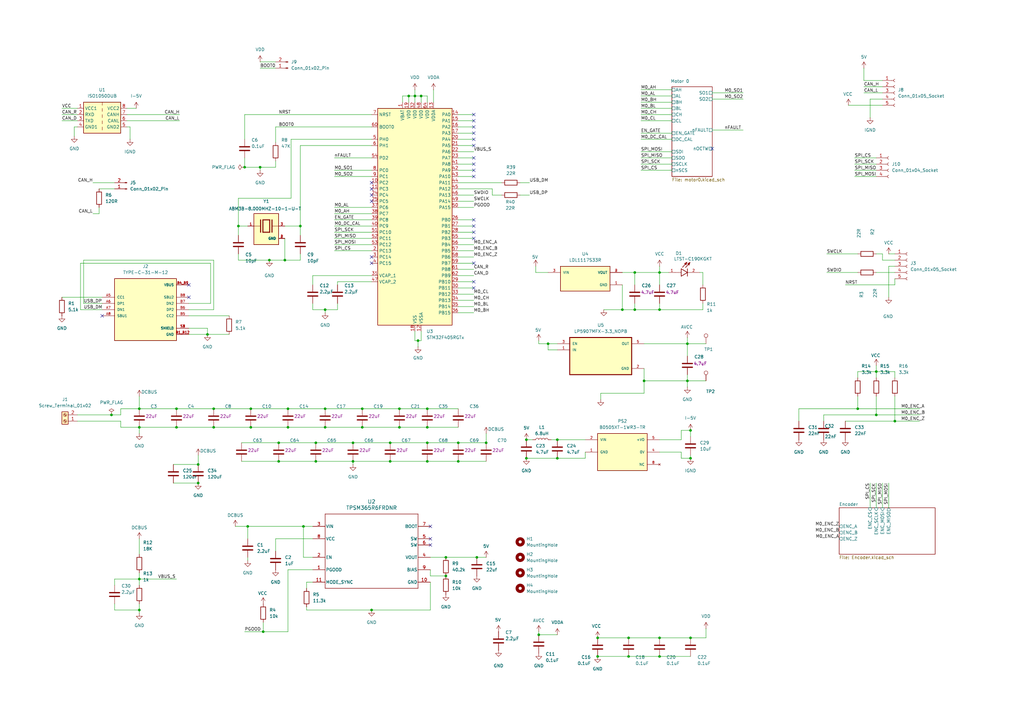
<source format=kicad_sch>
(kicad_sch (version 20231120) (generator "eeschema") (generator_version "8.0")
  (paper "A3")
  (junction (at 97.79 92.71))
  (junction (at 215.9 187.96))
  (junction (at 160.02 181.61))
  (junction (at 270.51 127))
  (junction (at 270.51 261.62))
  (junction (at 264.16 156.21))
  (junction (at 175.26 167.64))
  (junction (at 281.94 140.97))
  (junction (at 359.41 152.4))
  (junction (at 175.26 181.61))
  (junction (at 245.11 261.62))
  (junction (at 72.39 175.26))
  (junction (at 81.28 190.5))
  (junction (at 87.63 175.26))
  (junction (at 144.78 181.61))
  (junction (at 129.54 189.23))
  (junction (at 187.96 181.61))
  (junction (at 187.96 189.23))
  (junction (at 114.3 181.61))
  (junction (at 167.64 39.37))
  (junction (at 100.33 68.58))
  (junction (at 102.87 167.64))
  (junction (at 102.87 175.26))
  (junction (at 87.63 167.64))
  (junction (at 133.35 167.64))
  (junction (at 163.83 175.26))
  (junction (at 144.78 189.23))
  (junction (at 72.39 167.64))
  (junction (at 283.21 187.96))
  (junction (at 171.45 139.7))
  (junction (at 57.15 175.26))
  (junction (at 228.6 187.96))
  (junction (at 152.4 250.19))
  (junction (at 283.21 261.62))
  (junction (at 57.15 167.64))
  (junction (at 195.58 228.6))
  (junction (at 220.98 260.35))
  (junction (at 257.81 261.62))
  (junction (at 118.11 175.26))
  (junction (at 228.6 180.34))
  (junction (at 257.81 269.24))
  (junction (at 57.15 250.19))
  (junction (at 116.84 106.68))
  (junction (at 260.35 127))
  (junction (at 175.26 189.23))
  (junction (at 182.88 228.6))
  (junction (at 133.35 127))
  (junction (at 133.35 175.26))
  (junction (at 351.79 167.64))
  (junction (at 129.54 181.61))
  (junction (at 270.51 111.76))
  (junction (at 170.18 39.37))
  (junction (at 367.03 172.72))
  (junction (at 114.3 189.23))
  (junction (at 124.46 215.9))
  (junction (at 163.83 167.64))
  (junction (at 160.02 189.23))
  (junction (at 281.94 156.21))
  (junction (at 85.09 137.16))
  (junction (at 245.11 269.24))
  (junction (at 57.15 237.49))
  (junction (at 148.59 175.26))
  (junction (at 110.49 106.68))
  (junction (at 359.41 170.18))
  (junction (at 107.95 259.08))
  (junction (at 255.27 127))
  (junction (at 123.19 92.71))
  (junction (at 182.88 236.22))
  (junction (at 224.79 140.97))
  (junction (at 199.39 181.61))
  (junction (at 283.21 176.53))
  (junction (at 81.28 198.12))
  (junction (at 106.68 68.58))
  (junction (at 175.26 175.26))
  (junction (at 215.9 180.34))
  (junction (at 172.72 39.37))
  (junction (at 148.59 167.64))
  (junction (at 270.51 269.24))
  (junction (at 101.6 215.9))
  (junction (at 45.72 170.18))
  (junction (at 260.35 111.76))
  (junction (at 118.11 167.64))
  (no_connect (at 194.31 95.25))
  (no_connect (at 194.31 54.61))
  (no_connect (at 194.31 49.53))
  (no_connect (at 194.31 52.07))
  (no_connect (at 41.91 129.54))
  (no_connect (at 194.31 118.11))
  (no_connect (at 176.53 220.98))
  (no_connect (at 194.31 107.95))
  (no_connect (at 194.31 64.77))
  (no_connect (at 194.31 57.15))
  (no_connect (at 194.31 46.99))
  (no_connect (at 194.31 90.17))
  (no_connect (at 152.4 74.93))
  (no_connect (at 152.4 77.47))
  (no_connect (at 176.53 215.9))
  (no_connect (at 194.31 59.69))
  (no_connect (at 194.31 97.79))
  (no_connect (at 194.31 72.39))
  (no_connect (at 194.31 115.57))
  (no_connect (at 152.4 105.41))
  (no_connect (at 194.31 67.31))
  (no_connect (at 194.31 92.71))
  (no_connect (at 152.4 82.55))
  (no_connect (at 152.4 107.95))
  (no_connect (at 194.31 69.85))
  (no_connect (at 77.47 121.92))
  (no_connect (at 152.4 80.01))
  (no_connect (at 77.47 116.84))
  (no_connect (at 176.53 223.52))
  (no_connect (at 292.1 60.96))
  (wire (pts (xy 85.09 137.16) (xy 77.47 137.16)))
  (wire (pts (xy 270.51 111.76) (xy 270.51 109.22)))
  (wire (pts (xy 138.43 116.84) (xy 138.43 115.57)))
  (wire (pts (xy 57.15 234.95) (xy 57.15 237.49)))
  (wire (pts (xy 228.6 187.96) (xy 240.03 187.96)))
  (wire (pts (xy 171.45 139.7) (xy 172.72 139.7)))
  (wire (pts (xy 57.15 247.65) (xy 57.15 250.19)))
  (wire (pts (xy 163.83 175.26) (xy 175.26 175.26)))
  (wire (pts (xy 123.19 92.71) (xy 123.19 96.52)))
  (wire (pts (xy 219.71 111.76) (xy 219.71 109.22)))
  (wire (pts (xy 275.59 57.15) (xy 262.89 57.15)))
  (wire (pts (xy 187.96 181.61) (xy 199.39 181.61)))
  (wire (pts (xy 194.31 92.71) (xy 187.96 92.71)))
  (wire (pts (xy 152.4 59.69) (xy 123.19 59.69)))
  (wire (pts (xy 106.68 25.4) (xy 113.03 25.4)))
  (wire (pts (xy 351.79 167.64) (xy 377.19 167.64)))
  (wire (pts (xy 25.4 121.92) (xy 41.91 121.92)))
  (wire (pts (xy 119.38 57.15) (xy 119.38 81.28)))
  (wire (pts (xy 114.3 189.23) (xy 129.54 189.23)))
  (wire (pts (xy 224.79 140.97) (xy 224.79 143.51)))
  (wire (pts (xy 49.53 167.64) (xy 49.53 170.18)))
  (wire (pts (xy 128.27 220.98) (xy 113.03 220.98)))
  (wire (pts (xy 123.19 59.69) (xy 123.19 92.71)))
  (wire (pts (xy 175.26 167.64) (xy 187.96 167.64)))
  (wire (pts (xy 49.53 175.26) (xy 57.15 175.26)))
  (wire (pts (xy 187.96 57.15) (xy 194.31 57.15)))
  (wire (pts (xy 364.49 109.22) (xy 364.49 121.92)))
  (wire (pts (xy 187.96 54.61) (xy 194.31 54.61)))
  (wire (pts (xy 270.51 116.84) (xy 270.51 111.76)))
  (wire (pts (xy 100.33 68.58) (xy 106.68 68.58)))
  (wire (pts (xy 40.64 87.63) (xy 40.64 85.09)))
  (wire (pts (xy 187.96 69.85) (xy 194.31 69.85)))
  (wire (pts (xy 279.4 187.96) (xy 279.4 185.42)))
  (wire (pts (xy 275.59 62.23) (xy 262.89 62.23)))
  (wire (pts (xy 288.29 127) (xy 270.51 127)))
  (wire (pts (xy 347.98 43.18) (xy 361.95 43.18)))
  (wire (pts (xy 106.68 69.85) (xy 106.68 68.58)))
  (wire (pts (xy 176.53 233.68) (xy 176.53 236.22)))
  (wire (pts (xy 152.4 72.39) (xy 137.16 72.39)))
  (wire (pts (xy 281.94 158.75) (xy 281.94 156.21)))
  (wire (pts (xy 304.8 53.34) (xy 292.1 53.34)))
  (wire (pts (xy 72.39 167.64) (xy 87.63 167.64)))
  (wire (pts (xy 57.15 177.8) (xy 57.15 175.26)))
  (wire (pts (xy 194.31 123.19) (xy 187.96 123.19)))
  (wire (pts (xy 279.4 176.53) (xy 283.21 176.53)))
  (wire (pts (xy 275.59 46.99) (xy 262.89 46.99)))
  (wire (pts (xy 86.36 124.46) (xy 86.36 107.95)))
  (wire (pts (xy 356.87 198.12) (xy 356.87 208.28)))
  (wire (pts (xy 281.94 140.97) (xy 281.94 138.43)))
  (wire (pts (xy 133.35 127) (xy 138.43 127)))
  (wire (pts (xy 182.88 228.6) (xy 195.58 228.6)))
  (wire (pts (xy 187.96 59.69) (xy 194.31 59.69)))
  (wire (pts (xy 170.18 139.7) (xy 171.45 139.7)))
  (wire (pts (xy 165.1 39.37) (xy 167.64 39.37)))
  (wire (pts (xy 30.48 52.07) (xy 30.48 55.88)))
  (wire (pts (xy 87.63 175.26) (xy 102.87 175.26)))
  (wire (pts (xy 46.99 240.03) (xy 46.99 237.49)))
  (wire (pts (xy 201.93 80.01) (xy 201.93 77.47)))
  (wire (pts (xy 350.52 69.85) (xy 359.41 69.85)))
  (wire (pts (xy 283.21 176.53) (xy 283.21 179.07)))
  (wire (pts (xy 255.27 111.76) (xy 260.35 111.76)))
  (wire (pts (xy 255.27 127) (xy 260.35 127)))
  (wire (pts (xy 33.02 107.95) (xy 33.02 127)))
  (wire (pts (xy 170.18 135.89) (xy 170.18 139.7)))
  (wire (pts (xy 160.02 189.23) (xy 175.26 189.23)))
  (wire (pts (xy 124.46 228.6) (xy 128.27 228.6)))
  (wire (pts (xy 275.59 67.31) (xy 262.89 67.31)))
  (wire (pts (xy 350.52 64.77) (xy 359.41 64.77)))
  (wire (pts (xy 215.9 180.34) (xy 218.44 180.34)))
  (wire (pts (xy 57.15 175.26) (xy 72.39 175.26)))
  (wire (pts (xy 87.63 127) (xy 77.47 127)))
  (wire (pts (xy 118.11 175.26) (xy 133.35 175.26)))
  (wire (pts (xy 148.59 167.64) (xy 163.83 167.64)))
  (wire (pts (xy 346.71 172.72) (xy 367.03 172.72)))
  (wire (pts (xy 359.41 170.18) (xy 377.19 170.18)))
  (wire (pts (xy 170.18 39.37) (xy 172.72 39.37)))
  (wire (pts (xy 34.29 106.68) (xy 87.63 106.68)))
  (wire (pts (xy 275.59 54.61) (xy 262.89 54.61)))
  (wire (pts (xy 194.31 110.49) (xy 187.96 110.49)))
  (wire (pts (xy 224.79 111.76) (xy 219.71 111.76)))
  (wire (pts (xy 194.31 115.57) (xy 187.96 115.57)))
  (wire (pts (xy 124.46 215.9) (xy 124.46 228.6)))
  (wire (pts (xy 152.4 69.85) (xy 137.16 69.85)))
  (wire (pts (xy 52.07 49.53) (xy 73.66 49.53)))
  (wire (pts (xy 128.27 124.46) (xy 128.27 127)))
  (wire (pts (xy 87.63 106.68) (xy 87.63 127)))
  (wire (pts (xy 137.16 87.63) (xy 152.4 87.63)))
  (wire (pts (xy 287.02 111.76) (xy 288.29 111.76)))
  (wire (pts (xy 133.35 167.64) (xy 148.59 167.64)))
  (wire (pts (xy 187.96 67.31) (xy 194.31 67.31)))
  (wire (pts (xy 275.59 36.83) (xy 262.89 36.83)))
  (wire (pts (xy 170.18 41.91) (xy 170.18 39.37)))
  (wire (pts (xy 101.6 215.9) (xy 101.6 220.98)))
  (wire (pts (xy 175.26 189.23) (xy 187.96 189.23)))
  (wire (pts (xy 275.59 39.37) (xy 262.89 39.37)))
  (wire (pts (xy 246.38 161.29) (xy 246.38 163.83)))
  (wire (pts (xy 138.43 115.57) (xy 152.4 115.57)))
  (wire (pts (xy 137.16 64.77) (xy 152.4 64.77)))
  (wire (pts (xy 57.15 250.19) (xy 57.15 251.46)))
  (wire (pts (xy 176.53 238.76) (xy 176.53 250.19)))
  (wire (pts (xy 96.52 215.9) (xy 101.6 215.9)))
  (wire (pts (xy 346.71 116.84) (xy 367.03 116.84)))
  (wire (pts (xy 279.4 187.96) (xy 283.21 187.96)))
  (wire (pts (xy 46.99 237.49) (xy 57.15 237.49)))
  (wire (pts (xy 100.33 64.77) (xy 100.33 68.58)))
  (wire (pts (xy 34.29 124.46) (xy 41.91 124.46)))
  (wire (pts (xy 337.82 170.18) (xy 359.41 170.18)))
  (wire (pts (xy 97.79 104.14) (xy 97.79 106.68)))
  (wire (pts (xy 187.96 62.23) (xy 194.31 62.23)))
  (wire (pts (xy 113.03 68.58) (xy 106.68 68.58)))
  (wire (pts (xy 187.96 189.23) (xy 199.39 189.23)))
  (wire (pts (xy 270.51 269.24) (xy 283.21 269.24)))
  (wire (pts (xy 187.96 82.55) (xy 194.31 82.55)))
  (wire (pts (xy 220.98 260.35) (xy 228.6 260.35)))
  (wire (pts (xy 270.51 127) (xy 270.51 124.46)))
  (wire (pts (xy 152.4 57.15) (xy 119.38 57.15)))
  (wire (pts (xy 194.31 107.95) (xy 187.96 107.95)))
  (wire (pts (xy 102.87 167.64) (xy 118.11 167.64)))
  (wire (pts (xy 57.15 237.49) (xy 57.15 240.03)))
  (wire (pts (xy 194.31 125.73) (xy 187.96 125.73)))
  (wire (pts (xy 57.15 167.64) (xy 72.39 167.64)))
  (wire (pts (xy 281.94 140.97) (xy 281.94 146.05)))
  (wire (pts (xy 201.93 80.01) (xy 205.74 80.01)))
  (wire (pts (xy 270.51 185.42) (xy 279.4 185.42)))
  (wire (pts (xy 176.53 228.6) (xy 182.88 228.6)))
  (wire (pts (xy 260.35 124.46) (xy 260.35 127)))
  (wire (pts (xy 359.41 152.4) (xy 367.03 152.4)))
  (wire (pts (xy 93.98 137.16) (xy 85.09 137.16)))
  (wire (pts (xy 187.96 102.87) (xy 194.31 102.87)))
  (wire (pts (xy 275.59 69.85) (xy 262.89 69.85)))
  (wire (pts (xy 118.11 167.64) (xy 133.35 167.64)))
  (wire (pts (xy 350.52 67.31) (xy 359.41 67.31)))
  (wire (pts (xy 52.07 44.45) (xy 55.88 44.45)))
  (wire (pts (xy 118.11 233.68) (xy 128.27 233.68)))
  (wire (pts (xy 187.96 74.93) (xy 205.74 74.93)))
  (wire (pts (xy 194.31 85.09) (xy 187.96 85.09)))
  (wire (pts (xy 152.4 102.87) (xy 137.16 102.87)))
  (wire (pts (xy 356.87 48.26) (xy 356.87 40.64)))
  (wire (pts (xy 279.4 180.34) (xy 270.51 180.34)))
  (wire (pts (xy 40.64 77.47) (xy 46.99 77.47)))
  (wire (pts (xy 86.36 107.95) (xy 33.02 107.95)))
  (wire (pts (xy 167.64 39.37) (xy 170.18 39.37)))
  (wire (pts (xy 113.03 68.58) (xy 113.03 66.04)))
  (wire (pts (xy 129.54 181.61) (xy 144.78 181.61)))
  (wire (pts (xy 25.4 44.45) (xy 31.75 44.45)))
  (wire (pts (xy 160.02 181.61) (xy 175.26 181.61)))
  (wire (pts (xy 327.66 167.64) (xy 351.79 167.64)))
  (wire (pts (xy 289.56 257.81) (xy 289.56 261.62)))
  (wire (pts (xy 257.81 269.24) (xy 270.51 269.24)))
  (wire (pts (xy 187.96 72.39) (xy 194.31 72.39)))
  (wire (pts (xy 283.21 186.69) (xy 283.21 187.96)))
  (wire (pts (xy 246.38 161.29) (xy 264.16 161.29)))
  (wire (pts (xy 247.65 127) (xy 255.27 127)))
  (wire (pts (xy 351.79 152.4) (xy 359.41 152.4)))
  (wire (pts (xy 339.09 111.76) (xy 351.79 111.76)))
  (wire (pts (xy 364.49 198.12) (xy 364.49 208.28)))
  (wire (pts (xy 367.03 172.72) (xy 377.19 172.72)))
  (wire (pts (xy 102.87 175.26) (xy 118.11 175.26)))
  (wire (pts (xy 175.26 181.61) (xy 187.96 181.61)))
  (wire (pts (xy 359.41 111.76) (xy 367.03 111.76)))
  (wire (pts (xy 172.72 39.37) (xy 172.72 41.91)))
  (wire (pts (xy 195.58 228.6) (xy 199.39 228.6)))
  (wire (pts (xy 49.53 172.72) (xy 49.53 175.26)))
  (wire (pts (xy 125.73 248.92) (xy 125.73 250.19)))
  (wire (pts (xy 116.84 97.79) (xy 116.84 106.68)))
  (wire (pts (xy 57.15 220.98) (xy 57.15 227.33)))
  (wire (pts (xy 172.72 39.37) (xy 175.26 39.37)))
  (wire (pts (xy 87.63 167.64) (xy 102.87 167.64)))
  (wire (pts (xy 264.16 156.21) (xy 264.16 161.29)))
  (wire (pts (xy 187.96 120.65) (xy 194.31 120.65)))
  (wire (pts (xy 275.59 41.91) (xy 262.89 41.91)))
  (wire (pts (xy 226.06 180.34) (xy 228.6 180.34)))
  (wire (pts (xy 187.96 49.53) (xy 194.31 49.53)))
  (wire (pts (xy 172.72 139.7) (xy 172.72 135.89)))
  (wire (pts (xy 177.8 36.83) (xy 177.8 41.91)))
  (wire (pts (xy 367.03 162.56) (xy 367.03 172.72)))
  (wire (pts (xy 144.78 189.23) (xy 144.78 190.5)))
  (wire (pts (xy 77.47 124.46) (xy 86.36 124.46)))
  (wire (pts (xy 354.33 38.1) (xy 361.95 38.1)))
  (wire (pts (xy 194.31 95.25) (xy 187.96 95.25)))
  (wire (pts (xy 220.98 139.7) (xy 220.98 140.97)))
  (wire (pts (xy 133.35 128.27) (xy 133.35 127)))
  (wire (pts (xy 289.56 140.97) (xy 281.94 140.97)))
  (wire (pts (xy 359.41 152.4) (xy 359.41 154.94)))
  (wire (pts (xy 52.07 52.07) (xy 53.34 52.07)))
  (wire (pts (xy 359.41 149.86) (xy 359.41 152.4)))
  (wire (pts (xy 125.73 241.3) (xy 125.73 238.76)))
  (wire (pts (xy 367.03 106.68) (xy 361.95 106.68)))
  (wire (pts (xy 359.41 198.12) (xy 359.41 208.28)))
  (wire (pts (xy 228.6 180.34) (xy 240.03 180.34)))
  (wire (pts (xy 220.98 140.97) (xy 224.79 140.97)))
  (wire (pts (xy 351.79 162.56) (xy 351.79 167.64)))
  (wire (pts (xy 97.79 106.68) (xy 110.49 106.68)))
  (wire (pts (xy 194.31 64.77) (xy 187.96 64.77)))
  (wire (pts (xy 361.95 106.68) (xy 361.95 104.14)))
  (wire (pts (xy 304.8 40.64) (xy 292.1 40.64)))
  (wire (pts (xy 133.35 175.26) (xy 148.59 175.26)))
  (wire (pts (xy 288.29 111.76) (xy 288.29 116.84)))
  (wire (pts (xy 71.12 190.5) (xy 81.28 190.5)))
  (wire (pts (xy 327.66 172.72) (xy 327.66 167.64)))
  (wire (pts (xy 71.12 198.12) (xy 81.28 198.12)))
  (wire (pts (xy 240.03 187.96) (xy 240.03 185.42)))
  (wire (pts (xy 101.6 215.9) (xy 124.46 215.9)))
  (wire (pts (xy 152.4 100.33) (xy 137.16 100.33)))
  (wire (pts (xy 224.79 143.51) (xy 228.6 143.51)))
  (wire (pts (xy 187.96 100.33) (xy 194.31 100.33)))
  (wire (pts (xy 148.59 175.26) (xy 163.83 175.26)))
  (wire (pts (xy 52.07 46.99) (xy 73.66 46.99)))
  (wire (pts (xy 97.79 92.71) (xy 97.79 96.52)))
  (wire (pts (xy 175.26 175.26) (xy 187.96 175.26)))
  (wire (pts (xy 361.95 198.12) (xy 361.95 208.28)))
  (wire (pts (xy 57.15 237.49) (xy 72.39 237.49)))
  (wire (pts (xy 194.31 128.27) (xy 187.96 128.27)))
  (wire (pts (xy 281.94 156.21) (xy 281.94 153.67)))
  (wire (pts (xy 25.4 49.53) (xy 31.75 49.53)))
  (wire (pts (xy 97.79 92.71) (xy 101.6 92.71)))
  (wire (pts (xy 354.33 33.02) (xy 354.33 27.94)))
  (wire (pts (xy 199.39 177.8) (xy 199.39 181.61)))
  (wire (pts (xy 367.03 109.22) (xy 364.49 109.22)))
  (wire (pts (xy 304.8 38.1) (xy 292.1 38.1)))
  (wire (pts (xy 171.45 139.7) (xy 171.45 142.24)))
  (wire (pts (xy 351.79 152.4) (xy 351.79 154.94)))
  (wire (pts (xy 264.16 151.13) (xy 264.16 156.21)))
  (wire (pts (xy 129.54 189.23) (xy 144.78 189.23)))
  (wire (pts (xy 33.02 127) (xy 41.91 127)))
  (wire (pts (xy 260.35 111.76) (xy 270.51 111.76)))
  (wire (pts (xy 144.78 189.23) (xy 160.02 189.23)))
  (wire (pts (xy 364.49 104.14) (xy 367.03 104.14)))
  (wire (pts (xy 38.1 87.63) (xy 40.64 87.63)))
  (wire (pts (xy 118.11 259.08) (xy 118.11 233.68)))
  (wire (pts (xy 359.41 162.56) (xy 359.41 170.18)))
  (wire (pts (xy 367.03 116.84) (xy 367.03 114.3)))
  (wire (pts (xy 100.33 259.08) (xy 107.95 259.08)))
  (wire (pts (xy 356.87 40.64) (xy 361.95 40.64)))
  (wire (pts (xy 137.16 85.09) (xy 152.4 85.09)))
  (wire (pts (xy 187.96 46.99) (xy 194.31 46.99)))
  (wire (pts (xy 187.96 52.07) (xy 194.31 52.07)))
  (wire (pts (xy 25.4 46.99) (xy 31.75 46.99)))
  (wire (pts (xy 31.75 52.07) (xy 30.48 52.07)))
  (wire (pts (xy 72.39 175.26) (xy 87.63 175.26)))
  (wire (pts (xy 99.06 181.61) (xy 114.3 181.61)))
  (wire (pts (xy 257.81 261.62) (xy 270.51 261.62)))
  (wire (pts (xy 187.96 105.41) (xy 194.31 105.41)))
  (wire (pts (xy 144.78 181.61) (xy 160.02 181.61)))
  (wire (pts (xy 170.18 36.83) (xy 170.18 39.37)))
  (wire (pts (xy 113.03 220.98) (xy 113.03 226.06)))
  (wire (pts (xy 270.51 261.62) (xy 283.21 261.62)))
  (wire (pts (xy 100.33 46.99) (xy 100.33 57.15)))
  (wire (pts (xy 217.17 74.93) (xy 213.36 74.93)))
  (wire (pts (xy 260.35 111.76) (xy 260.35 116.84)))
  (wire (pts (xy 224.79 140.97) (xy 228.6 140.97)))
  (wire (pts (xy 367.03 152.4) (xy 367.03 154.94)))
  (wire (pts (xy 275.59 64.77) (xy 262.89 64.77)))
  (wire (pts (xy 339.09 104.14) (xy 351.79 104.14)))
  (wire (pts (xy 275.59 49.53) (xy 262.89 49.53)))
  (wire (pts (xy 116.84 92.71) (xy 123.19 92.71)))
  (wire (pts (xy 288.29 124.46) (xy 288.29 127)))
  (wire (pts (xy 128.27 113.03) (xy 128.27 116.84)))
  (wire (pts (xy 194.31 97.79) (xy 187.96 97.79)))
  (wire (pts (xy 279.4 176.53) (xy 279.4 180.34)))
  (wire (pts (xy 354.33 33.02) (xy 361.95 33.02)))
  (wire (pts (xy 281.94 156.21) (xy 289.56 156.21)))
  (wire (pts (xy 245.11 269.24) (xy 257.81 269.24)))
  (wire (pts (xy 264.16 156.21) (xy 281.94 156.21)))
  (wire (pts (xy 45.72 170.18) (xy 49.53 170.18)))
  (wire (pts (xy 110.49 106.68) (xy 116.84 106.68)))
  (wire (pts (xy 46.99 250.19) (xy 46.99 247.65)))
  (wire (pts (xy 125.73 238.76) (xy 128.27 238.76)))
  (wire (pts (xy 194.31 90.17) (xy 187.96 90.17)))
  (wire (pts (xy 176.53 236.22) (xy 182.88 236.22)))
  (wire (pts (xy 175.26 39.37) (xy 175.26 41.91)))
  (wire (pts (xy 31.75 170.18) (xy 45.72 170.18)))
  (wire (pts (xy 354.33 35.56) (xy 361.95 35.56)))
  (wire (pts (xy 116.84 106.68) (xy 123.19 106.68)))
  (wire (pts (xy 187.96 80.01) (xy 194.31 80.01)))
  (wire (pts (xy 275.59 44.45) (xy 262.89 44.45)))
  (wire (pts (xy 152.4 46.99) (xy 100.33 46.99)))
  (wire (pts (xy 113.03 52.07) (xy 113.03 58.42)))
  (wire (pts (xy 85.09 134.62) (xy 85.09 137.16)))
  (wire (pts (xy 107.95 259.08) (xy 118.11 259.08)))
  (wire (pts (xy 125.73 250.19) (xy 152.4 250.19)))
  (wire (pts (xy 165.1 41.91) (xy 165.1 39.37)))
  (wire (pts (xy 264.16 140.97) (xy 281.94 140.97)))
  (wire (pts (xy 194.31 118.11) (xy 187.96 118.11)))
  (wire (pts (xy 99.06 189.23) (xy 114.3 189.23)))
  (wire (pts (xy 152.4 95.25) (xy 137.16 95.25)))
  (wire (pts (xy 167.64 41.91) (xy 167.64 39.37)))
  (wire (pts (xy 97.79 81.28) (xy 97.79 92.71)))
  (wire (pts (xy 34.29 124.46) (xy 34.29 106.68)))
  (wire (pts (xy 137.16 90.17) (xy 152.4 90.17)))
  (wire (pts (xy 215.9 187.96) (xy 228.6 187.96)))
  (wire (pts (xy 81.28 186.69) (xy 81.28 190.5)))
  (wire (pts (xy 57.15 250.19) (xy 46.99 250.19)))
  (wire (pts (xy 152.4 250.19) (xy 176.53 250.19)))
  (wire (pts (xy 107.95 255.27) (xy 107.95 259.08)))
  (wire (pts (xy 350.52 72.39) (xy 359.41 72.39)))
  (wire (pts (xy 138.43 127) (xy 138.43 124.46)))
  (wire (pts (xy 93.98 129.54) (xy 77.47 129.54)))
  (wire (pts (xy 270.51 111.76) (xy 274.32 111.76)))
  (wire (pts (xy 97.79 81.28) (xy 119.38 81.28)))
  (wire (pts (xy 106.68 27.94) (xy 113.03 27.94)))
  (wire (pts (xy 57.15 167.64) (xy 49.53 167.64)))
  (wire (pts (xy 245.11 261.62) (xy 257.81 261.62)))
  (wire (pts (xy 152.4 92.71) (xy 137.16 92.71)))
  (wire (pts (xy 38.1 74.93) (xy 46.99 74.93)))
  (wire (pts (xy 217.17 80.01) (xy 213.36 80.01)))
  (wire (pts (xy 359.41 104.14) (xy 361.95 104.14)))
  (wire (pts (xy 123.19 106.68) (xy 123.19 104.14)))
  (wire (pts (xy 113.03 52.07) (xy 152.4 52.07)))
  (wire (pts (xy 255.27 116.84) (xy 255.27 127)))
  (wire (pts (xy 194.31 113.03) (xy 187.96 113.03)))
  (wire (pts (xy 220.98 259.08) (xy 220.98 260.35)))
  (wire (pts (xy 128.27 127) (xy 133.35 127)))
  (wire (pts (xy 201.93 77.47) (xy 187.96 77.47)))
  (wire (pts (xy 337.82 172.72) (xy 337.82 170.18)))
  (wire (pts (xy 163.83 167.64) (xy 175.26 167.64)))
  (wire (pts (xy 152.4 113.03) (xy 128.27 113.03)))
  (wire (pts (xy 152.4 97.79) (xy 137.16 97.79)))
  (wire (pts (xy 124.46 215.9) (xy 128.27 215.9)))
  (wire (pts (xy 53.34 52.07) (xy 53.34 57.15)))
  (wire (pts (xy 77.47 134.62) (xy 85.09 134.62)))
  (wire (pts (xy 101.6 228.6) (xy 101.6 229.87)))
  (wire (pts (xy 114.3 181.61) (xy 129.54 181.61)))
  (wire (pts (xy 31.75 172.72) (xy 49.53 172.72)))
  (wire (pts (xy 260.35 127) (xy 270.51 127)))
  (wire (pts (xy 283.21 261.62) (xy 289.56 261.62)))
  (wire (pts (xy 57.15 162.56) (xy 57.15 167.64)))
  (label "SPI_CS" (at 137.16 102.87 0))
  (label "M0_SO1" (at 137.16 69.85 0))
  (label "CAN_D" (at 25.4 49.53 0))
  (label "SWDIO" (at 339.09 111.76 0))
  (label "CAN_H" (at 73.66 46.99 180))
  (label "SWDIO" (at 194.31 80.01 0))
  (label "M0_SO2" (at 297.18 40.64 0))
  (label "M0_ENC_B" (at 344.17 218.44 180))
  (label "CAN_L" (at 354.33 38.1 0))
  (label "PGOOD" (at 100.33 259.08 0))
  (label "VBUS_S" (at 194.31 62.23 0))
  (label "SWCLK" (at 194.31 82.55 0))
  (label "M0_BH" (at 194.31 128.27 0))
  (label "nFAULT" (at 137.16 64.77 0))
  (label "SPI_MOSI" (at 262.89 62.23 0))
  (label "BOOT0" (at 114.3 52.07 0))
  (label "SWCLK" (at 339.09 104.14 0))
  (label "SPI_SCK" (at 137.16 95.25 0))
  (label "BOOT0" (at 106.68 27.94 0))
  (label "USB_DM" (at 217.17 74.93 0))
  (label "CAN_R" (at 25.4 46.99 0))
  (label "M0_AL" (at 262.89 39.37 0))
  (label "M0_ENC_A" (at 369.57 167.64 0))
  (label "CAN_D" (at 194.31 113.03 0))
  (label "M0_SO2" (at 137.16 72.39 0))
  (label "M0_BL" (at 262.89 44.45 0))
  (label "USB_DP" (at 34.29 124.46 0))
  (label "M0_CH" (at 194.31 123.19 0))
  (label "M0_AL" (at 137.16 85.09 0))
  (label "CAN_H" (at 38.1 74.93 180))
  (label "SPI_MOSI" (at 364.49 198.12 270))
  (label "CAN_R" (at 194.31 110.49 0))
  (label "SPI_MISO" (at 262.89 64.77 0))
  (label "SPI_MISO" (at 350.52 69.85 0))
  (label "CAN_L" (at 73.66 49.53 180))
  (label "CAN_H" (at 354.33 35.56 0))
  (label "SPI_SCK" (at 350.52 67.31 0))
  (label "SPI_MOSI" (at 350.52 72.39 0))
  (label "SPI_SCK" (at 359.41 198.12 270))
  (label "M0_AH" (at 262.89 36.83 0))
  (label "M0_BL" (at 194.31 125.73 0))
  (label "M0_CL" (at 262.89 49.53 0))
  (label "EN_GATE" (at 137.16 90.17 0))
  (label "M0_BH" (at 262.89 41.91 0))
  (label "SPI_CS" (at 356.87 198.12 270))
  (label "EN_GATE" (at 262.89 54.61 0))
  (label "nFAULT" (at 297.18 53.34 0))
  (label "M0_DC_CAL" (at 137.16 92.71 0))
  (label "M0_ENC_A" (at 344.17 220.98 180))
  (label "VBUS_S" (at 64.77 237.49 0))
  (label "M0_ENC_B" (at 369.57 170.18 0))
  (label "USB_DP" (at 217.17 80.01 0))
  (label "M0_SO1" (at 297.18 38.1 0))
  (label "VCC" (at 25.4 44.45 0))
  (label "M0_CH" (at 262.89 46.99 0))
  (label "M0_ENC_Z" (at 369.57 172.72 0))
  (label "M0_ENC_A" (at 194.31 100.33 0))
  (label "M0_ENC_B" (at 194.31 102.87 0))
  (label "M0_ENC_Z" (at 194.31 105.41 0))
  (label "M0_DC_CAL" (at 262.89 57.15 0))
  (label "M0_CL" (at 194.31 120.65 0))
  (label "PGOOD" (at 194.31 85.09 0))
  (label "SPI_CS" (at 262.89 69.85 0))
  (label "SPI_MISO" (at 361.95 198.12 270))
  (label "SPI_MOSI" (at 137.16 100.33 0))
  (label "USB_DM" (at 34.29 127 0))
  (label "NRST" (at 114.3 46.99 0))
  (label "CAN_L" (at 38.1 87.63 180))
  (label "SPI_SCK" (at 262.89 67.31 0))
  (label "NRST" (at 346.71 116.84 0))
  (label "SPI_CS" (at 350.52 64.77 0))
  (label "SPI_MISO" (at 137.16 97.79 0))
  (label "M0_ENC_Z" (at 344.17 215.9 180))
  (label "M0_AH" (at 137.16 87.63 0))
  (symbol (lib_id "Device:C") (at 118.11 171.45 0) (unit 1)
    (property "Reference" "C14" (at 122.682 167.386 0) (effects (justify left bottom)))
    (property "Value" "470uF" (effects (hide yes)))
    (property "Footprint" "Capacitor_SMD:C_2220_5750Metric" (effects (hide yes)))
    (property "Description" "CAP, FP Series, 470 µF, 25 V, Radial Can - SMD, 10 mm" (effects (hide yes)))
    (property "ALTIUM_VALUE" "22uF" (at 120.65 171.45 0) (effects (justify left bottom)))
    (property "SUPPLIER 1" "Digi-Key" (effects (hide yes)))
    (property "SUPPLIER PART NUMBER 1" "PCE4440TR-ND" (effects (hide yes)))
    (property "MANUFACTURER" "Panasonic Electronic Components" (effects (hide yes)))
    (property "ROHS" "RoHS Compliant" (effects (hide yes)))
    (property "CATEGORY" "Capacitors" (effects (hide yes)))
    (property "STOCK" "8000" (effects (hide yes)))
    (property "PRICING 1" "500=0.3571, 1000=0.30072, 2500=0.28192, 5000=0.26313, 12500=0.24997, 25000=0.24434 (USD)" (effects (hide yes)))
    (property "PACKAGING" "Tape & Reel (TR)" (effects (hide yes)))
    (property "PART STATUS" "Active" (effects (hide yes)))
    (property "TOLERANCE" "±20%" (effects (hide yes)))
    (property "ESR (EQUIVALENT SERIES RESISTANCE)" "60 mOhm @ 100kHz" (effects (hide yes)))
    (property "LIFETIME @ TEMP." "2000 Hrs @ 105°C" (effects (hide yes)))
    (property "OPERATING TEMPERATURE" "-55°C ~ 105°C" (effects (hide yes)))
    (property "POLARIZATION" "Polar" (effects (hide yes)))
    (property "APPLICATIONS" "Automotive" (effects (hide yes)))
    (property "RIPPLE CURRENT - LOW FREQUENCY" "773.5mA @ 120Hz" (effects (hide yes)))
    (property "RIPPLE CURRENT - HIGH FREQUENCY" "1.19A @ 100kHz" (effects (hide yes)))
    (property "LEAD SPACING" "-" (effects (hide yes)))
    (property "SIZE / DIMENSION" "0.394\" Dia (10.00mm)" (effects (hide yes)))
    (property "HEIGHT - SEATED (MAX)" "0.402\" (10.20mm)" (effects (hide yes)))
    (property "SURFACE MOUNT LAND SIZE" "0.406\" L x 0.406\" W (10.30mm x 10.30mm)" (effects (hide yes)))
    (property "MOUNTING TYPE" "Surface Mount" (effects (hide yes)))
    (property "PACKAGE / CASE" "Radial, Can - SMD" (effects (hide yes)))
    (property "COMPONENTLINK1URL" "http://industrial.panasonic.com/www-cgi/jvcr13pz.cgi?E+PZ+3+ABA0114+EEEFP1E471AP+7+WW" (effects (hide yes)))
    (property "COMPONENTLINK1DESCRIPTION" "http://industrial.panasonic.com/www-cgi/jvcr13pz.cgi?E+PZ+3+ABA0114+EEEFP1E471AP+7+WW" (effects (hide yes)))
    (property "SUPPLIER 2" "Digi-Key" (effects (hide yes)))
    (property "SUPPLIER PART NUMBER 2" "PCE4440CT-ND" (effects (hide yes)))
    (property "PRICING 2" "1=0.92, 10=0.702, 100=0.5025 (USD)" (effects (hide yes)))
    (property "MANUFACTURER PART NUMBER" "EEE-FP1E471AP" (effects (hide yes)))
  )
  (symbol (lib_id "power:VCCQ") (at 57.15 162.56 0) (unit 1)
    (property "Reference" "#PWR011" (effects (hide yes)))
    (property "Value" "DCBUS" (at 61.214 160.782 0))
    (property "Description" "Power symbol creates a global label with name \"VCCQ\"" (effects (hide yes)))
  )
  (symbol (lib_id "Device:R") (at 288.29 120.65 0) (unit 1)
    (property "Reference" "R11" (at 289.814 125.476 0) (effects (justify left bottom)))
    (property "Value" "1k" (at 289.814 128.016 0) (effects (justify left bottom)))
    (property "Footprint" "Resistor_SMD:R_0603_1608Metric" (effects (hide yes)))
    (property "Description" "RES SMD 1K OHM 1% 1/10W 0603" (effects (hide yes)))
    (property "SUPPLIER 1" "Digi-Key" (effects (hide yes)))
    (property "SUPPLIER PART NUMBER 1" "311-1.00KHRCT-ND" (effects (hide yes)))
    (property "MANUFACTURER" "Yageo" (effects (hide yes)))
    (property "ROHS" "RoHS Compliant" (effects (hide yes)))
    (property "CATEGORY" "Resistors" (effects (hide yes)))
    (property "STOCK 1" "6734836" (effects (hide yes)))
    (property "PRICING 1" "1=0.1, 10=0.014, 25=0.01, 100=0.0057, 250=0.00436, 500=0.00348, 1000=0.00257, 2500=0.00223 (USD)" (effects (hide yes)))
    (property "PACKAGING" "Cut Tape (CT)" (effects (hide yes)))
    (property "TOLERANCE" "±1%" (effects (hide yes)))
    (property "POWER (WATTS)" "0.1W, 1/10W" (effects (hide yes)))
    (property "COMPOSITION" "Thick Film" (effects (hide yes)))
    (property "FEATURES" "Moisture Resistant" (effects (hide yes)))
    (property "TEMPERATURE COEFFICIENT" "±100ppm/°C" (effects (hide yes)))
    (property "OPERATING TEMPERATURE" "-55°C ~ 155°C" (effects (hide yes)))
    (property "PACKAGE / CASE" "0603 (1608 Metric)" (effects (hide yes)))
    (property "SUPPLIER DEVICE PACKAGE" "0603" (effects (hide yes)))
    (property "SIZE / DIMENSION" "0.063\" L x 0.031\" W (1.60mm x 0.80mm)" (effects (hide yes)))
    (property "HEIGHT" "0.022\" (0.55mm)" (effects (hide yes)))
    (property "NUMBER OF TERMINATIONS" "2" (effects (hide yes)))
    (property "COMPONENTLINK1URL" "http://www.yageo.com/documents/recent/PYu-RC_Group_51_RoHS_L_04.pdf" (effects (hide yes)))
    (property "COMPONENTLINK1DESCRIPTION" "http://www.yageo.com/documents/recent/PYu-RC_Group_51_RoHS_L_04.pdf" (effects (hide yes)))
    (property "MANUFACTURER PART NUMBER" "RC0603FR-071KL" (effects (hide yes)))
    (property "RESISTANCE (OHMS)" "1k" (effects (hide yes)))
  )
  (symbol (lib_id "power:VCC") (at 220.98 259.08 0) (unit 1)
    (property "Reference" "#PWR019" (effects (hide yes)))
    (property "Value" "AVCC" (at 220.98 254.508 0))
  )
  (symbol (lib_id "Mechanical:MountingHole") (at 213.36 228.6 0) (unit 1) (exclude_from_sim yes) (in_bom no)
    (property "Reference" "H2" (at 215.9 227.3299 0) (effects (justify left)))
    (property "Value" "MountingHole" (at 215.9 229.8699 0) (effects (justify left)))
    (property "Footprint" "MountingHole:MountingHole_2.2mm_M2" (effects (hide yes)))
    (property "Description" "Mounting Hole without connection" (effects (hide yes)))
  )
  (symbol (lib_id "power:VCC") (at 281.94 138.43 0) (unit 1)
    (property "Reference" "#PWR039" (effects (hide yes)))
    (property "Value" "AVCC" (at 281.686 134.112 0))
  )
  (symbol (lib_id "power:GND") (at 101.6 229.87 0) (unit 1)
    (property "Reference" "#PWR04" (effects (hide yes)))
    (property "Value" "GND" (at 101.6 234.95 0))
    (property "Description" "Power symbol creates a global label with name \"GND\" , ground" (effects (hide yes)))
  )
  (symbol (lib_id "Device:C") (at 270.51 120.65 0) (unit 1)
    (property "Reference" "C27" (at 273.304 117.856 0) (effects (justify left bottom)))
    (property "Value" "4.7uF" (effects (hide yes)))
    (property "Footprint" "Capacitor_SMD:C_0805_2012Metric" (effects (hide yes)))
    (property "Description" "CAP CER 4.7UF 35V X5R 0805" (effects (hide yes)))
    (property "SUPPLIER 1" "Digi-Key" (effects (hide yes)))
    (property "SUPPLIER PART NUMBER 1" "490-7208-2-ND" (effects (hide yes)))
    (property "MANUFACTURER" "Murata Electronics North America" (effects (hide yes)))
    (property "ROHS" "RoHS Compliant" (effects (hide yes)))
    (property "CATEGORY" "Capacitors" (effects (hide yes)))
    (property "PRICING 1" "4000=0.05126, 8000=0.0487, 12000=0.04613 (USD)" (effects (hide yes)))
    (property "PACKAGING" "Tape & Reel (TR)" (effects (hide yes)))
    (property "PART STATUS" "Active" (effects (hide yes)))
    (property "TOLERANCE" "±10%" (effects (hide yes)))
    (property "VOLTAGE - RATED" "35V" (effects (hide yes)))
    (property "TEMPERATURE COEFFICIENT" "X5R" (effects (hide yes)))
    (property "OPERATING TEMPERATURE" "-55°C ~ 85°C" (effects (hide yes)))
    (property "FEATURES" "Derating Recommended" (effects (hide yes)))
    (property "RATINGS" "-" (effects (hide yes)))
    (property "APPLICATIONS" "General Purpose" (effects (hide yes)))
    (property "MOUNTING TYPE" "Surface Mount, MLCC" (effects (hide yes)))
    (property "PACKAGE / CASE" "0805 (2012 Metric)" (effects (hide yes)))
    (property "SIZE / DIMENSION" "0.079\" L x 0.049\" W (2.01mm x 1.25mm)" (effects (hide yes)))
    (property "HEIGHT - SEATED (MAX)" "-" (effects (hide yes)))
    (property "THICKNESS (MAX)" "0.037\" (0.95mm)" (effects (hide yes)))
    (property "LEAD SPACING" "-" (effects (hide yes)))
    (property "LEAD STYLE" "-" (effects (hide yes)))
    (property "COMPONENTLINK1URL" "http://www.murata.com/~/media/webrenewal/support/library/catalog/products/capacitor/mlcc/c02e.ashx?la=en-us" (effects (hide yes)))
    (property "COMPONENTLINK1DESCRIPTION" "http://www.murata.com/~/media/webrenewal/support/library/catalog/products/capacitor/mlcc/c02e.ashx?la=en-us" (effects (hide yes)))
    (property "SUPPLIER 2" "Digi-Key" (effects (hide yes)))
    (property "SUPPLIER PART NUMBER 2" "490-7208-1-ND" (effects (hide yes)))
    (property "PRICING 2" "1=0.26, 10=0.177, 100=0.1002, 500=0.07076, 1000=0.06191 (USD)" (effects (hide yes)))
    (property "ALTIUM_VALUE" "4.7uF" (at 273.05 120.65 0) (effects (justify left bottom)))
    (property "STOCK" "152000" (effects (hide yes)))
    (property "MANUFACTURER PART NUMBER" "GRM219R6YA475KA73D" (effects (hide yes)))
  )
  (symbol (lib_id "power:+5V") (at 204.47 259.08 0) (unit 1)
    (property "Reference" "#PWR016" (effects (hide yes)))
    (property "Value" "5V" (at 204.216 254.254 0))
  )
  (symbol (lib_id "Device:C") (at 283.21 265.43 0) (unit 1)
    (property "Reference" "C22" (at 286.004 270.256 0) (effects (justify left bottom)))
    (property "Value" "${CAPACITANCE}" (at 286.004 272.796 0) (effects (justify left bottom)))
    (property "Footprint" "Capacitor_SMD:C_0603_1608Metric" (effects (hide yes)))
    (property "Description" "CAP CER 0.1UF 50V X7R 0603" (effects (hide yes)))
    (property "SUPPLIER 1" "Digi-Key" (effects (hide yes)))
    (property "SUPPLIER PART NUMBER 1" "490-1519-2-ND" (effects (hide yes)))
    (property "MANUFACTURER" "Murata Electronics North America" (effects (hide yes)))
    (property "MANUFACTURER PART NUMBER" "GRM188R71H104KA93D" (effects (hide yes)))
    (property "ROHS" "RoHS Compliant" (effects (hide yes)))
    (property "CATEGORY" "Capacitors" (effects (hide yes)))
    (property "PRICING 1" "4000=0.01822, 8000=0.01663, 12000=0.01584 (USD)" (effects (hide yes)))
    (property "PACKAGING" "Tape & Reel (TR)" (effects (hide yes)))
    (property "CAPACITANCE" "0.1uF" (effects (hide yes)))
    (property "TOLERANCE" "±10%" (effects (hide yes)))
    (property "VOLTAGE - RATED" "50V" (effects (hide yes)))
    (property "TEMPERATURE COEFFICIENT" "X7R" (effects (hide yes)))
    (property "MOUNTING TYPE" "Surface Mount, MLCC" (effects (hide yes)))
    (property "OPERATING TEMPERATURE" "-55°C ~ 125°C" (effects (hide yes)))
    (property "APPLICATIONS" "General Purpose" (effects (hide yes)))
    (property "RATINGS" "-" (effects (hide yes)))
    (property "PACKAGE / CASE" "0603 (1608 Metric)" (effects (hide yes)))
    (property "SIZE / DIMENSION" "0.063\" L x 0.032\" W (1.60mm x 0.80mm)" (effects (hide yes)))
    (property "HEIGHT - SEATED (MAX)" "-" (effects (hide yes)))
    (property "THICKNESS (MAX)" "0.035\" (0.90mm)" (effects (hide yes)))
    (property "LEAD SPACING" "-" (effects (hide yes)))
    (property "FEATURES" "-" (effects (hide yes)))
    (property "LEAD STYLE" "-" (effects (hide yes)))
    (property "COMPONENTLINK1URL" "http://www.murata.com/~/media/webrenewal/support/library/catalog/products/capacitor/mlcc/c02e.ashx?la=en-us" (effects (hide yes)))
    (property "COMPONENTLINK1DESCRIPTION" "http://www.murata.com/~/media/webrenewal/support/library/catalog/products/capacitor/mlcc/c02e.ashx?la=en-us" (effects (hide yes)))
    (property "STOCK" "19812000" (effects (hide yes)))
    (property "PART STATUS" "Active" (effects (hide yes)))
    (property "SUPPLIER 2" "Digi-Key" (effects (hide yes)))
    (property "SUPPLIER PART NUMBER 2" "490-1519-1-ND" (effects (hide yes)))
    (property "PRICING 2" "1=0.12, 10=0.084, 100=0.0396, 500=0.02778, 1000=0.023 (USD)" (effects (hide yes)))
  )
  (symbol (lib_id "Device:R") (at 182.88 240.03 0) (unit 1)
    (property "Reference" "R10" (at 185.42 238.7599 0) (effects (justify left)))
    (property "Value" "10k" (at 185.42 241.2999 0) (effects (justify left)))
    (property "Footprint" "Resistor_SMD:R_0603_1608Metric" (effects (hide yes)))
    (property "Description" "Resistor" (effects (hide yes)))
  )
  (symbol (lib_id "Device:C") (at 346.71 176.53 0) (unit 1)
    (property "Reference" "C33" (at 350.52 175.2599 0) (effects (justify left)))
    (property "Value" "22nF" (at 350.52 177.7999 0) (effects (justify left)))
    (property "Footprint" "Capacitor_SMD:C_0402_1005Metric" (effects (hide yes)))
    (property "Description" "Unpolarized capacitor" (effects (hide yes)))
  )
  (symbol (lib_id "Device:R") (at 113.03 62.23 0) (unit 1)
    (property "Reference" "R8" (at 115.316 58.166 0) (effects (justify left bottom)))
    (property "Value" "47K" (at 115.316 60.706 0) (effects (justify left bottom)))
    (property "Footprint" "Resistor_SMD:R_0603_1608Metric" (effects (hide yes)))
    (property "Description" "RES SMD 47K OHM 1% 1/10W 0603" (effects (hide yes)))
    (property "SUPPLIER 1" "Digi-Key" (effects (hide yes)))
    (property "SUPPLIER PART NUMBER 1" "311-47.0KHRCT-ND" (effects (hide yes)))
    (property "MANUFACTURER" "Yageo" (effects (hide yes)))
    (property "MANUFACTURER PART NUMBER" "RC0603FR-0747KL" (effects (hide yes)))
    (property "ROHS" "RoHS Compliant" (effects (hide yes)))
    (property "CATEGORY" "Resistors" (effects (hide yes)))
    (property "STOCK 1" "930868" (effects (hide yes)))
    (property "PRICING 1" "1=0.1, 10=0.014, 25=0.01, 100=0.0057, 250=0.00436, 500=0.00348, 1000=0.00257, 2500=0.00223 (USD)" (effects (hide yes)))
    (property "PACKAGING" "Cut Tape (CT)" (effects (hide yes)))
    (property "RESISTANCE (OHMS)" "47k" (effects (hide yes)))
    (property "TOLERANCE" "±1%" (effects (hide yes)))
    (property "POWER (WATTS)" "0.1W, 1/10W" (effects (hide yes)))
    (property "COMPOSITION" "Thick Film" (effects (hide yes)))
    (property "FEATURES" "Moisture Resistant" (effects (hide yes)))
    (property "TEMPERATURE COEFFICIENT" "±100ppm/°C" (effects (hide yes)))
    (property "OPERATING TEMPERATURE" "-55°C ~ 155°C" (effects (hide yes)))
    (property "PACKAGE / CASE" "0603 (1608 Metric)" (effects (hide yes)))
    (property "SUPPLIER DEVICE PACKAGE" "0603" (effects (hide yes)))
    (property "SIZE / DIMENSION" "0.063\" L x 0.031\" W (1.60mm x 0.80mm)" (effects (hide yes)))
    (property "HEIGHT" "0.022\" (0.55mm)" (effects (hide yes)))
    (property "NUMBER OF TERMINATIONS" "2" (effects (hide yes)))
    (property "COMPONENTLINK1URL" "http://www.yageo.com/documents/recent/PYu-RC_Group_51_RoHS_L_04.pdf" (effects (hide yes)))
    (property "COMPONENTLINK1DESCRIPTION" "http://www.yageo.com/documents/recent/PYu-RC_Group_51_RoHS_L_04.pdf" (effects (hide yes)))
  )
  (symbol (lib_id "power:VCC") (at 270.51 109.22 0) (unit 1)
    (property "Reference" "#PWR038" (effects (hide yes)))
    (property "Value" "VCC" (at 270.51 104.14 0))
    (property "Description" "Power symbol creates a global label with name \"VCC\"" (effects (hide yes)))
  )
  (symbol (lib_id "power:+5V") (at 215.9 180.34 0) (unit 1)
    (property "Reference" "#PWR032" (effects (hide yes)))
    (property "Value" "5V" (at 215.9 175.514 0))
  )
  (symbol (lib_id "Device:C") (at 81.28 194.31 0) (unit 1)
    (property "Reference" "C34" (at 85.09 193.0399 0) (effects (justify left)))
    (property "Value" "120uF" (at 85.09 195.5799 0) (effects (justify left)))
    (property "Footprint" "Capacitor_SMD:CP_Elec_10x10.5" (effects (hide yes)))
    (property "Description" "Unpolarized capacitor" (effects (hide yes)))
  )
  (symbol (lib_id "Device:C") (at 144.78 185.42 0) (unit 1)
    (property "Reference" "C66" (at 149.352 181.356 0) (effects (justify left bottom)))
    (property "Value" "470uF" (effects (hide yes)))
    (property "Footprint" "Capacitor_SMD:C_2220_5750Metric" (effects (hide yes)))
    (property "Description" "CAP, FP Series, 470 µF, 25 V, Radial Can - SMD, 10 mm" (effects (hide yes)))
    (property "ALTIUM_VALUE" "22uF" (at 147.32 185.42 0) (effects (justify left bottom)))
    (property "SUPPLIER 1" "Digi-Key" (effects (hide yes)))
    (property "SUPPLIER PART NUMBER 1" "PCE4440TR-ND" (effects (hide yes)))
    (property "MANUFACTURER" "Panasonic Electronic Components" (effects (hide yes)))
    (property "ROHS" "RoHS Compliant" (effects (hide yes)))
    (property "CATEGORY" "Capacitors" (effects (hide yes)))
    (property "STOCK" "8000" (effects (hide yes)))
    (property "PRICING 1" "500=0.3571, 1000=0.30072, 2500=0.28192, 5000=0.26313, 12500=0.24997, 25000=0.24434 (USD)" (effects (hide yes)))
    (property "PACKAGING" "Tape & Reel (TR)" (effects (hide yes)))
    (property "PART STATUS" "Active" (effects (hide yes)))
    (property "TOLERANCE" "±20%" (effects (hide yes)))
    (property "ESR (EQUIVALENT SERIES RESISTANCE)" "60 mOhm @ 100kHz" (effects (hide yes)))
    (property "LIFETIME @ TEMP." "2000 Hrs @ 105°C" (effects (hide yes)))
    (property "OPERATING TEMPERATURE" "-55°C ~ 105°C" (effects (hide yes)))
    (property "POLARIZATION" "Polar" (effects (hide yes)))
    (property "APPLICATIONS" "Automotive" (effects (hide yes)))
    (property "RIPPLE CURRENT - LOW FREQUENCY" "773.5mA @ 120Hz" (effects (hide yes)))
    (property "RIPPLE CURRENT - HIGH FREQUENCY" "1.19A @ 100kHz" (effects (hide yes)))
    (property "LEAD SPACING" "-" (effects (hide yes)))
    (property "SIZE / DIMENSION" "0.394\" Dia (10.00mm)" (effects (hide yes)))
    (property "HEIGHT - SEATED (MAX)" "0.402\" (10.20mm)" (effects (hide yes)))
    (property "SURFACE MOUNT LAND SIZE" "0.406\" L x 0.406\" W (10.30mm x 10.30mm)" (effects (hide yes)))
    (property "MOUNTING TYPE" "Surface Mount" (effects (hide yes)))
    (property "PACKAGE / CASE" "Radial, Can - SMD" (effects (hide yes)))
    (property "COMPONENTLINK1URL" "http://industrial.panasonic.com/www-cgi/jvcr13pz.cgi?E+PZ+3+ABA0114+EEEFP1E471AP+7+WW" (effects (hide yes)))
    (property "COMPONENTLINK1DESCRIPTION" "http://industrial.panasonic.com/www-cgi/jvcr13pz.cgi?E+PZ+3+ABA0114+EEEFP1E471AP+7+WW" (effects (hide yes)))
    (property "SUPPLIER 2" "Digi-Key" (effects (hide yes)))
    (property "SUPPLIER PART NUMBER 2" "PCE4440CT-ND" (effects (hide yes)))
    (property "PRICING 2" "1=0.92, 10=0.702, 100=0.5025 (USD)" (effects (hide yes)))
    (property "MANUFACTURER PART NUMBER" "EEE-FP1E471AP" (effects (hide yes)))
  )
  (symbol (lib_id "Device:R") (at 57.15 231.14 0) (unit 1)
    (property "Reference" "R12" (at 58.674 223.266 0) (effects (justify left bottom)))
    (property "Value" "18K" (at 58.674 225.806 0) (effects (justify left bottom)))
    (property "Footprint" "Resistor_SMD:R_0603_1608Metric" (effects (hide yes)))
    (property "Description" "RES SMD 10K OHM 1% 1/10W 0603" (effects (hide yes)))
    (property "SUPPLIER 1" "Digi-Key" (effects (hide yes)))
    (property "SUPPLIER PART NUMBER 1" "311-10.0KHRCT-ND" (effects (hide yes)))
    (property "MANUFACTURER" "Yageo" (effects (hide yes)))
    (property "MANUFACTURER PART NUMBER" "RC0603FR-0710KL" (effects (hide yes)))
    (property "ROHS" "RoHS Compliant" (effects (hide yes)))
    (property "CATEGORY" "Resistors" (effects (hide yes)))
    (property "STOCK 1" "13504930" (effects (hide yes)))
    (property "PRICING 1" "1=0.1, 10=0.014, 25=0.01, 100=0.0057, 250=0.00436, 500=0.00348, 1000=0.00257, 2500=0.00223 (USD)" (effects (hide yes)))
    (property "PACKAGING" "Cut Tape (CT)" (effects (hide yes)))
    (property "RESISTANCE (OHMS)" "10k" (effects (hide yes)))
    (property "TOLERANCE" "±1%" (effects (hide yes)))
    (property "POWER (WATTS)" "0.1W, 1/10W" (effects (hide yes)))
    (property "COMPOSITION" "Thick Film" (effects (hide yes)))
    (property "FEATURES" "Moisture Resistant" (effects (hide yes)))
    (property "TEMPERATURE COEFFICIENT" "±100ppm/°C" (effects (hide yes)))
    (property "OPERATING TEMPERATURE" "-55°C ~ 155°C" (effects (hide yes)))
    (property "PACKAGE / CASE" "0603 (1608 Metric)" (effects (hide yes)))
    (property "SUPPLIER DEVICE PACKAGE" "0603" (effects (hide yes)))
    (property "SIZE / DIMENSION" "0.063\" L x 0.031\" W (1.60mm x 0.80mm)" (effects (hide yes)))
    (property "HEIGHT" "0.022\" (0.55mm)" (effects (hide yes)))
    (property "NUMBER OF TERMINATIONS" "2" (effects (hide yes)))
    (property "COMPONENTLINK1URL" "http://www.yageo.com/documents/recent/PYu-RC_Group_51_RoHS_L_04.pdf" (effects (hide yes)))
    (property "COMPONENTLINK1DESCRIPTION" "http://www.yageo.com/documents/recent/PYu-RC_Group_51_RoHS_L_04.pdf" (effects (hide yes)))
  )
  (symbol (lib_id "Device:C") (at 281.94 149.86 0) (unit 1)
    (property "Reference" "C28" (at 284.734 147.066 0) (effects (justify left bottom)))
    (property "Value" "4.7uF" (effects (hide yes)))
    (property "Footprint" "Capacitor_SMD:C_0805_2012Metric" (effects (hide yes)))
    (property "Description" "CAP CER 4.7UF 35V X5R 0805" (effects (hide yes)))
    (property "SUPPLIER 1" "Digi-Key" (effects (hide yes)))
    (property "SUPPLIER PART NUMBER 1" "490-7208-2-ND" (effects (hide yes)))
    (property "MANUFACTURER" "Murata Electronics North America" (effects (hide yes)))
    (property "ROHS" "RoHS Compliant" (effects (hide yes)))
    (property "CATEGORY" "Capacitors" (effects (hide yes)))
    (property "PRICING 1" "4000=0.05126, 8000=0.0487, 12000=0.04613 (USD)" (effects (hide yes)))
    (property "PACKAGING" "Tape & Reel (TR)" (effects (hide yes)))
    (property "PART STATUS" "Active" (effects (hide yes)))
    (property "TOLERANCE" "±10%" (effects (hide yes)))
    (property "VOLTAGE - RATED" "35V" (effects (hide yes)))
    (property "TEMPERATURE COEFFICIENT" "X5R" (effects (hide yes)))
    (property "OPERATING TEMPERATURE" "-55°C ~ 85°C" (effects (hide yes)))
    (property "FEATURES" "Derating Recommended" (effects (hide yes)))
    (property "RATINGS" "-" (effects (hide yes)))
    (property "APPLICATIONS" "General Purpose" (effects (hide yes)))
    (property "MOUNTING TYPE" "Surface Mount, MLCC" (effects (hide yes)))
    (property "PACKAGE / CASE" "0805 (2012 Metric)" (effects (hide yes)))
    (property "SIZE / DIMENSION" "0.079\" L x 0.049\" W (2.01mm x 1.25mm)" (effects (hide yes)))
    (property "HEIGHT - SEATED (MAX)" "-" (effects (hide yes)))
    (property "THICKNESS (MAX)" "0.037\" (0.95mm)" (effects (hide yes)))
    (property "LEAD SPACING" "-" (effects (hide yes)))
    (property "LEAD STYLE" "-" (effects (hide yes)))
    (property "COMPONENTLINK1URL" "http://www.murata.com/~/media/webrenewal/support/library/catalog/products/capacitor/mlcc/c02e.ashx?la=en-us" (effects (hide yes)))
    (property "COMPONENTLINK1DESCRIPTION" "http://www.murata.com/~/media/webrenewal/support/library/catalog/products/capacitor/mlcc/c02e.ashx?la=en-us" (effects (hide yes)))
    (property "SUPPLIER 2" "Digi-Key" (effects (hide yes)))
    (property "SUPPLIER PART NUMBER 2" "490-7208-1-ND" (effects (hide yes)))
    (property "PRICING 2" "1=0.26, 10=0.177, 100=0.1002, 500=0.07076, 1000=0.06191 (USD)" (effects (hide yes)))
    (property "ALTIUM_VALUE" "4.7uF" (at 284.48 149.86 0) (effects (justify left bottom)))
    (property "STOCK" "152000" (effects (hide yes)))
    (property "MANUFACTURER PART NUMBER" "GRM219R6YA475KA73D" (effects (hide yes)))
  )
  (symbol (lib_id "Connector:Conn_01x02_Pin") (at 118.11 27.94 180) (unit 1)
    (property "Reference" "J9" (at 119.38 25.3999 0) (effects (justify right)))
    (property "Value" "Conn_01x02_Pin" (at 119.38 27.9399 0) (effects (justify right)))
    (property "Footprint" "Connector_PinHeader_2.54mm:PinHeader_1x02_P2.54mm_Vertical" (effects (hide yes)))
    (property "Description" "Generic connector, single row, 01x02, script generated" (effects (hide yes)))
  )
  (symbol (lib_id "power:+5V") (at 354.33 27.94 0) (unit 1)
    (property "Reference" "#PWR048" (effects (hide yes)))
    (property "Value" "5V" (at 354.33 23.368 0))
  )
  (symbol (lib_id "LTST-C190KGKT:LTST-C190KGKT") (at 281.94 111.76 0) (unit 1)
    (property "Reference" "D1" (at 278.384 103.886 0))
    (property "Value" "LTST-C190KGKT" (at 284.226 106.172 0))
    (property "Footprint" "Diode_SMD:D_0603_1608Metric" (effects (hide yes)))
    (property "MF" "Lite-On Inc." (effects (hide yes)))
    (property "Description_1" "\nGreen 571nm LED Indication - Discrete 2V 0603 (1608 Metric)\n" (effects (hide yes)))
    (property "Package" "0603 Lite-On" (effects (hide yes)))
    (property "Price" "None" (effects (hide yes)))
    (property "SnapEDA_Link" "https://www.snapeda.com/parts/LTST-C190KGKT/Lite-On+Inc./view-part/?ref=snap" (effects (hide yes)))
    (property "MP" "LTST-C190KGKT" (effects (hide yes)))
    (property "Availability" "In Stock" (effects (hide yes)))
    (property "Check_prices" "https://www.snapeda.com/parts/LTST-C190KGKT/Lite-On+Inc./view-part/?ref=eda" (effects (hide yes)))
  )
  (symbol (lib_id "power:GND") (at 113.03 233.68 0) (unit 1)
    (property "Reference" "#PWR06" (effects (hide yes)))
    (property "Value" "GND" (at 113.03 238.76 0))
    (property "Description" "Power symbol creates a global label with name \"GND\" , ground" (effects (hide yes)))
  )
  (symbol (lib_id "Device:C") (at 187.96 185.42 0) (unit 1)
    (property "Reference" "C69" (at 192.532 181.356 0) (effects (justify left bottom)))
    (property "Value" "470uF" (effects (hide yes)))
    (property "Footprint" "Capacitor_SMD:C_2220_5750Metric" (effects (hide yes)))
    (property "Description" "CAP, FP Series, 470 µF, 25 V, Radial Can - SMD, 10 mm" (effects (hide yes)))
    (property "ALTIUM_VALUE" "22uF" (at 190.5 185.42 0) (effects (justify left bottom)))
    (property "SUPPLIER 1" "Digi-Key" (effects (hide yes)))
    (property "SUPPLIER PART NUMBER 1" "PCE4440TR-ND" (effects (hide yes)))
    (property "MANUFACTURER" "Panasonic Electronic Components" (effects (hide yes)))
    (property "ROHS" "RoHS Compliant" (effects (hide yes)))
    (property "CATEGORY" "Capacitors" (effects (hide yes)))
    (property "STOCK" "8000" (effects (hide yes)))
    (property "PRICING 1" "500=0.3571, 1000=0.30072, 2500=0.28192, 5000=0.26313, 12500=0.24997, 25000=0.24434 (USD)" (effects (hide yes)))
    (property "PACKAGING" "Tape & Reel (TR)" (effects (hide yes)))
    (property "PART STATUS" "Active" (effects (hide yes)))
    (property "TOLERANCE" "±20%" (effects (hide yes)))
    (property "ESR (EQUIVALENT SERIES RESISTANCE)" "60 mOhm @ 100kHz" (effects (hide yes)))
    (property "LIFETIME @ TEMP." "2000 Hrs @ 105°C" (effects (hide yes)))
    (property "OPERATING TEMPERATURE" "-55°C ~ 105°C" (effects (hide yes)))
    (property "POLARIZATION" "Polar" (effects (hide yes)))
    (property "APPLICATIONS" "Automotive" (effects (hide yes)))
    (property "RIPPLE CURRENT - LOW FREQUENCY" "773.5mA @ 120Hz" (effects (hide yes)))
    (property "RIPPLE CURRENT - HIGH FREQUENCY" "1.19A @ 100kHz" (effects (hide yes)))
    (property "LEAD SPACING" "-" (effects (hide yes)))
    (property "SIZE / DIMENSION" "0.394\" Dia (10.00mm)" (effects (hide yes)))
    (property "HEIGHT - SEATED (MAX)" "0.402\" (10.20mm)" (effects (hide yes)))
    (property "SURFACE MOUNT LAND SIZE" "0.406\" L x 0.406\" W (10.30mm x 10.30mm)" (effects (hide yes)))
    (property "MOUNTING TYPE" "Surface Mount" (effects (hide yes)))
    (property "PACKAGE / CASE" "Radial, Can - SMD" (effects (hide yes)))
    (property "COMPONENTLINK1URL" "http://industrial.panasonic.com/www-cgi/jvcr13pz.cgi?E+PZ+3+ABA0114+EEEFP1E471AP+7+WW" (effects (hide yes)))
    (property "COMPONENTLINK1DESCRIPTION" "http://industrial.panasonic.com/www-cgi/jvcr13pz.cgi?E+PZ+3+ABA0114+EEEFP1E471AP+7+WW" (effects (hide yes)))
    (property "SUPPLIER 2" "Digi-Key" (effects (hide yes)))
    (property "SUPPLIER PART NUMBER 2" "PCE4440CT-ND" (effects (hide yes)))
    (property "PRICING 2" "1=0.92, 10=0.702, 100=0.5025 (USD)" (effects (hide yes)))
    (property "MANUFACTURER PART NUMBER" "EEE-FP1E471AP" (effects (hide yes)))
  )
  (symbol (lib_id "power:GND") (at 81.28 198.12 0) (unit 1)
    (property "Reference" "#PWR049" (effects (hide yes)))
    (property "Value" "GND" (at 81.28 203.2 0))
    (property "Description" "Power symbol creates a global label with name \"GND\" , ground" (effects (hide yes)))
  )
  (symbol (lib_id "power:+5V") (at 55.88 44.45 0) (unit 1)
    (property "Reference" "#PWR010" (effects (hide yes)))
    (property "Value" "I-5V" (at 55.88 39.37 0))
    (property "Description" "Power symbol creates a global label with name \"+5V\"" (effects (hide yes)))
  )
  (symbol (lib_id "power:GND") (at 182.88 243.84 0) (unit 1)
    (property "Reference" "#PWR021" (effects (hide yes)))
    (property "Value" "GND" (at 182.88 248.92 0))
    (property "Description" "Power symbol creates a global label with name \"GND\" , ground" (effects (hide yes)))
  )
  (symbol (lib_id "TYPE-C-31-M-12:TYPE-C-31-M-12") (at 59.69 127 0) (unit 1)
    (property "Reference" "J2" (at 59.69 109.22 0))
    (property "Value" "TYPE-C-31-M-12" (at 59.69 111.76 0))
    (property "Footprint" "USB-C:HRO_TYPE-C-31-M-12" (effects (hide yes)))
    (property "MF" "HRO Electronics Co., Ltd." (effects (hide yes)))
    (property "MAXIMUM_PACKAGE_HEIGHT" "3.26 mm" (effects (hide yes)))
    (property "Package" "Package" (effects (hide yes)))
    (property "Price" "None" (effects (hide yes)))
    (property "Check_prices" "https://www.snapeda.com/parts/TYPE-C-31-M-12/HRO+Electronics+Co.%252C+Ltd./view-part/?ref=eda" (effects (hide yes)))
    (property "STANDARD" "Manufacturer Recommendations" (effects (hide yes)))
    (property "PARTREV" "2020.12.08" (effects (hide yes)))
    (property "SnapEDA_Link" "https://www.snapeda.com/parts/TYPE-C-31-M-12/HRO+Electronics+Co.%252C+Ltd./view-part/?ref=snap" (effects (hide yes)))
    (property "MP" "TYPE-C-31-M-12" (effects (hide yes)))
    (property "Description_1" "\nUSB Connectors 24 Receptacle 1 8.94*7.3mm RoHS\n" (effects (hide yes)))
    (property "SNAPEDA_PN" "TYPE-C-31-M-12" (effects (hide yes)))
    (property "Availability" "Not in stock" (effects (hide yes)))
    (property "MANUFACTURER" "HRO Electronics Co., Ltd." (effects (hide yes)))
  )
  (symbol (lib_id "Connector:Conn_01x05_Socket") (at 372.11 109.22 0) (unit 1)
    (property "Reference" "J3" (at 373.38 107.9499 0) (effects (justify left)))
    (property "Value" "Conn_01x05_Socket" (at 373.38 110.4899 0) (effects (justify left)))
    (property "Footprint" "Hole-Mounts:Five-Hole" (effects (hide yes)))
    (property "Description" "Generic connector, single row, 01x05, script generated" (effects (hide yes)))
  )
  (symbol (lib_id "Device:C") (at 283.21 182.88 0) (unit 1)
    (property "Reference" "C29" (at 287.02 181.6099 0) (effects (justify left)))
    (property "Value" "10uF" (at 287.02 184.1499 0) (effects (justify left)))
    (property "Footprint" "Capacitor_SMD:C_0402_1005Metric" (effects (hide yes)))
    (property "Description" "Unpolarized capacitor" (effects (hide yes)))
  )
  (symbol (lib_id "power:GND") (at 171.45 142.24 0) (unit 1)
    (property "Reference" "#PWR029" (effects (hide yes)))
    (property "Value" "GND" (at 171.45 146.812 0))
    (property "Description" "Power symbol creates a global label with name \"GND\" , ground" (effects (hide yes)))
  )
  (symbol (lib_id "power:+5V") (at 219.71 109.22 0) (unit 1)
    (property "Reference" "#PWR034" (effects (hide yes)))
    (property "Value" "5V" (at 219.456 105.41 0))
  )
  (symbol (lib_id "power:GND") (at 30.48 55.88 0) (unit 1)
    (property "Reference" "#PWR02" (effects (hide yes)))
    (property "Value" "GND" (at 30.48 60.96 0))
    (property "Description" "Power symbol creates a global label with name \"GND\" , ground" (effects (hide yes)))
  )
  (symbol (lib_id "Device:C") (at 195.58 232.41 0) (unit 1)
    (property "Reference" "C15" (at 199.39 231.1399 0) (effects (justify left)))
    (property "Value" "22uf" (at 199.39 233.6799 0) (effects (justify left)))
    (property "Footprint" "Capacitor_SMD:C_2225_5664Metric" (effects (hide yes)))
    (property "Description" "Unpolarized capacitor" (effects (hide yes)))
  )
  (symbol (lib_id "Device:C") (at 129.54 185.42 0) (unit 1)
    (property "Reference" "C65" (at 134.112 181.356 0) (effects (justify left bottom)))
    (property "Value" "470uF" (effects (hide yes)))
    (property "Footprint" "Capacitor_SMD:C_2220_5750Metric" (effects (hide yes)))
    (property "Description" "CAP, FP Series, 470 µF, 25 V, Radial Can - SMD, 10 mm" (effects (hide yes)))
    (property "ALTIUM_VALUE" "22uF" (at 132.08 185.42 0) (effects (justify left bottom)))
    (property "SUPPLIER 1" "Digi-Key" (effects (hide yes)))
    (property "SUPPLIER PART NUMBER 1" "PCE4440TR-ND" (effects (hide yes)))
    (property "MANUFACTURER" "Panasonic Electronic Components" (effects (hide yes)))
    (property "ROHS" "RoHS Compliant" (effects (hide yes)))
    (property "CATEGORY" "Capacitors" (effects (hide yes)))
    (property "STOCK" "8000" (effects (hide yes)))
    (property "PRICING 1" "500=0.3571, 1000=0.30072, 2500=0.28192, 5000=0.26313, 12500=0.24997, 25000=0.24434 (USD)" (effects (hide yes)))
    (property "PACKAGING" "Tape & Reel (TR)" (effects (hide yes)))
    (property "PART STATUS" "Active" (effects (hide yes)))
    (property "TOLERANCE" "±20%" (effects (hide yes)))
    (property "ESR (EQUIVALENT SERIES RESISTANCE)" "60 mOhm @ 100kHz" (effects (hide yes)))
    (property "LIFETIME @ TEMP." "2000 Hrs @ 105°C" (effects (hide yes)))
    (property "OPERATING TEMPERATURE" "-55°C ~ 105°C" (effects (hide yes)))
    (property "POLARIZATION" "Polar" (effects (hide yes)))
    (property "APPLICATIONS" "Automotive" (effects (hide yes)))
    (property "RIPPLE CURRENT - LOW FREQUENCY" "773.5mA @ 120Hz" (effects (hide yes)))
    (property "RIPPLE CURRENT - HIGH FREQUENCY" "1.19A @ 100kHz" (effects (hide yes)))
    (property "LEAD SPACING" "-" (effects (hide yes)))
    (property "SIZE / DIMENSION" "0.394\" Dia (10.00mm)" (effects (hide yes)))
    (property "HEIGHT - SEATED (MAX)" "0.402\" (10.20mm)" (effects (hide yes)))
    (property "SURFACE MOUNT LAND SIZE" "0.406\" L x 0.406\" W (10.30mm x 10.30mm)" (effects (hide yes)))
    (property "MOUNTING TYPE" "Surface Mount" (effects (hide yes)))
    (property "PACKAGE / CASE" "Radial, Can - SMD" (effects (hide yes)))
    (property "COMPONENTLINK1URL" "http://industrial.panasonic.com/www-cgi/jvcr13pz.cgi?E+PZ+3+ABA0114+EEEFP1E471AP+7+WW" (effects (hide yes)))
    (property "COMPONENTLINK1DESCRIPTION" "http://industrial.panasonic.com/www-cgi/jvcr13pz.cgi?E+PZ+3+ABA0114+EEEFP1E471AP+7+WW" (effects (hide yes)))
    (property "SUPPLIER 2" "Digi-Key" (effects (hide yes)))
    (property "SUPPLIER PART NUMBER 2" "PCE4440CT-ND" (effects (hide yes)))
    (property "PRICING 2" "1=0.92, 10=0.702, 100=0.5025 (USD)" (effects (hide yes)))
    (property "MANUFACTURER PART NUMBER" "EEE-FP1E471AP" (effects (hide yes)))
  )
  (symbol (lib_id "power:GND") (at 144.78 190.5 0) (unit 1)
    (property "Reference" "#PWR055" (effects (hide yes)))
    (property "Value" "GND" (at 144.78 195.58 0))
    (property "Description" "Power symbol creates a global label with name \"GND\" , ground" (effects (hide yes)))
  )
  (symbol (lib_id "Device:R") (at 355.6 104.14 270) (unit 1)
    (property "Reference" "R2" (at 357.124 93.726 0) (effects (justify left bottom)))
    (property "Value" "22R" (at 351.536 93.726 0) (effects (justify left bottom)))
    (property "Footprint" "Resistor_SMD:R_0603_1608Metric" (effects (hide yes)))
    (property "Description" "RES SMD 22 OHM 1% 1/10W 0603" (effects (hide yes)))
    (property "SUPPLIER 1" "Digi-Key" (effects (hide yes)))
    (property "SUPPLIER PART NUMBER 1" "311-22.0HRCT-ND" (effects (hide yes)))
    (property "MANUFACTURER" "Yageo" (effects (hide yes)))
    (property "MANUFACTURER PART NUMBER" "RC0603FR-0722RL" (effects (hide yes)))
    (property "ROHS" "RoHS Compliant" (effects (hide yes)))
    (property "CATEGORY" "Resistors" (effects (hide yes)))
    (property "STOCK 1" "575303" (effects (hide yes)))
    (property "PRICING 1" "1=0.1, 10=0.014, 25=0.01, 100=0.0057, 250=0.00436, 500=0.00348, 1000=0.00257, 2500=0.00223 (USD)" (effects (hide yes)))
    (property "PACKAGING" "Cut Tape (CT)" (effects (hide yes)))
    (property "RESISTANCE (OHMS)" "22" (effects (hide yes)))
    (property "TOLERANCE" "±1%" (effects (hide yes)))
    (property "POWER (WATTS)" "0.1W, 1/10W" (effects (hide yes)))
    (property "COMPOSITION" "Thick Film" (effects (hide yes)))
    (property "FEATURES" "Moisture Resistant" (effects (hide yes)))
    (property "TEMPERATURE COEFFICIENT" "±100ppm/°C" (effects (hide yes)))
    (property "OPERATING TEMPERATURE" "-55°C ~ 155°C" (effects (hide yes)))
    (property "PACKAGE / CASE" "0603 (1608 Metric)" (effects (hide yes)))
    (property "SUPPLIER DEVICE PACKAGE" "0603" (effects (hide yes)))
    (property "SIZE / DIMENSION" "0.063\" L x 0.031\" W (1.60mm x 0.80mm)" (effects (hide yes)))
    (property "HEIGHT" "0.022\" (0.55mm)" (effects (hide yes)))
    (property "NUMBER OF TERMINATIONS" "2" (effects (hide yes)))
    (property "COMPONENTLINK1URL" "http://www.yageo.com/documents/recent/PYu-RC_Group_51_RoHS_L_04.pdf" (effects (hide yes)))
    (property "COMPONENTLINK1DESCRIPTION" "http://www.yageo.com/documents/recent/PYu-RC_Group_51_RoHS_L_04.pdf" (effects (hide yes)))
  )
  (symbol (lib_id "Device:C") (at 187.96 171.45 0) (unit 1)
    (property "Reference" "C36" (at 192.532 167.386 0) (effects (justify left bottom)))
    (property "Value" "470uF" (effects (hide yes)))
    (property "Footprint" "Capacitor_SMD:C_2220_5750Metric" (effects (hide yes)))
    (property "Description" "CAP, FP Series, 470 µF, 25 V, Radial Can - SMD, 10 mm" (effects (hide yes)))
    (property "ALTIUM_VALUE" "22uF" (at 190.5 171.45 0) (effects (justify left bottom)))
    (property "SUPPLIER 1" "Digi-Key" (effects (hide yes)))
    (property "SUPPLIER PART NUMBER 1" "PCE4440TR-ND" (effects (hide yes)))
    (property "MANUFACTURER" "Panasonic Electronic Components" (effects (hide yes)))
    (property "ROHS" "RoHS Compliant" (effects (hide yes)))
    (property "CATEGORY" "Capacitors" (effects (hide yes)))
    (property "STOCK" "8000" (effects (hide yes)))
    (property "PRICING 1" "500=0.3571, 1000=0.30072, 2500=0.28192, 5000=0.26313, 12500=0.24997, 25000=0.24434 (USD)" (effects (hide yes)))
    (property "PACKAGING" "Tape & Reel (TR)" (effects (hide yes)))
    (property "PART STATUS" "Active" (effects (hide yes)))
    (property "TOLERANCE" "±20%" (effects (hide yes)))
    (property "ESR (EQUIVALENT SERIES RESISTANCE)" "60 mOhm @ 100kHz" (effects (hide yes)))
    (property "LIFETIME @ TEMP." "2000 Hrs @ 105°C" (effects (hide yes)))
    (property "OPERATING TEMPERATURE" "-55°C ~ 105°C" (effects (hide yes)))
    (property "POLARIZATION" "Polar" (effects (hide yes)))
    (property "APPLICATIONS" "Automotive" (effects (hide yes)))
    (property "RIPPLE CURRENT - LOW FREQUENCY" "773.5mA @ 120Hz" (effects (hide yes)))
    (property "RIPPLE CURRENT - HIGH FREQUENCY" "1.19A @ 100kHz" (effects (hide yes)))
    (property "LEAD SPACING" "-" (effects (hide yes)))
    (property "SIZE / DIMENSION" "0.394\" Dia (10.00mm)" (effects (hide yes)))
    (property "HEIGHT - SEATED (MAX)" "0.402\" (10.20mm)" (effects (hide yes)))
    (property "SURFACE MOUNT LAND SIZE" "0.406\" L x 0.406\" W (10.30mm x 10.30mm)" (effects (hide yes)))
    (property "MOUNTING TYPE" "Surface Mount" (effects (hide yes)))
    (property "PACKAGE / CASE" "Radial, Can - SMD" (effects (hide yes)))
    (property "COMPONENTLINK1URL" "http://industrial.panasonic.com/www-cgi/jvcr13pz.cgi?E+PZ+3+ABA0114+EEEFP1E471AP+7+WW" (effects (hide yes)))
    (property "COMPONENTLINK1DESCRIPTION" "http://industrial.panasonic.com/www-cgi/jvcr13pz.cgi?E+PZ+3+ABA0114+EEEFP1E471AP+7+WW" (effects (hide yes)))
    (property "SUPPLIER 2" "Digi-Key" (effects (hide yes)))
    (property "SUPPLIER PART NUMBER 2" "PCE4440CT-ND" (effects (hide yes)))
    (property "PRICING 2" "1=0.92, 10=0.702, 100=0.5025 (USD)" (effects (hide yes)))
    (property "MANUFACTURER PART NUMBER" "EEE-FP1E471AP" (effects (hide yes)))
  )
  (symbol (lib_id "power:GND") (at 246.38 163.83 0) (unit 1)
    (property "Reference" "#PWR036" (effects (hide yes)))
    (property "Value" "GND" (effects (hide yes)))
  )
  (symbol (lib_id "Device:C") (at 220.98 264.16 0) (unit 1)
    (property "Reference" "C11" (at 223.774 268.986 0) (effects (justify left bottom)))
    (property "Value" "${CAPACITANCE}" (at 223.774 271.526 0) (effects (justify left bottom)))
    (property "Footprint" "Capacitor_SMD:C_0603_1608Metric" (effects (hide yes)))
    (property "Description" "CAP CER 0.1UF 50V X7R 0603" (effects (hide yes)))
    (property "SUPPLIER 1" "Digi-Key" (effects (hide yes)))
    (property "SUPPLIER PART NUMBER 1" "490-1519-2-ND" (effects (hide yes)))
    (property "MANUFACTURER" "Murata Electronics North America" (effects (hide yes)))
    (property "MANUFACTURER PART NUMBER" "GRM188R71H104KA93D" (effects (hide yes)))
    (property "ROHS" "RoHS Compliant" (effects (hide yes)))
    (property "CATEGORY" "Capacitors" (effects (hide yes)))
    (property "PRICING 1" "4000=0.01822, 8000=0.01663, 12000=0.01584 (USD)" (effects (hide yes)))
    (property "PACKAGING" "Tape & Reel (TR)" (effects (hide yes)))
    (property "CAPACITANCE" "0.1uF" (effects (hide yes)))
    (property "TOLERANCE" "±10%" (effects (hide yes)))
    (property "VOLTAGE - RATED" "50V" (effects (hide yes)))
    (property "TEMPERATURE COEFFICIENT" "X7R" (effects (hide yes)))
    (property "MOUNTING TYPE" "Surface Mount, MLCC" (effects (hide yes)))
    (property "OPERATING TEMPERATURE" "-55°C ~ 125°C" (effects (hide yes)))
    (property "APPLICATIONS" "General Purpose" (effects (hide yes)))
    (property "RATINGS" "-" (effects (hide yes)))
    (property "PACKAGE / CASE" "0603 (1608 Metric)" (effects (hide yes)))
    (property "SIZE / DIMENSION" "0.063\" L x 0.032\" W (1.60mm x 0.80mm)" (effects (hide yes)))
    (property "HEIGHT - SEATED (MAX)" "-" (effects (hide yes)))
    (property "THICKNESS (MAX)" "0.035\" (0.90mm)" (effects (hide yes)))
    (property "LEAD SPACING" "-" (effects (hide yes)))
    (property "FEATURES" "-" (effects (hide yes)))
    (property "LEAD STYLE" "-" (effects (hide yes)))
    (property "COMPONENTLINK1URL" "http://www.murata.com/~/media/webrenewal/support/library/catalog/products/capacitor/mlcc/c02e.ashx?la=en-us" (effects (hide yes)))
    (property "COMPONENTLINK1DESCRIPTION" "http://www.murata.com/~/media/webrenewal/support/library/catalog/products/capacitor/mlcc/c02e.ashx?la=en-us" (effects (hide yes)))
    (property "STOCK" "19812000" (effects (hide yes)))
    (property "PART STATUS" "Active" (effects (hide yes)))
    (property "SUPPLIER 2" "Digi-Key" (effects (hide yes)))
    (property "SUPPLIER PART NUMBER 2" "490-1519-1-ND" (effects (hide yes)))
    (property "PRICING 2" "1=0.12, 10=0.084, 100=0.0396, 500=0.02778, 1000=0.023 (USD)" (effects (hide yes)))
  )
  (symbol (lib_id "Connector:TestPoint") (at 289.56 156.21 0) (unit 1)
    (property "Reference" "TP2" (at 289.56 161.29 0) (effects (justify left bottom)))
    (property "Value" "TESTPOINT" (effects (hide yes)))
    (property "Footprint" "TestPoint:TestPoint_Pad_1.0x1.0mm" (effects (hide yes)))
    (property "Description" "SMD test pin" (effects (hide yes)))
  )
  (symbol (lib_id "Device:C") (at 175.26 171.45 0) (unit 1)
    (property "Reference" "C35" (at 179.832 167.386 0) (effects (justify left bottom)))
    (property "Value" "470uF" (effects (hide yes)))
    (property "Footprint" "Capacitor_SMD:C_2220_5750Metric" (effects (hide yes)))
    (property "Description" "CAP, FP Series, 470 µF, 25 V, Radial Can - SMD, 10 mm" (effects (hide yes)))
    (property "ALTIUM_VALUE" "22uF" (at 177.8 171.45 0) (effects (justify left bottom)))
    (property "SUPPLIER 1" "Digi-Key" (effects (hide yes)))
    (property "SUPPLIER PART NUMBER 1" "PCE4440TR-ND" (effects (hide yes)))
    (property "MANUFACTURER" "Panasonic Electronic Components" (effects (hide yes)))
    (property "ROHS" "RoHS Compliant" (effects (hide yes)))
    (property "CATEGORY" "Capacitors" (effects (hide yes)))
    (property "STOCK" "8000" (effects (hide yes)))
    (property "PRICING 1" "500=0.3571, 1000=0.30072, 2500=0.28192, 5000=0.26313, 12500=0.24997, 25000=0.24434 (USD)" (effects (hide yes)))
    (property "PACKAGING" "Tape & Reel (TR)" (effects (hide yes)))
    (property "PART STATUS" "Active" (effects (hide yes)))
    (property "TOLERANCE" "±20%" (effects (hide yes)))
    (property "ESR (EQUIVALENT SERIES RESISTANCE)" "60 mOhm @ 100kHz" (effects (hide yes)))
    (property "LIFETIME @ TEMP." "2000 Hrs @ 105°C" (effects (hide yes)))
    (property "OPERATING TEMPERATURE" "-55°C ~ 105°C" (effects (hide yes)))
    (property "POLARIZATION" "Polar" (effects (hide yes)))
    (property "APPLICATIONS" "Automotive" (effects (hide yes)))
    (property "RIPPLE CURRENT - LOW FREQUENCY" "773.5mA @ 120Hz" (effects (hide yes)))
    (property "RIPPLE CURRENT - HIGH FREQUENCY" "1.19A @ 100kHz" (effects (hide yes)))
    (property "LEAD SPACING" "-" (effects (hide yes)))
    (property "SIZE / DIMENSION" "0.394\" Dia (10.00mm)" (effects (hide yes)))
    (property "HEIGHT - SEATED (MAX)" "0.402\" (10.20mm)" (effects (hide yes)))
    (property "SURFACE MOUNT LAND SIZE" "0.406\" L x 0.406\" W (10.30mm x 10.30mm)" (effects (hide yes)))
    (property "MOUNTING TYPE" "Surface Mount" (effects (hide yes)))
    (property "PACKAGE / CASE" "Radial, Can - SMD" (effects (hide yes)))
    (property "COMPONENTLINK1URL" "http://industrial.panasonic.com/www-cgi/jvcr13pz.cgi?E+PZ+3+ABA0114+EEEFP1E471AP+7+WW" (effects (hide yes)))
    (property "COMPONENTLINK1DESCRIPTION" "http://industrial.panasonic.com/www-cgi/jvcr13pz.cgi?E+PZ+3+ABA0114+EEEFP1E471AP+7+WW" (effects (hide yes)))
    (property "SUPPLIER 2" "Digi-Key" (effects (hide yes)))
    (property "SUPPLIER PART NUMBER 2" "PCE4440CT-ND" (effects (hide yes)))
    (property "PRICING 2" "1=0.92, 10=0.702, 100=0.5025 (USD)" (effects (hide yes)))
    (property "MANUFACTURER PART NUMBER" "EEE-FP1E471AP" (effects (hide yes)))
  )
  (symbol (lib_id "power:GND") (at 247.65 127 0) (unit 1)
    (property "Reference" "#PWR037" (effects (hide yes)))
    (property "Value" "GND" (effects (hide yes)))
  )
  (symbol (lib_id "power:+5V") (at 283.21 176.53 0) (unit 1)
    (property "Reference" "#PWR041" (effects (hide yes)))
    (property "Value" "I-5V" (at 283.21 171.45 0))
    (property "Description" "Power symbol creates a global label with name \"+5V\"" (effects (hide yes)))
  )
  (symbol (lib_id "Device:C") (at 337.82 176.53 0) (mirror y) (unit 1)
    (property "Reference" "C32" (at 342.138 174.752 0) (effects (justify left)))
    (property "Value" "22nF" (at 343.154 179.07 0) (effects (justify left)))
    (property "Footprint" "Capacitor_SMD:C_0402_1005Metric" (effects (hide yes)))
    (property "Description" "Unpolarized capacitor" (effects (hide yes)))
  )
  (symbol (lib_id "power:GND") (at 133.35 128.27 0) (unit 1)
    (property "Reference" "#PWR022" (effects (hide yes)))
    (property "Value" "GND" (at 133.35 133.35 0))
    (property "Description" "Power symbol creates a global label with name \"GND\" , ground" (effects (hide yes)))
  )
  (symbol (lib_id "Connector:TestPoint") (at 289.56 140.97 0) (unit 1)
    (property "Reference" "TP1" (at 288.798 144.018 0) (effects (justify left bottom)))
    (property "Value" "TESTPOINT" (effects (hide yes)))
    (property "Footprint" "TestPoint:TestPoint_Pad_1.0x1.0mm" (effects (hide yes)))
    (property "Description" "SMD test pin" (effects (hide yes)))
  )
  (symbol (lib_id "B0505XT-1WR3-TR:B0505XT-1WR3-TR") (at 255.27 185.42 0) (unit 1)
    (property "Reference" "PS2" (at 255.27 172.72 0))
    (property "Value" "B0505XT-1WR3-TR" (at 255.27 175.26 0))
    (property "Footprint" "IsolatedPower:CONV_B0505XT-1WR3-TR" (effects (hide yes)))
    (property "MF" "MORNSUN" (effects (hide yes)))
    (property "MAXIMUM_PACKAGE_HEIGHT" "7.50 mm" (effects (hide yes)))
    (property "Package" "SOIC-8-5 MORNSUN" (effects (hide yes)))
    (property "Price" "None" (effects (hide yes)))
    (property "Check_prices" "https://www.snapeda.com/parts/B0505XT-1WR3-TR/MORNSUN/view-part/?ref=eda" (effects (hide yes)))
    (property "STANDARD" "Manufacturer Recommendations" (effects (hide yes)))
    (property "PARTREV" "2019.10.18-A/4" (effects (hide yes)))
    (property "SnapEDA_Link" "https://www.snapeda.com/parts/B0505XT-1WR3-TR/MORNSUN/view-part/?ref=snap" (effects (hide yes)))
    (property "MP" "B0505XT-1WR3-TR" (effects (hide yes)))
    (property "Description_1" "\nIsolated Module DC DC Converter 1 Output 5V - - - 200mA 4.5V - 5.5V Input\n" (effects (hide yes)))
    (property "Availability" "Not in stock" (effects (hide yes)))
    (property "MANUFACTURER" "Mornsun" (effects (hide yes)))
  )
  (symbol (lib_id "Device:C") (at 204.47 262.89 0) (unit 1)
    (property "Reference" "C7" (at 207.264 260.096 0) (effects (justify left bottom)))
    (property "Value" "${CAPACITANCE}" (at 207.264 262.636 0) (effects (justify left bottom)))
    (property "Footprint" "Capacitor_SMD:C_0603_1608Metric" (effects (hide yes)))
    (property "Description" "CAP CER 2.2UF 16V X5R 0603" (effects (hide yes)))
    (property "SUPPLIER 1" "Digi-Key" (effects (hide yes)))
    (property "SUPPLIER PART NUMBER 1" "490-3296-1-ND" (effects (hide yes)))
    (property "MANUFACTURER" "Murata Electronics North America" (effects (hide yes)))
    (property "MANUFACTURER PART NUMBER" "GRM188R61C225KE15D" (effects (hide yes)))
    (property "ROHS" "RoHS Compliant" (effects (hide yes)))
    (property "CATEGORY" "Capacitors" (effects (hide yes)))
    (property "STOCK 1" "1255740" (effects (hide yes)))
    (property "PRICING 1" "1=0.12, 10=0.08, 50=0.046, 100=0.038, 250=0.032, 500=0.0268, 1000=0.022 (USD)" (effects (hide yes)))
    (property "PACKAGING" "Cut Tape (CT)" (effects (hide yes)))
    (property "CAPACITANCE" "2.2µF" (effects (hide yes)))
    (property "TOLERANCE" "±10%" (effects (hide yes)))
    (property "VOLTAGE - RATED" "16V" (effects (hide yes)))
    (property "TEMPERATURE COEFFICIENT" "X5R" (effects (hide yes)))
    (property "MOUNTING TYPE" "Surface Mount, MLCC" (effects (hide yes)))
    (property "OPERATING TEMPERATURE" "-55°C ~ 85°C" (effects (hide yes)))
    (property "APPLICATIONS" "General Purpose" (effects (hide yes)))
    (property "RATINGS" "-" (effects (hide yes)))
    (property "PACKAGE / CASE" "0603 (1608 Metric)" (effects (hide yes)))
    (property "SIZE / DIMENSION" "0.063\" L x 0.031\" W (1.60mm x 0.80mm)" (effects (hide yes)))
    (property "HEIGHT - SEATED (MAX)" "-" (effects (hide yes)))
    (property "THICKNESS (MAX)" "0.035\" (0.90mm)" (effects (hide yes)))
    (property "LEAD SPACING" "-" (effects (hide yes)))
    (property "FEATURES" "-" (effects (hide yes)))
    (property "LEAD STYLE" "-" (effects (hide yes)))
    (property "COMPONENTLINK1URL" "http://www.murata.com/~/media/webrenewal/support/library/catalog/products/capacitor/mlcc/c02e.pdf" (effects (hide yes)))
    (property "COMPONENTLINK1DESCRIPTION" "http://www.murata.com/~/media/webrenewal/support/library/catalog/products/capacitor/mlcc/c02e.pdf" (effects (hide yes)))
  )
  (symbol (lib_id "Connector:Conn_01x04_Socket") (at 364.49 67.31 0) (unit 1)
    (property "Reference" "J10" (at 365.76 67.3099 0) (effects (justify left)))
    (property "Value" "Conn_01x04_Socket" (at 365.76 69.8499 0) (effects (justify left)))
    (property "Footprint" "Hole-Mounts:Nine-Hole" (effects (hide yes)))
    (property "Description" "Generic connector, single row, 01x04, script generated" (effects (hide yes)))
  )
  (symbol (lib_id "Mechanical:MountingHole") (at 213.36 234.95 0) (unit 1) (exclude_from_sim yes) (in_bom no)
    (property "Reference" "H3" (at 215.9 233.6799 0) (effects (justify left)))
    (property "Value" "MountingHole" (at 215.9 236.2199 0) (effects (justify left)))
    (property "Footprint" "MountingHole:MountingHole_2.2mm_M2" (effects (hide yes)))
    (property "Description" "Mounting Hole without connection" (effects (hide yes)))
  )
  (symbol (lib_id "Device:C") (at 175.26 185.42 0) (unit 1)
    (property "Reference" "C68" (at 179.832 181.356 0) (effects (justify left bottom)))
    (property "Value" "470uF" (effects (hide yes)))
    (property "Footprint" "Capacitor_SMD:C_2220_5750Metric" (effects (hide yes)))
    (property "Description" "CAP, FP Series, 470 µF, 25 V, Radial Can - SMD, 10 mm" (effects (hide yes)))
    (property "ALTIUM_VALUE" "22uF" (at 177.8 185.42 0) (effects (justify left bottom)))
    (property "SUPPLIER 1" "Digi-Key" (effects (hide yes)))
    (property "SUPPLIER PART NUMBER 1" "PCE4440TR-ND" (effects (hide yes)))
    (property "MANUFACTURER" "Panasonic Electronic Components" (effects (hide yes)))
    (property "ROHS" "RoHS Compliant" (effects (hide yes)))
    (property "CATEGORY" "Capacitors" (effects (hide yes)))
    (property "STOCK" "8000" (effects (hide yes)))
    (property "PRICING 1" "500=0.3571, 1000=0.30072, 2500=0.28192, 5000=0.26313, 12500=0.24997, 25000=0.24434 (USD)" (effects (hide yes)))
    (property "PACKAGING" "Tape & Reel (TR)" (effects (hide yes)))
    (property "PART STATUS" "Active" (effects (hide yes)))
    (property "TOLERANCE" "±20%" (effects (hide yes)))
    (property "ESR (EQUIVALENT SERIES RESISTANCE)" "60 mOhm @ 100kHz" (effects (hide yes)))
    (property "LIFETIME @ TEMP." "2000 Hrs @ 105°C" (effects (hide yes)))
    (property "OPERATING TEMPERATURE" "-55°C ~ 105°C" (effects (hide yes)))
    (property "POLARIZATION" "Polar" (effects (hide yes)))
    (property "APPLICATIONS" "Automotive" (effects (hide yes)))
    (property "RIPPLE CURRENT - LOW FREQUENCY" "773.5mA @ 120Hz" (effects (hide yes)))
    (property "RIPPLE CURRENT - HIGH FREQUENCY" "1.19A @ 100kHz" (effects (hide yes)))
    (property "LEAD SPACING" "-" (effects (hide yes)))
    (property "SIZE / DIMENSION" "0.394\" Dia (10.00mm)" (effects (hide yes)))
    (property "HEIGHT - SEATED (MAX)" "0.402\" (10.20mm)" (effects (hide yes)))
    (property "SURFACE MOUNT LAND SIZE" "0.406\" L x 0.406\" W (10.30mm x 10.30mm)" (effects (hide yes)))
    (property "MOUNTING TYPE" "Surface Mount" (effects (hide yes)))
    (property "PACKAGE / CASE" "Radial, Can - SMD" (effects (hide yes)))
    (property "COMPONENTLINK1URL" "http://industrial.panasonic.com/www-cgi/jvcr13pz.cgi?E+PZ+3+ABA0114+EEEFP1E471AP+7+WW" (effects (hide yes)))
    (property "COMPONENTLINK1DESCRIPTION" "http://industrial.panasonic.com/www-cgi/jvcr13pz.cgi?E+PZ+3+ABA0114+EEEFP1E471AP+7+WW" (effects (hide yes)))
    (property "SUPPLIER 2" "Digi-Key" (effects (hide yes)))
    (property "SUPPLIER PART NUMBER 2" "PCE4440CT-ND" (effects (hide yes)))
    (property "PRICING 2" "1=0.92, 10=0.702, 100=0.5025 (USD)" (effects (hide yes)))
    (property "MANUFACTURER PART NUMBER" "EEE-FP1E471AP" (effects (hide yes)))
  )
  (symbol (lib_id "power:GND") (at 346.71 180.34 0) (unit 1)
    (property "Reference" "#PWR051" (effects (hide yes)))
    (property "Value" "GND" (at 346.71 185.42 0))
    (property "Description" "Power symbol creates a global label with name \"GND\" , ground" (effects (hide yes)))
  )
  (symbol (lib_id "power:VCCQ") (at 81.28 186.69 0) (unit 1)
    (property "Reference" "#PWR047" (effects (hide yes)))
    (property "Value" "DCBUS" (at 85.344 184.912 0))
    (property "Description" "Power symbol creates a global label with name \"VCCQ\"" (effects (hide yes)))
  )
  (symbol (lib_id "power:GND") (at 220.98 267.97 0) (unit 1)
    (property "Reference" "#PWR020" (effects (hide yes)))
    (property "Value" "GND" (at 220.98 273.05 0))
    (property "Description" "Power symbol creates a global label with name \"GND\" , ground" (effects (hide yes)))
  )
  (symbol (lib_id "Device:C") (at 114.3 185.42 0) (unit 1)
    (property "Reference" "C64" (at 118.872 181.356 0) (effects (justify left bottom)))
    (property "Value" "470uF" (effects (hide yes)))
    (property "Footprint" "Capacitor_SMD:C_2220_5750Metric" (effects (hide yes)))
    (property "Description" "CAP, FP Series, 470 µF, 25 V, Radial Can - SMD, 10 mm" (effects (hide yes)))
    (property "ALTIUM_VALUE" "22uF" (at 116.84 185.42 0) (effects (justify left bottom)))
    (property "SUPPLIER 1" "Digi-Key" (effects (hide yes)))
    (property "SUPPLIER PART NUMBER 1" "PCE4440TR-ND" (effects (hide yes)))
    (property "MANUFACTURER" "Panasonic Electronic Components" (effects (hide yes)))
    (property "ROHS" "RoHS Compliant" (effects (hide yes)))
    (property "CATEGORY" "Capacitors" (effects (hide yes)))
    (property "STOCK" "8000" (effects (hide yes)))
    (property "PRICING 1" "500=0.3571, 1000=0.30072, 2500=0.28192, 5000=0.26313, 12500=0.24997, 25000=0.24434 (USD)" (effects (hide yes)))
    (property "PACKAGING" "Tape & Reel (TR)" (effects (hide yes)))
    (property "PART STATUS" "Active" (effects (hide yes)))
    (property "TOLERANCE" "±20%" (effects (hide yes)))
    (property "ESR (EQUIVALENT SERIES RESISTANCE)" "60 mOhm @ 100kHz" (effects (hide yes)))
    (property "LIFETIME @ TEMP." "2000 Hrs @ 105°C" (effects (hide yes)))
    (property "OPERATING TEMPERATURE" "-55°C ~ 105°C" (effects (hide yes)))
    (property "POLARIZATION" "Polar" (effects (hide yes)))
    (property "APPLICATIONS" "Automotive" (effects (hide yes)))
    (property "RIPPLE CURRENT - LOW FREQUENCY" "773.5mA @ 120Hz" (effects (hide yes)))
    (property "RIPPLE CURRENT - HIGH FREQUENCY" "1.19A @ 100kHz" (effects (hide yes)))
    (property "LEAD SPACING" "-" (effects (hide yes)))
    (property "SIZE / DIMENSION" "0.394\" Dia (10.00mm)" (effects (hide yes)))
    (property "HEIGHT - SEATED (MAX)" "0.402\" (10.20mm)" (effects (hide yes)))
    (property "SURFACE MOUNT LAND SIZE" "0.406\" L x 0.406\" W (10.30mm x 10.30mm)" (effects (hide yes)))
    (property "MOUNTING TYPE" "Surface Mount" (effects (hide yes)))
    (property "PACKAGE / CASE" "Radial, Can - SMD" (effects (hide yes)))
    (property "COMPONENTLINK1URL" "http://industrial.panasonic.com/www-cgi/jvcr13pz.cgi?E+PZ+3+ABA0114+EEEFP1E471AP+7+WW" (effects (hide yes)))
    (property "COMPONENTLINK1DESCRIPTION" "http://industrial.panasonic.com/www-cgi/jvcr13pz.cgi?E+PZ+3+ABA0114+EEEFP1E471AP+7+WW" (effects (hide yes)))
    (property "SUPPLIER 2" "Digi-Key" (effects (hide yes)))
    (property "SUPPLIER PART NUMBER 2" "PCE4440CT-ND" (effects (hide yes)))
    (property "PRICING 2" "1=0.92, 10=0.702, 100=0.5025 (USD)" (effects (hide yes)))
    (property "MANUFACTURER PART NUMBER" "EEE-FP1E471AP" (effects (hide yes)))
  )
  (symbol (lib_id "power:GND") (at 281.94 158.75 0) (unit 1)
    (property "Reference" "#PWR040" (effects (hide yes)))
    (property "Value" "GND" (at 281.94 163.83 0))
    (property "Description" "Power symbol creates a global label with name \"GND\" , ground" (effects (hide yes)))
  )
  (symbol (lib_id "Device:R") (at 355.6 111.76 90) (unit 1)
    (property "Reference" "R3" (at 354.076 122.174 0) (effects (justify left bottom)))
    (property "Value" "22R" (at 359.664 122.174 0) (effects (justify left bottom)))
    (property "Footprint" "Resistor_SMD:R_0603_1608Metric" (effects (hide yes)))
    (property "Description" "RES SMD 22 OHM 1% 1/10W 0603" (effects (hide yes)))
    (property "SUPPLIER 1" "Digi-Key" (effects (hide yes)))
    (property "SUPPLIER PART NUMBER 1" "311-22.0HRCT-ND" (effects (hide yes)))
    (property "MANUFACTURER" "Yageo" (effects (hide yes)))
    (property "MANUFACTURER PART NUMBER" "RC0603FR-0722RL" (effects (hide yes)))
    (property "ROHS" "RoHS Compliant" (effects (hide yes)))
    (property "CATEGORY" "Resistors" (effects (hide yes)))
    (property "STOCK 1" "575303" (effects (hide yes)))
    (property "PRICING 1" "1=0.1, 10=0.014, 25=0.01, 100=0.0057, 250=0.00436, 500=0.00348, 1000=0.00257, 2500=0.00223 (USD)" (effects (hide yes)))
    (property "PACKAGING" "Cut Tape (CT)" (effects (hide yes)))
    (property "RESISTANCE (OHMS)" "22" (effects (hide yes)))
    (property "TOLERANCE" "±1%" (effects (hide yes)))
    (property "POWER (WATTS)" "0.1W, 1/10W" (effects (hide yes)))
    (property "COMPOSITION" "Thick Film" (effects (hide yes)))
    (property "FEATURES" "Moisture Resistant" (effects (hide yes)))
    (property "TEMPERATURE COEFFICIENT" "±100ppm/°C" (effects (hide yes)))
    (property "OPERATING TEMPERATURE" "-55°C ~ 155°C" (effects (hide yes)))
    (property "PACKAGE / CASE" "0603 (1608 Metric)" (effects (hide yes)))
    (property "SUPPLIER DEVICE PACKAGE" "0603" (effects (hide yes)))
    (property "SIZE / DIMENSION" "0.063\" L x 0.031\" W (1.60mm x 0.80mm)" (effects (hide yes)))
    (property "HEIGHT" "0.022\" (0.55mm)" (effects (hide yes)))
    (property "NUMBER OF TERMINATIONS" "2" (effects (hide yes)))
    (property "COMPONENTLINK1URL" "http://www.yageo.com/documents/recent/PYu-RC_Group_51_RoHS_L_04.pdf" (effects (hide yes)))
    (property "COMPONENTLINK1DESCRIPTION" "http://www.yageo.com/documents/recent/PYu-RC_Group_51_RoHS_L_04.pdf" (effects (hide yes)))
  )
  (symbol (lib_id "Mechanical:MountingHole") (at 213.36 241.3 0) (unit 1) (exclude_from_sim yes) (in_bom no)
    (property "Reference" "H4" (at 215.9 240.0299 0) (effects (justify left)))
    (property "Value" "MountingHole" (at 215.9 242.5699 0) (effects (justify left)))
    (property "Footprint" "MountingHole:MountingHole_2.2mm_M2" (effects (hide yes)))
    (property "Description" "Mounting Hole without connection" (effects (hide yes)))
  )
  (symbol (lib_id "Device:R") (at 57.15 243.84 0) (unit 1)
    (property "Reference" "R13" (at 58.674 235.966 0) (effects (justify left bottom)))
    (property "Value" "1k" (at 58.674 238.506 0) (effects (justify left bottom)))
    (property "Footprint" "Resistor_SMD:R_0603_1608Metric" (effects (hide yes)))
    (property "Description" "RES SMD 1K OHM 1% 1/10W 0603" (effects (hide yes)))
    (property "SUPPLIER 1" "Digi-Key" (effects (hide yes)))
    (property "SUPPLIER PART NUMBER 1" "311-1.00KHRCT-ND" (effects (hide yes)))
    (property "MANUFACTURER" "Yageo" (effects (hide yes)))
    (property "ROHS" "RoHS Compliant" (effects (hide yes)))
    (property "CATEGORY" "Resistors" (effects (hide yes)))
    (property "STOCK 1" "6734836" (effects (hide yes)))
    (property "PRICING 1" "1=0.1, 10=0.014, 25=0.01, 100=0.0057, 250=0.00436, 500=0.00348, 1000=0.00257, 2500=0.00223 (USD)" (effects (hide yes)))
    (property "PACKAGING" "Cut Tape (CT)" (effects (hide yes)))
    (property "TOLERANCE" "±1%" (effects (hide yes)))
    (property "POWER (WATTS)" "0.1W, 1/10W" (effects (hide yes)))
    (property "COMPOSITION" "Thick Film" (effects (hide yes)))
    (property "FEATURES" "Moisture Resistant" (effects (hide yes)))
    (property "TEMPERATURE COEFFICIENT" "±100ppm/°C" (effects (hide yes)))
    (property "OPERATING TEMPERATURE" "-55°C ~ 155°C" (effects (hide yes)))
    (property "PACKAGE / CASE" "0603 (1608 Metric)" (effects (hide yes)))
    (property "SUPPLIER DEVICE PACKAGE" "0603" (effects (hide yes)))
    (property "SIZE / DIMENSION" "0.063\" L x 0.031\" W (1.60mm x 0.80mm)" (effects (hide yes)))
    (property "HEIGHT" "0.022\" (0.55mm)" (effects (hide yes)))
    (property "NUMBER OF TERMINATIONS" "2" (effects (hide yes)))
    (property "COMPONENTLINK1URL" "http://www.yageo.com/documents/recent/PYu-RC_Group_51_RoHS_L_04.pdf" (effects (hide yes)))
    (property "COMPONENTLINK1DESCRIPTION" "http://www.yageo.com/documents/recent/PYu-RC_Group_51_RoHS_L_04.pdf" (effects (hide yes)))
    (property "MANUFACTURER PART NUMBER" "RC0603FR-071KL" (effects (hide yes)))
    (property "RESISTANCE (OHMS)" "1k" (effects (hide yes)))
  )
  (symbol (lib_id "Device:C") (at 97.79 100.33 0) (unit 1)
    (property "Reference" "C5" (at 100.584 105.156 0) (effects (justify left bottom)))
    (property "Value" "${CAPACITANCE}" (at 100.584 107.696 0) (effects (justify left bottom)))
    (property "Footprint" "Capacitor_SMD:C_0603_1608Metric" (effects (hide yes)))
    (property "Description" "CAP CER 10PF 50V NP0 0603" (effects (hide yes)))
    (property "SUPPLIER 1" "Digi-Key" (effects (hide yes)))
    (property "SUPPLIER PART NUMBER 1" "490-1403-1-ND" (effects (hide yes)))
    (property "MANUFACTURER" "Murata Electronics North America" (effects (hide yes)))
    (property "MANUFACTURER PART NUMBER" "GRM1885C1H100JA01D" (effects (hide yes)))
    (property "ROHS" "RoHS Compliant" (effects (hide yes)))
    (property "CATEGORY" "Capacitors" (effects (hide yes)))
    (property "STOCK 1" "450321" (effects (hide yes)))
    (property "PRICING 1" "1=0.1, 10=0.041, 50=0.0222, 100=0.0187, 250=0.01532, 500=0.0131, 1000=0.0102 (USD)" (effects (hide yes)))
    (property "PACKAGING" "Cut Tape (CT)" (effects (hide yes)))
    (property "CAPACITANCE" "10pF" (effects (hide yes)))
    (property "TOLERANCE" "±5%" (effects (hide yes)))
    (property "VOLTAGE - RATED" "50V" (effects (hide yes)))
    (property "TEMPERATURE COEFFICIENT" "C0G, NP0" (effects (hide yes)))
    (property "MOUNTING TYPE" "Surface Mount, MLCC" (effects (hide yes)))
    (property "OPERATING TEMPERATURE" "-55°C ~ 125°C" (effects (hide yes)))
    (property "APPLICATIONS" "General Purpose" (effects (hide yes)))
    (property "RATINGS" "-" (effects (hide yes)))
    (property "PACKAGE / CASE" "0603 (1608 Metric)" (effects (hide yes)))
    (property "SIZE / DIMENSION" "0.063\" L x 0.031\" W (1.60mm x 0.80mm)" (effects (hide yes)))
    (property "HEIGHT - SEATED (MAX)" "-" (effects (hide yes)))
    (property "THICKNESS (MAX)" "0.035\" (0.90mm)" (effects (hide yes)))
    (property "LEAD SPACING" "-" (effects (hide yes)))
    (property "FEATURES" "-" (effects (hide yes)))
    (property "LEAD STYLE" "-" (effects (hide yes)))
    (property "COMPONENTLINK1URL" "http://www.murata.com/~/media/webrenewal/support/library/catalog/products/capacitor/mlcc/c02e.pdf" (effects (hide yes)))
    (property "COMPONENTLINK1DESCRIPTION" "http://www.murata.com/~/media/webrenewal/support/library/catalog/products/capacitor/mlcc/c02e.pdf" (effects (hide yes)))
  )
  (symbol (lib_id "Device:C") (at 133.35 171.45 0) (unit 1)
    (property "Reference" "C17" (at 137.922 167.386 0) (effects (justify left bottom)))
    (property "Value" "470uF" (effects (hide yes)))
    (property "Footprint" "Capacitor_SMD:C_2220_5750Metric" (effects (hide yes)))
    (property "Description" "CAP, FP Series, 470 µF, 25 V, Radial Can - SMD, 10 mm" (effects (hide yes)))
    (property "ALTIUM_VALUE" "22uF" (at 135.89 171.45 0) (effects (justify left bottom)))
    (property "SUPPLIER 1" "Digi-Key" (effects (hide yes)))
    (property "SUPPLIER PART NUMBER 1" "PCE4440TR-ND" (effects (hide yes)))
    (property "MANUFACTURER" "Panasonic Electronic Components" (effects (hide yes)))
    (property "ROHS" "RoHS Compliant" (effects (hide yes)))
    (property "CATEGORY" "Capacitors" (effects (hide yes)))
    (property "STOCK" "8000" (effects (hide yes)))
    (property "PRICING 1" "500=0.3571, 1000=0.30072, 2500=0.28192, 5000=0.26313, 12500=0.24997, 25000=0.24434 (USD)" (effects (hide yes)))
    (property "PACKAGING" "Tape & Reel (TR)" (effects (hide yes)))
    (property "PART STATUS" "Active" (effects (hide yes)))
    (property "TOLERANCE" "±20%" (effects (hide yes)))
    (property "ESR (EQUIVALENT SERIES RESISTANCE)" "60 mOhm @ 100kHz" (effects (hide yes)))
    (property "LIFETIME @ TEMP." "2000 Hrs @ 105°C" (effects (hide yes)))
    (property "OPERATING TEMPERATURE" "-55°C ~ 105°C" (effects (hide yes)))
    (property "POLARIZATION" "Polar" (effects (hide yes)))
    (property "APPLICATIONS" "Automotive" (effects (hide yes)))
    (property "RIPPLE CURRENT - LOW FREQUENCY" "773.5mA @ 120Hz" (effects (hide yes)))
    (property "RIPPLE CURRENT - HIGH FREQUENCY" "1.19A @ 100kHz" (effects (hide yes)))
    (property "LEAD SPACING" "-" (effects (hide yes)))
    (property "SIZE / DIMENSION" "0.394\" Dia (10.00mm)" (effects (hide yes)))
    (property "HEIGHT - SEATED (MAX)" "0.402\" (10.20mm)" (effects (hide yes)))
    (property "SURFACE MOUNT LAND SIZE" "0.406\" L x 0.406\" W (10.30mm x 10.30mm)" (effects (hide yes)))
    (property "MOUNTING TYPE" "Surface Mount" (effects (hide yes)))
    (property "PACKAGE / CASE" "Radial, Can - SMD" (effects (hide yes)))
    (property "COMPONENTLINK1URL" "http://industrial.panasonic.com/www-cgi/jvcr13pz.cgi?E+PZ+3+ABA0114+EEEFP1E471AP+7+WW" (effects (hide yes)))
    (property "COMPONENTLINK1DESCRIPTION" "http://industrial.panasonic.com/www-cgi/jvcr13pz.cgi?E+PZ+3+ABA0114+EEEFP1E471AP+7+WW" (effects (hide yes)))
    (property "SUPPLIER 2" "Digi-Key" (effects (hide yes)))
    (property "SUPPLIER PART NUMBER 2" "PCE4440CT-ND" (effects (hide yes)))
    (property "PRICING 2" "1=0.92, 10=0.702, 100=0.5025 (USD)" (effects (hide yes)))
    (property "MANUFACTURER PART NUMBER" "EEE-FP1E471AP" (effects (hide yes)))
  )
  (symbol (lib_id "2024-06-02_22-14-22:TPSM365R6FRDNR") (at 128.27 215.9 0) (unit 1)
    (property "Reference" "U2" (at 152.4 205.74 0) (effects (font (size 1.524 1.524))))
    (property "Value" "TPSM365R6FRDNR" (at 152.4 208.28 0) (effects (font (size 1.524 1.524))))
    (property "Footprint" "5VPower:RDN0011A-MFG" (effects (hide yes)))
    (property "Datasheet" "TPSM365R6FRDNR" (effects (hide yes)))
  )
  (symbol (lib_id "Device:C") (at 100.33 60.96 0) (unit 1)
    (property "Reference" "C6" (at 103.124 58.166 0) (effects (justify left bottom)))
    (property "Value" "${CAPACITANCE}" (at 103.124 60.706 0) (effects (justify left bottom)))
    (property "Footprint" "Capacitor_SMD:C_0603_1608Metric" (effects (hide yes)))
    (property "Description" "CAP CER 0.1UF 50V X7R 0603" (effects (hide yes)))
    (property "SUPPLIER 1" "Digi-Key" (effects (hide yes)))
    (property "SUPPLIER PART NUMBER 1" "490-1519-2-ND" (effects (hide yes)))
    (property "MANUFACTURER" "Murata Electronics North America" (effects (hide yes)))
    (property "MANUFACTURER PART NUMBER" "GRM188R71H104KA93D" (effects (hide yes)))
    (property "ROHS" "RoHS Compliant" (effects (hide yes)))
    (property "CATEGORY" "Capacitors" (effects (hide yes)))
    (property "PRICING 1" "4000=0.01822, 8000=0.01663, 12000=0.01584 (USD)" (effects (hide yes)))
    (property "PACKAGING" "Tape & Reel (TR)" (effects (hide yes)))
    (property "CAPACITANCE" "0.1uF" (effects (hide yes)))
    (property "TOLERANCE" "±10%" (effects (hide yes)))
    (property "VOLTAGE - RATED" "50V" (effects (hide yes)))
    (property "TEMPERATURE COEFFICIENT" "X7R" (effects (hide yes)))
    (property "MOUNTING TYPE" "Surface Mount, MLCC" (effects (hide yes)))
    (property "OPERATING TEMPERATURE" "-55°C ~ 125°C" (effects (hide yes)))
    (property "APPLICATIONS" "General Purpose" (effects (hide yes)))
    (property "RATINGS" "-" (effects (hide yes)))
    (property "PACKAGE / CASE" "0603 (1608 Metric)" (effects (hide yes)))
    (property "SIZE / DIMENSION" "0.063\" L x 0.032\" W (1.60mm x 0.80mm)" (effects (hide yes)))
    (property "HEIGHT - SEATED (MAX)" "-" (effects (hide yes)))
    (property "THICKNESS (MAX)" "0.035\" (0.90mm)" (effects (hide yes)))
    (property "LEAD SPACING" "-" (effects (hide yes)))
    (property "FEATURES" "-" (effects (hide yes)))
    (property "LEAD STYLE" "-" (effects (hide yes)))
    (property "COMPONENTLINK1URL" "http://www.murata.com/~/media/webrenewal/support/library/catalog/products/capacitor/mlcc/c02e.ashx?la=en-us" (effects (hide yes)))
    (property "COMPONENTLINK1DESCRIPTION" "http://www.murata.com/~/media/webrenewal/support/library/catalog/products/capacitor/mlcc/c02e.ashx?la=en-us" (effects (hide yes)))
    (property "STOCK" "19812000" (effects (hide yes)))
    (property "PART STATUS" "Active" (effects (hide yes)))
    (property "SUPPLIER 2" "Digi-Key" (effects (hide yes)))
    (property "SUPPLIER PART NUMBER 2" "490-1519-1-ND" (effects (hide yes)))
    (property "PRICING 2" "1=0.12, 10=0.084, 100=0.0396, 500=0.02778, 1000=0.023 (USD)" (effects (hide yes)))
  )
  (symbol (lib_id "ABM3B-8.000MHZ-10-1-U-T:ABM3B-8.000MHZ-10-1-U-T") (at 109.22 92.71 0) (unit 1)
    (property "Reference" "Y1" (at 109.22 82.55 0))
    (property "Value" "ABM3B-8.000MHZ-10-1-U-T" (at 108.712 85.598 0))
    (property "Footprint" "Crystal:Crystal_SMD_5032-4Pin_5.0x3.2mm" (effects (hide yes)))
    (property "MF" "Abracon" (effects (hide yes)))
    (property "MAXIMUM_PACKAGE_HEIGHT" "1.1 mm" (effects (hide yes)))
    (property "Package" "SMD-4 Abracon LLC" (effects (hide yes)))
    (property "Price" "None" (effects (hide yes)))
    (property "Check_prices" "https://www.snapeda.com/parts/ABM3B-8.000MHZ-10-1-U-T/Abracon+LLC/view-part/?ref=eda" (effects (hide yes)))
    (property "STANDARD" "Manufacturer Recommendations" (effects (hide yes)))
    (property "PARTREV" "08.25.15" (effects (hide yes)))
    (property "SnapEDA_Link" "https://www.snapeda.com/parts/ABM3B-8.000MHZ-10-1-U-T/Abracon+LLC/view-part/?ref=snap" (effects (hide yes)))
    (property "MP" "ABM3B-8.000MHZ-10-1-U-T" (effects (hide yes)))
    (property "Description_1" "\n8 MHz ±10ppm Crystal 10pF 200 Ohms 4-SMD, No Lead\n" (effects (hide yes)))
    (property "Availability" "In Stock" (effects (hide yes)))
    (property "MANUFACTURER" "Abracon" (effects (hide yes)))
  )
  (symbol (lib_id "Interface_CAN_LIN:ISO1050DUB") (at 41.91 46.99 0) (unit 1)
    (property "Reference" "U1" (at 41.91 36.83 0))
    (property "Value" "ISO1050DUB" (at 41.91 39.37 0))
    (property "Footprint" "Package_SO:SOP-8_6.62x9.15mm_P2.54mm" (effects (hide yes)))
    (property "Datasheet" "http://www.ti.com/lit/ds/symlink/iso1050.pdf" (effects (hide yes)))
    (property "Description" "Isolated CAN Transceiver, SOP-8" (effects (hide yes)))
  )
  (symbol (lib_id "Device:R") (at 125.73 245.11 0) (unit 1)
    (property "Reference" "R5" (at 128.27 243.8399 0) (effects (justify left)))
    (property "Value" "11.3k" (at 128.27 246.3799 0) (effects (justify left)))
    (property "Footprint" "Resistor_SMD:R_0603_1608Metric" (effects (hide yes)))
    (property "Description" "Resistor" (effects (hide yes)))
  )
  (symbol (lib_id "power:VCCQ") (at 199.39 177.8 0) (unit 1)
    (property "Reference" "#PWR092" (effects (hide yes)))
    (property "Value" "DCBUS" (at 203.454 176.022 0))
    (property "Description" "Power symbol creates a global label with name \"VCCQ\"" (effects (hide yes)))
  )
  (symbol (lib_id "Device:R") (at 182.88 232.41 0) (unit 1)
    (property "Reference" "R9" (at 185.42 231.1399 0) (effects (justify left)))
    (property "Value" "40.2k" (at 185.42 233.6799 0) (effects (justify left)))
    (property "Footprint" "Resistor_SMD:R_0603_1608Metric" (effects (hide yes)))
    (property "Description" "Resistor" (effects (hide yes)))
  )
  (symbol (lib_id "power:GND") (at 25.4 129.54 0) (unit 1)
    (property "Reference" "#PWR01" (effects (hide yes)))
    (property "Value" "GND" (at 25.4 134.62 0))
    (property "Description" "Power symbol creates a global label with name \"GND\" , ground" (effects (hide yes)))
  )
  (symbol (lib_id "Connector:Screw_Terminal_01x02") (at 26.67 172.72 180) (unit 1)
    (property "Reference" "J1" (at 26.67 163.83 0))
    (property "Value" "Screw_Terminal_01x02" (at 26.67 166.37 0))
    (property "Footprint" "Hole-Mounts:Two-Hole" (effects (hide yes)))
    (property "Description" "Generic screw terminal, single row, 01x02, script generated (kicad-library-utils/schlib/autogen/connector/)" (effects (hide yes)))
  )
  (symbol (lib_id "power:GND") (at 364.49 121.92 0) (unit 1)
    (property "Reference" "#PWR08" (effects (hide yes)))
    (property "Value" "GND" (at 364.236 129.794 0))
  )
  (symbol (lib_id "Device:R") (at 93.98 133.35 0) (unit 1)
    (property "Reference" "R7" (at 96.52 132.0799 0) (effects (justify left)))
    (property "Value" "5.1k" (at 96.52 134.6199 0) (effects (justify left)))
    (property "Footprint" "Resistor_SMD:R_0603_1608Metric" (effects (hide yes)))
    (property "Description" "Resistor" (effects (hide yes)))
  )
  (symbol (lib_id "power:VDD") (at 106.68 25.4 0) (unit 1)
    (property "Reference" "#PWR097" (effects (hide yes)))
    (property "Value" "VDD" (at 106.68 20.32 0))
    (property "Description" "Power symbol creates a global label with name \"VDD\"" (effects (hide yes)))
  )
  (symbol (lib_id "power:PWR_FLAG") (at 45.72 170.18 0) (unit 1)
    (property "Reference" "#FLG01" (effects (hide yes)))
    (property "Value" "PWR_FLAG" (at 45.72 165.1 0))
    (property "Description" "Special symbol for telling ERC where power comes from" (effects (hide yes)))
  )
  (symbol (lib_id "Device:C") (at 245.11 265.43 0) (mirror y) (unit 1)
    (property "Reference" "C16" (at 242.316 270.256 0) (effects (justify left bottom)))
    (property "Value" "${CAPACITANCE}" (at 242.316 272.796 0) (effects (justify left bottom)))
    (property "Footprint" "Capacitor_SMD:C_0603_1608Metric" (effects (hide yes)))
    (property "Description" "CAP CER 0.1UF 50V X7R 0603" (effects (hide yes)))
    (property "SUPPLIER 1" "Digi-Key" (effects (hide yes)))
    (property "SUPPLIER PART NUMBER 1" "490-1519-2-ND" (effects (hide yes)))
    (property "MANUFACTURER" "Murata Electronics North America" (effects (hide yes)))
    (property "MANUFACTURER PART NUMBER" "GRM188R71H104KA93D" (effects (hide yes)))
    (property "ROHS" "RoHS Compliant" (effects (hide yes)))
    (property "CATEGORY" "Capacitors" (effects (hide yes)))
    (property "PRICING 1" "4000=0.01822, 8000=0.01663, 12000=0.01584 (USD)" (effects (hide yes)))
    (property "PACKAGING" "Tape & Reel (TR)" (effects (hide yes)))
    (property "CAPACITANCE" "0.1uF" (effects (hide yes)))
    (property "TOLERANCE" "±10%" (effects (hide yes)))
    (property "VOLTAGE - RATED" "50V" (effects (hide yes)))
    (property "TEMPERATURE COEFFICIENT" "X7R" (effects (hide yes)))
    (property "MOUNTING TYPE" "Surface Mount, MLCC" (effects (hide yes)))
    (property "OPERATING TEMPERATURE" "-55°C ~ 125°C" (effects (hide yes)))
    (property "APPLICATIONS" "General Purpose" (effects (hide yes)))
    (property "RATINGS" "-" (effects (hide yes)))
    (property "PACKAGE / CASE" "0603 (1608 Metric)" (effects (hide yes)))
    (property "SIZE / DIMENSION" "0.063\" L x 0.032\" W (1.60mm x 0.80mm)" (effects (hide yes)))
    (property "HEIGHT - SEATED (MAX)" "-" (effects (hide yes)))
    (property "THICKNESS (MAX)" "0.035\" (0.90mm)" (effects (hide yes)))
    (property "LEAD SPACING" "-" (effects (hide yes)))
    (property "FEATURES" "-" (effects (hide yes)))
    (property "LEAD STYLE" "-" (effects (hide yes)))
    (property "COMPONENTLINK1URL" "http://www.murata.com/~/media/webrenewal/support/library/catalog/products/capacitor/mlcc/c02e.ashx?la=en-us" (effects (hide yes)))
    (property "COMPONENTLINK1DESCRIPTION" "http://www.murata.com/~/media/webrenewal/support/library/catalog/products/capacitor/mlcc/c02e.ashx?la=en-us" (effects (hide yes)))
    (property "STOCK" "19812000" (effects (hide yes)))
    (property "PART STATUS" "Active" (effects (hide yes)))
    (property "SUPPLIER 2" "Digi-Key" (effects (hide yes)))
    (property "SUPPLIER PART NUMBER 2" "490-1519-1-ND" (effects (hide yes)))
    (property "PRICING 2" "1=0.12, 10=0.084, 100=0.0396, 500=0.02778, 1000=0.023 (USD)" (effects (hide yes)))
  )
  (symbol (lib_id "Device:C") (at 215.9 184.15 0) (unit 1)
    (property "Reference" "C23" (at 219.71 182.8799 0) (effects (justify left)))
    (property "Value" "4.7uF" (at 219.71 185.4199 0) (effects (justify left)))
    (property "Footprint" "Capacitor_SMD:C_0402_1005Metric" (effects (hide yes)))
    (property "Description" "Unpolarized capacitor" (effects (hide yes)))
  )
  (symbol (lib_id "Connector:Conn_01x02_Pin") (at 52.07 77.47 180) (unit 1)
    (property "Reference" "J5" (at 53.34 74.9299 0) (effects (justify right)))
    (property "Value" "Conn_01x02_Pin" (at 53.34 77.4699 0) (effects (justify right)))
    (property "Footprint" "Connector_PinHeader_2.54mm:PinHeader_1x02_P2.54mm_Vertical" (effects (hide yes)))
    (property "Description" "Generic connector, single row, 01x02, script generated" (effects (hide yes)))
  )
  (symbol (lib_id "power:GND") (at 53.34 57.15 0) (unit 1)
    (property "Reference" "#PWR09" (effects (hide yes)))
    (property "Value" "IGND" (at 53.34 62.23 0))
    (property "Description" "Power symbol creates a global label with name \"GND\" , ground" (effects (hide yes)))
  )
  (symbol (lib_id "LP5907MFX-3.3_NOPB:LP5907MFX-3.3_NOPB") (at 246.38 146.05 0) (unit 1)
    (property "Reference" "U5" (at 246.38 133.35 0))
    (property "Value" "LP5907MFX-3.3_NOPB" (at 246.38 135.89 0))
    (property "Footprint" "Package_TO_SOT_SMD:SOT-23-5" (effects (hide yes)))
    (property "MF" "Texas Instruments" (effects (hide yes)))
    (property "Description_1" "\n250mA, Ultra-Low Noise Low-Dropout Regulator 5-SOT-23 -40 to 125\n" (effects (hide yes)))
    (property "Package" "SOT-23 Texas Instruments" (effects (hide yes)))
    (property "Price" "None" (effects (hide yes)))
    (property "SnapEDA_Link" "https://www.snapeda.com/parts/LP5907MFX3.3NOPB/Texas+Instruments/view-part/?ref=snap" (effects (hide yes)))
    (property "MP" "LP5907MFX3.3NOPB" (effects (hide yes)))
    (property "Availability" "Not in stock" (effects (hide yes)))
    (property "Check_prices" "https://www.snapeda.com/parts/LP5907MFX3.3NOPB/Texas+Instruments/view-part/?ref=eda" (effects (hide yes)))
  )
  (symbol (lib_id "LDL1117S33R:LDL1117S33R") (at 240.03 114.3 0) (unit 1)
    (property "Reference" "U4" (at 240.03 104.14 0))
    (property "Value" "LDL1117S33R" (at 240.03 106.68 0))
    (property "Footprint" "Package_TO_SOT_SMD:SOT-223" (effects (hide yes)))
    (property "MF" "STMicroelectronics" (effects (hide yes)))
    (property "MAXIMUM_PACKAGE_HEIGHT" "1.8 mm" (effects (hide yes)))
    (property "Package" "SOT-223 STMicroelectronics" (effects (hide yes)))
    (property "Price" "None" (effects (hide yes)))
    (property "Check_prices" "https://www.snapeda.com/parts/LDL1117S33R/STMicroelectronics/view-part/?ref=eda" (effects (hide yes)))
    (property "STANDARD" "IPC 7351B" (effects (hide yes)))
    (property "PARTREV" "7" (effects (hide yes)))
    (property "SnapEDA_Link" "https://www.snapeda.com/parts/LDL1117S33R/STMicroelectronics/view-part/?ref=snap" (effects (hide yes)))
    (property "MP" "LDL1117S33R" (effects (hide yes)))
    (property "Description_1" "\nLinear Voltage Regulator IC Positive Fixed 1 Output 1.2A SOT-223\n" (effects (hide yes)))
    (property "SNAPEDA_PN" "LDL1117S33R" (effects (hide yes)))
    (property "Availability" "In Stock" (effects (hide yes)))
    (property "MANUFACTURER" "STMicroelectronics" (effects (hide yes)))
  )
  (symbol (lib_id "Device:R") (at 25.4 125.73 0) (unit 1)
    (property "Reference" "R1" (at 27.94 124.4599 0) (effects (justify left)))
    (property "Value" "5.1k" (at 27.94 126.9999 0) (effects (justify left)))
    (property "Footprint" "Resistor_SMD:R_0603_1608Metric" (effects (hide yes)))
    (property "Description" "Resistor" (effects (hide yes)))
  )
  (symbol (lib_id "Device:C") (at 148.59 171.45 0) (unit 1)
    (property "Reference" "C19" (at 153.162 167.386 0) (effects (justify left bottom)))
    (property "Value" "470uF" (effects (hide yes)))
    (property "Footprint" "Capacitor_SMD:C_2220_5750Metric" (effects (hide yes)))
    (property "Description" "CAP, FP Series, 470 µF, 25 V, Radial Can - SMD, 10 mm" (effects (hide yes)))
    (property "ALTIUM_VALUE" "22uF" (at 151.13 171.45 0) (effects (justify left bottom)))
    (property "SUPPLIER 1" "Digi-Key" (effects (hide yes)))
    (property "SUPPLIER PART NUMBER 1" "PCE4440TR-ND" (effects (hide yes)))
    (property "MANUFACTURER" "Panasonic Electronic Components" (effects (hide yes)))
    (property "ROHS" "RoHS Compliant" (effects (hide yes)))
    (property "CATEGORY" "Capacitors" (effects (hide yes)))
    (property "STOCK" "8000" (effects (hide yes)))
    (property "PRICING 1" "500=0.3571, 1000=0.30072, 2500=0.28192, 5000=0.26313, 12500=0.24997, 25000=0.24434 (USD)" (effects (hide yes)))
    (property "PACKAGING" "Tape & Reel (TR)" (effects (hide yes)))
    (property "PART STATUS" "Active" (effects (hide yes)))
    (property "TOLERANCE" "±20%" (effects (hide yes)))
    (property "ESR (EQUIVALENT SERIES RESISTANCE)" "60 mOhm @ 100kHz" (effects (hide yes)))
    (property "LIFETIME @ TEMP." "2000 Hrs @ 105°C" (effects (hide yes)))
    (property "OPERATING TEMPERATURE" "-55°C ~ 105°C" (effects (hide yes)))
    (property "POLARIZATION" "Polar" (effects (hide yes)))
    (property "APPLICATIONS" "Automotive" (effects (hide yes)))
    (property "RIPPLE CURRENT - LOW FREQUENCY" "773.5mA @ 120Hz" (effects (hide yes)))
    (property "RIPPLE CURRENT - HIGH FREQUENCY" "1.19A @ 100kHz" (effects (hide yes)))
    (property "LEAD SPACING" "-" (effects (hide yes)))
    (property "SIZE / DIMENSION" "0.394\" Dia (10.00mm)" (effects (hide yes)))
    (property "HEIGHT - SEATED (MAX)" "0.402\" (10.20mm)" (effects (hide yes)))
    (property "SURFACE MOUNT LAND SIZE" "0.406\" L x 0.406\" W (10.30mm x 10.30mm)" (effects (hide yes)))
    (property "MOUNTING TYPE" "Surface Mount" (effects (hide yes)))
    (property "PACKAGE / CASE" "Radial, Can - SMD" (effects (hide yes)))
    (property "COMPONENTLINK1URL" "http://industrial.panasonic.com/www-cgi/jvcr13pz.cgi?E+PZ+3+ABA0114+EEEFP1E471AP+7+WW" (effects (hide yes)))
    (property "COMPONENTLINK1DESCRIPTION" "http://industrial.panasonic.com/www-cgi/jvcr13pz.cgi?E+PZ+3+ABA0114+EEEFP1E471AP+7+WW" (effects (hide yes)))
    (property "SUPPLIER 2" "Digi-Key" (effects (hide yes)))
    (property "SUPPLIER PART NUMBER 2" "PCE4440CT-ND" (effects (hide yes)))
    (property "PRICING 2" "1=0.92, 10=0.702, 100=0.5025 (USD)" (effects (hide yes)))
    (property "MANUFACTURER PART NUMBER" "EEE-FP1E471AP" (effects (hide yes)))
  )
  (symbol (lib_id "power:+5V") (at 96.52 215.9 0) (unit 1)
    (property "Reference" "#PWR03" (effects (hide yes)))
    (property "Value" "DCBUS" (at 96.52 211.328 0))
  )
  (symbol (lib_id "Device:R") (at 351.79 158.75 0) (unit 1)
    (property "Reference" "R14" (at 353.314 150.876 0) (effects (justify left bottom)))
    (property "Value" "3.3k" (at 353.314 153.416 0) (effects (justify left bottom)))
    (property "Footprint" "Resistor_SMD:R_0603_1608Metric" (effects (hide yes)))
    (property "Description" "RES SMD 3.3K OHM 1% 1/10W 0603" (effects (hide yes)))
    (property "SUPPLIER 1" "Digi-Key" (effects (hide yes)))
    (property "SUPPLIER PART NUMBER 1" "311-3.30KHRCT-ND" (effects (hide yes)))
    (property "MANUFACTURER" "Yageo" (effects (hide yes)))
    (property "ROHS" "RoHS Compliant" (effects (hide yes)))
    (property "CATEGORY" "Resistors" (effects (hide yes)))
    (property "STOCK 1" "420019" (effects (hide yes)))
    (property "PRICING 1" "1=0.1, 10=0.014, 25=0.01, 100=0.0057, 250=0.00436, 500=0.00348, 1000=0.00257, 2500=0.00223 (USD)" (effects (hide yes)))
    (property "PACKAGING" "Cut Tape (CT)" (effects (hide yes)))
    (property "TOLERANCE" "±1%" (effects (hide yes)))
    (property "POWER (WATTS)" "0.1W, 1/10W" (effects (hide yes)))
    (property "COMPOSITION" "Thick Film" (effects (hide yes)))
    (property "FEATURES" "Moisture Resistant" (effects (hide yes)))
    (property "TEMPERATURE COEFFICIENT" "±100ppm/°C" (effects (hide yes)))
    (property "OPERATING TEMPERATURE" "-55°C ~ 155°C" (effects (hide yes)))
    (property "PACKAGE / CASE" "0603 (1608 Metric)" (effects (hide yes)))
    (property "SUPPLIER DEVICE PACKAGE" "0603" (effects (hide yes)))
    (property "SIZE / DIMENSION" "0.063\" L x 0.031\" W (1.60mm x 0.80mm)" (effects (hide yes)))
    (property "HEIGHT" "0.022\" (0.55mm)" (effects (hide yes)))
    (property "NUMBER OF TERMINATIONS" "2" (effects (hide yes)))
    (property "COMPONENTLINK1URL" "http://www.yageo.com/documents/recent/PYu-RC_Group_51_RoHS_L_04.pdf" (effects (hide yes)))
    (property "COMPONENTLINK1DESCRIPTION" "http://www.yageo.com/documents/recent/PYu-RC_Group_51_RoHS_L_04.pdf" (effects (hide yes)))
    (property "MANUFACTURER PART NUMBER" "RC0603FR-073K3L" (effects (hide yes)))
    (property "RESISTANCE (OHMS)" "3.3k" (effects (hide yes)))
  )
  (symbol (lib_id "Device:C") (at 160.02 185.42 0) (unit 1)
    (property "Reference" "C67" (at 164.592 181.356 0) (effects (justify left bottom)))
    (property "Value" "470uF" (effects (hide yes)))
    (property "Footprint" "Capacitor_SMD:C_2220_5750Metric" (effects (hide yes)))
    (property "Description" "CAP, FP Series, 470 µF, 25 V, Radial Can - SMD, 10 mm" (effects (hide yes)))
    (property "ALTIUM_VALUE" "22uF" (at 162.56 185.42 0) (effects (justify left bottom)))
    (property "SUPPLIER 1" "Digi-Key" (effects (hide yes)))
    (property "SUPPLIER PART NUMBER 1" "PCE4440TR-ND" (effects (hide yes)))
    (property "MANUFACTURER" "Panasonic Electronic Components" (effects (hide yes)))
    (property "ROHS" "RoHS Compliant" (effects (hide yes)))
    (property "CATEGORY" "Capacitors" (effects (hide yes)))
    (property "STOCK" "8000" (effects (hide yes)))
    (property "PRICING 1" "500=0.3571, 1000=0.30072, 2500=0.28192, 5000=0.26313, 12500=0.24997, 25000=0.24434 (USD)" (effects (hide yes)))
    (property "PACKAGING" "Tape & Reel (TR)" (effects (hide yes)))
    (property "PART STATUS" "Active" (effects (hide yes)))
    (property "TOLERANCE" "±20%" (effects (hide yes)))
    (property "ESR (EQUIVALENT SERIES RESISTANCE)" "60 mOhm @ 100kHz" (effects (hide yes)))
    (property "LIFETIME @ TEMP." "2000 Hrs @ 105°C" (effects (hide yes)))
    (property "OPERATING TEMPERATURE" "-55°C ~ 105°C" (effects (hide yes)))
    (property "POLARIZATION" "Polar" (effects (hide yes)))
    (property "APPLICATIONS" "Automotive" (effects (hide yes)))
    (property "RIPPLE CURRENT - LOW FREQUENCY" "773.5mA @ 120Hz" (effects (hide yes)))
    (property "RIPPLE CURRENT - HIGH FREQUENCY" "1.19A @ 100kHz" (effects (hide yes)))
    (property "LEAD SPACING" "-" (effects (hide yes)))
    (property "SIZE / DIMENSION" "0.394\" Dia (10.00mm)" (effects (hide yes)))
    (property "HEIGHT - SEATED (MAX)" "0.402\" (10.20mm)" (effects (hide yes)))
    (property "SURFACE MOUNT LAND SIZE" "0.406\" L x 0.406\" W (10.30mm x 10.30mm)" (effects (hide yes)))
    (property "MOUNTING TYPE" "Surface Mount" (effects (hide yes)))
    (property "PACKAGE / CASE" "Radial, Can - SMD" (effects (hide yes)))
    (property "COMPONENTLINK1URL" "http://industrial.panasonic.com/www-cgi/jvcr13pz.cgi?E+PZ+3+ABA0114+EEEFP1E471AP+7+WW" (effects (hide yes)))
    (property "COMPONENTLINK1DESCRIPTION" "http://industrial.panasonic.com/www-cgi/jvcr13pz.cgi?E+PZ+3+ABA0114+EEEFP1E471AP+7+WW" (effects (hide yes)))
    (property "SUPPLIER 2" "Digi-Key" (effects (hide yes)))
    (property "SUPPLIER PART NUMBER 2" "PCE4440CT-ND" (effects (hide yes)))
    (property "PRICING 2" "1=0.92, 10=0.702, 100=0.5025 (USD)" (effects (hide yes)))
    (property "MANUFACTURER PART NUMBER" "EEE-FP1E471AP" (effects (hide yes)))
  )
  (symbol (lib_id "Device:C") (at 257.81 265.43 0) (unit 1)
    (property "Reference" "C18" (at 260.604 270.256 0) (effects (justify left bottom)))
    (property "Value" "${CAPACITANCE}" (at 260.604 272.796 0) (effects (justify left bottom)))
    (property "Footprint" "Capacitor_SMD:C_0603_1608Metric" (effects (hide yes)))
    (property "Description" "CAP CER 0.1UF 50V X7R 0603" (effects (hide yes)))
    (property "SUPPLIER 1" "Digi-Key" (effects (hide yes)))
    (property "SUPPLIER PART NUMBER 1" "490-1519-2-ND" (effects (hide yes)))
    (property "MANUFACTURER" "Murata Electronics North America" (effects (hide yes)))
    (property "MANUFACTURER PART NUMBER" "GRM188R71H104KA93D" (effects (hide yes)))
    (property "ROHS" "RoHS Compliant" (effects (hide yes)))
    (property "CATEGORY" "Capacitors" (effects (hide yes)))
    (property "PRICING 1" "4000=0.01822, 8000=0.01663, 12000=0.01584 (USD)" (effects (hide yes)))
    (property "PACKAGING" "Tape & Reel (TR)" (effects (hide yes)))
    (property "CAPACITANCE" "0.1uF" (effects (hide yes)))
    (property "TOLERANCE" "±10%" (effects (hide yes)))
    (property "VOLTAGE - RATED" "50V" (effects (hide yes)))
    (property "TEMPERATURE COEFFICIENT" "X7R" (effects (hide yes)))
    (property "MOUNTING TYPE" "Surface Mount, MLCC" (effects (hide yes)))
    (property "OPERATING TEMPERATURE" "-55°C ~ 125°C" (effects (hide yes)))
    (property "APPLICATIONS" "General Purpose" (effects (hide yes)))
    (property "RATINGS" "-" (effects (hide yes)))
    (property "PACKAGE / CASE" "0603 (1608 Metric)" (effects (hide yes)))
    (property "SIZE / DIMENSION" "0.063\" L x 0.032\" W (1.60mm x 0.80mm)" (effects (hide yes)))
    (property "HEIGHT - SEATED (MAX)" "-" (effects (hide yes)))
    (property "THICKNESS (MAX)" "0.035\" (0.90mm)" (effects (hide yes)))
    (property "LEAD SPACING" "-" (effects (hide yes)))
    (property "FEATURES" "-" (effects (hide yes)))
    (property "LEAD STYLE" "-" (effects (hide yes)))
    (property "COMPONENTLINK1URL" "http://www.murata.com/~/media/webrenewal/support/library/catalog/products/capacitor/mlcc/c02e.ashx?la=en-us" (effects (hide yes)))
    (property "COMPONENTLINK1DESCRIPTION" "http://www.murata.com/~/media/webrenewal/support/library/catalog/products/capacitor/mlcc/c02e.ashx?la=en-us" (effects (hide yes)))
    (property "STOCK" "19812000" (effects (hide yes)))
    (property "PART STATUS" "Active" (effects (hide yes)))
    (property "SUPPLIER 2" "Digi-Key" (effects (hide yes)))
    (property "SUPPLIER PART NUMBER 2" "490-1519-1-ND" (effects (hide yes)))
    (property "PRICING 2" "1=0.12, 10=0.084, 100=0.0396, 500=0.02778, 1000=0.023 (USD)" (effects (hide yes)))
  )
  (symbol (lib_id "power:+5V") (at 199.39 228.6 0) (unit 1)
    (property "Reference" "#PWR025" (effects (hide yes)))
    (property "Value" "5V" (at 199.39 224.028 0))
  )
  (symbol (lib_id "power:GND") (at 215.9 187.96 0) (unit 1)
    (property "Reference" "#PWR033" (effects (hide yes)))
    (property "Value" "GND" (at 215.9 193.04 0))
    (property "Description" "Power symbol creates a global label with name \"GND\" , ground" (effects (hide yes)))
  )
  (symbol (lib_id "Device:R") (at 107.95 251.46 0) (unit 1)
    (property "Reference" "R4" (at 110.49 250.1899 0) (effects (justify left)))
    (property "Value" "10k" (at 110.49 252.7299 0) (effects (justify left)))
    (property "Footprint" "Resistor_SMD:R_0603_1608Metric" (effects (hide yes)))
    (property "Description" "Resistor" (effects (hide yes)))
  )
  (symbol (lib_id "power:PWR_FLAG") (at 100.33 68.58 90) (unit 1)
    (property "Reference" "#FLG02" (effects (hide yes)))
    (property "Value" "PWR_FLAG" (at 96.52 68.5799 90) (effects (justify left)))
    (property "Description" "Special symbol for telling ERC where power comes from" (effects (hide yes)))
  )
  (symbol (lib_id "power:GND") (at 195.58 236.22 0) (unit 1)
    (property "Reference" "#PWR024" (effects (hide yes)))
    (property "Value" "GND" (at 195.58 241.3 0))
    (property "Description" "Power symbol creates a global label with name \"GND\" , ground" (effects (hide yes)))
  )
  (symbol (lib_id "power:GND") (at 283.21 187.96 0) (unit 1)
    (property "Reference" "#PWR042" (effects (hide yes)))
    (property "Value" "IGND" (at 283.21 193.04 0))
    (property "Description" "Power symbol creates a global label with name \"GND\" , ground" (effects (hide yes)))
  )
  (symbol (lib_id "power:VDD") (at 289.56 257.81 0) (unit 1)
    (property "Reference" "#PWR031" (effects (hide yes)))
    (property "Value" "VDD" (at 289.56 252.73 0))
    (property "Description" "Power symbol creates a global label with name \"VDD\"" (effects (hide yes)))
  )
  (symbol (lib_id "Mechanical:MountingHole") (at 213.36 222.25 0) (unit 1) (exclude_from_sim yes) (in_bom no)
    (property "Reference" "H1" (at 215.9 220.9799 0) (effects (justify left)))
    (property "Value" "MountingHole" (at 215.9 223.5199 0) (effects (justify left)))
    (property "Footprint" "MountingHole:MountingHole_2.2mm_M2" (effects (hide yes)))
    (property "Description" "Mounting Hole without connection" (effects (hide yes)))
  )
  (symbol (lib_id "power:GND") (at 106.68 69.85 0) (unit 1)
    (property "Reference" "#PWR015" (effects (hide yes)))
    (property "Value" "GND" (at 106.68 74.93 0))
    (property "Description" "Power symbol creates a global label with name \"GND\" , ground" (effects (hide yes)))
  )
  (symbol (lib_id "power:GND") (at 356.87 48.26 0) (unit 1)
    (property "Reference" "#PWR053" (effects (hide yes)))
    (property "Value" "IGND" (at 356.87 53.34 0))
    (property "Description" "Power symbol creates a global label with name \"GND\" , ground" (effects (hide yes)))
  )
  (symbol (lib_id "power:GND") (at 337.82 180.34 0) (unit 1)
    (property "Reference" "#PWR046" (effects (hide yes)))
    (property "Value" "GND" (at 337.82 185.42 0))
    (property "Description" "Power symbol creates a global label with name \"GND\" , ground" (effects (hide yes)))
  )
  (symbol (lib_id "Device:C") (at 199.39 185.42 0) (unit 1)
    (property "Reference" "C70" (at 203.962 181.356 0) (effects (justify left bottom)))
    (property "Value" "470uF" (effects (hide yes)))
    (property "Footprint" "Capacitor_SMD:C_2220_5750Metric" (effects (hide yes)))
    (property "Description" "CAP, FP Series, 470 µF, 25 V, Radial Can - SMD, 10 mm" (effects (hide yes)))
    (property "ALTIUM_VALUE" "22uF" (at 201.93 185.42 0) (effects (justify left bottom)))
    (property "SUPPLIER 1" "Digi-Key" (effects (hide yes)))
    (property "SUPPLIER PART NUMBER 1" "PCE4440TR-ND" (effects (hide yes)))
    (property "MANUFACTURER" "Panasonic Electronic Components" (effects (hide yes)))
    (property "ROHS" "RoHS Compliant" (effects (hide yes)))
    (property "CATEGORY" "Capacitors" (effects (hide yes)))
    (property "STOCK" "8000" (effects (hide yes)))
    (property "PRICING 1" "500=0.3571, 1000=0.30072, 2500=0.28192, 5000=0.26313, 12500=0.24997, 25000=0.24434 (USD)" (effects (hide yes)))
    (property "PACKAGING" "Tape & Reel (TR)" (effects (hide yes)))
    (property "PART STATUS" "Active" (effects (hide yes)))
    (property "TOLERANCE" "±20%" (effects (hide yes)))
    (property "ESR (EQUIVALENT SERIES RESISTANCE)" "60 mOhm @ 100kHz" (effects (hide yes)))
    (property "LIFETIME @ TEMP." "2000 Hrs @ 105°C" (effects (hide yes)))
    (property "OPERATING TEMPERATURE" "-55°C ~ 105°C" (effects (hide yes)))
    (property "POLARIZATION" "Polar" (effects (hide yes)))
    (property "APPLICATIONS" "Automotive" (effects (hide yes)))
    (property "RIPPLE CURRENT - LOW FREQUENCY" "773.5mA @ 120Hz" (effects (hide yes)))
    (property "RIPPLE CURRENT - HIGH FREQUENCY" "1.19A @ 100kHz" (effects (hide yes)))
    (property "LEAD SPACING" "-" (effects (hide yes)))
    (property "SIZE / DIMENSION" "0.394\" Dia (10.00mm)" (effects (hide yes)))
    (property "HEIGHT - SEATED (MAX)" "0.402\" (10.20mm)" (effects (hide yes)))
    (property "SURFACE MOUNT LAND SIZE" "0.406\" L x 0.406\" W (10.30mm x 10.30mm)" (effects (hide yes)))
    (property "MOUNTING TYPE" "Surface Mount" (effects (hide yes)))
    (property "PACKAGE / CASE" "Radial, Can - SMD" (effects (hide yes)))
    (property "COMPONENTLINK1URL" "http://industrial.panasonic.com/www-cgi/jvcr13pz.cgi?E+PZ+3+ABA0114+EEEFP1E471AP+7+WW" (effects (hide yes)))
    (property "COMPONENTLINK1DESCRIPTION" "http://industrial.panasonic.com/www-cgi/jvcr13pz.cgi?E+PZ+3+ABA0114+EEEFP1E471AP+7+WW" (effects (hide yes)))
    (property "SUPPLIER 2" "Digi-Key" (effects (hide yes)))
    (property "SUPPLIER PART NUMBER 2" "PCE4440CT-ND" (effects (hide yes)))
    (property "PRICING 2" "1=0.92, 10=0.702, 100=0.5025 (USD)" (effects (hide yes)))
    (property "MANUFACTURER PART NUMBER" "EEE-FP1E471AP" (effects (hide yes)))
  )
  (symbol (lib_id "power:VDDA") (at 228.6 260.35 0) (unit 1)
    (property "Reference" "#PWR023" (effects (hide yes)))
    (property "Value" "VDDA" (at 228.6 255.27 0))
    (property "Description" "Power symbol creates a global label with name \"VDDA\"" (effects (hide yes)))
  )
  (symbol (lib_id "power:GND") (at 110.49 106.68 0) (unit 1)
    (property "Reference" "#PWR018" (effects (hide yes)))
    (property "Value" "GND" (at 110.49 113.03 0))
  )
  (symbol (lib_id "Device:C") (at 163.83 171.45 0) (unit 1)
    (property "Reference" "C21" (at 168.402 167.386 0) (effects (justify left bottom)))
    (property "Value" "470uF" (effects (hide yes)))
    (property "Footprint" "Capacitor_SMD:C_2220_5750Metric" (effects (hide yes)))
    (property "Description" "CAP, FP Series, 470 µF, 25 V, Radial Can - SMD, 10 mm" (effects (hide yes)))
    (property "ALTIUM_VALUE" "22uF" (at 166.37 171.45 0) (effects (justify left bottom)))
    (property "SUPPLIER 1" "Digi-Key" (effects (hide yes)))
    (property "SUPPLIER PART NUMBER 1" "PCE4440TR-ND" (effects (hide yes)))
    (property "MANUFACTURER" "Panasonic Electronic Components" (effects (hide yes)))
    (property "ROHS" "RoHS Compliant" (effects (hide yes)))
    (property "CATEGORY" "Capacitors" (effects (hide yes)))
    (property "STOCK" "8000" (effects (hide yes)))
    (property "PRICING 1" "500=0.3571, 1000=0.30072, 2500=0.28192, 5000=0.26313, 12500=0.24997, 25000=0.24434 (USD)" (effects (hide yes)))
    (property "PACKAGING" "Tape & Reel (TR)" (effects (hide yes)))
    (property "PART STATUS" "Active" (effects (hide yes)))
    (property "TOLERANCE" "±20%" (effects (hide yes)))
    (property "ESR (EQUIVALENT SERIES RESISTANCE)" "60 mOhm @ 100kHz" (effects (hide yes)))
    (property "LIFETIME @ TEMP." "2000 Hrs @ 105°C" (effects (hide yes)))
    (property "OPERATING TEMPERATURE" "-55°C ~ 105°C" (effects (hide yes)))
    (property "POLARIZATION" "Polar" (effects (hide yes)))
    (property "APPLICATIONS" "Automotive" (effects (hide yes)))
    (property "RIPPLE CURRENT - LOW FREQUENCY" "773.5mA @ 120Hz" (effects (hide yes)))
    (property "RIPPLE CURRENT - HIGH FREQUENCY" "1.19A @ 100kHz" (effects (hide yes)))
    (property "LEAD SPACING" "-" (effects (hide yes)))
    (property "SIZE / DIMENSION" "0.394\" Dia (10.00mm)" (effects (hide yes)))
    (property "HEIGHT - SEATED (MAX)" "0.402\" (10.20mm)" (effects (hide yes)))
    (property "SURFACE MOUNT LAND SIZE" "0.406\" L x 0.406\" W (10.30mm x 10.30mm)" (effects (hide yes)))
    (property "MOUNTING TYPE" "Surface Mount" (effects (hide yes)))
    (property "PACKAGE / CASE" "Radial, Can - SMD" (effects (hide yes)))
    (property "COMPONENTLINK1URL" "http://industrial.panasonic.com/www-cgi/jvcr13pz.cgi?E+PZ+3+ABA0114+EEEFP1E471AP+7+WW" (effects (hide yes)))
    (property "COMPONENTLINK1DESCRIPTION" "http://industrial.panasonic.com/www-cgi/jvcr13pz.cgi?E+PZ+3+ABA0114+EEEFP1E471AP+7+WW" (effects (hide yes)))
    (property "SUPPLIER 2" "Digi-Key" (effects (hide yes)))
    (property "SUPPLIER PART NUMBER 2" "PCE4440CT-ND" (effects (hide yes)))
    (property "PRICING 2" "1=0.92, 10=0.702, 100=0.5025 (USD)" (effects (hide yes)))
    (property "MANUFACTURER PART NUMBER" "EEE-FP1E471AP" (effects (hide yes)))
  )
  (symbol (lib_id "Device:L") (at 222.25 180.34 90) (unit 1)
    (property "Reference" "L1" (at 222.25 175.26 90))
    (property "Value" "6.8uH" (at 222.25 177.8 90))
    (property "Footprint" "Inductor_SMD:L_0805_2012Metric" (effects (hide yes)))
    (property "Description" "Inductor" (effects (hide yes)))
  )
  (symbol (lib_id "Device:C") (at 101.6 224.79 0) (unit 1)
    (property "Reference" "C1" (at 105.41 223.5199 0) (effects (justify left)))
    (property "Value" "2.2uF" (at 105.41 226.0599 0) (effects (justify left)))
    (property "Footprint" "Capacitor_SMD:C_1210_3225Metric" (effects (hide yes)))
    (property "Description" "Unpolarized capacitor" (effects (hide yes)))
  )
  (symbol (lib_id "Device:C") (at 228.6 184.15 0) (unit 1)
    (property "Reference" "C24" (at 232.41 182.8799 0) (effects (justify left)))
    (property "Value" "4.7uF" (at 232.41 185.4199 0) (effects (justify left)))
    (property "Footprint" "Capacitor_SMD:C_0402_1005Metric" (effects (hide yes)))
    (property "Description" "Unpolarized capacitor" (effects (hide yes)))
  )
  (symbol (lib_id "Device:C") (at 123.19 100.33 0) (unit 1)
    (property "Reference" "C9" (at 125.984 105.156 0) (effects (justify left bottom)))
    (property "Value" "${CAPACITANCE}" (at 125.984 107.696 0) (effects (justify left bottom)))
    (property "Footprint" "Capacitor_SMD:C_0603_1608Metric" (effects (hide yes)))
    (property "Description" "CAP CER 10PF 50V NP0 0603" (effects (hide yes)))
    (property "SUPPLIER 1" "Digi-Key" (effects (hide yes)))
    (property "SUPPLIER PART NUMBER 1" "490-1403-1-ND" (effects (hide yes)))
    (property "MANUFACTURER" "Murata Electronics North America" (effects (hide yes)))
    (property "MANUFACTURER PART NUMBER" "GRM1885C1H100JA01D" (effects (hide yes)))
    (property "ROHS" "RoHS Compliant" (effects (hide yes)))
    (property "CATEGORY" "Capacitors" (effects (hide yes)))
    (property "STOCK 1" "450321" (effects (hide yes)))
    (property "PRICING 1" "1=0.1, 10=0.041, 50=0.0222, 100=0.0187, 250=0.01532, 500=0.0131, 1000=0.0102 (USD)" (effects (hide yes)))
    (property "PACKAGING" "Cut Tape (CT)" (effects (hide yes)))
    (property "CAPACITANCE" "10pF" (effects (hide yes)))
    (property "TOLERANCE" "±5%" (effects (hide yes)))
    (property "VOLTAGE - RATED" "50V" (effects (hide yes)))
    (property "TEMPERATURE COEFFICIENT" "C0G, NP0" (effects (hide yes)))
    (property "MOUNTING TYPE" "Surface Mount, MLCC" (effects (hide yes)))
    (property "OPERATING TEMPERATURE" "-55°C ~ 125°C" (effects (hide yes)))
    (property "APPLICATIONS" "General Purpose" (effects (hide yes)))
    (property "RATINGS" "-" (effects (hide yes)))
    (property "PACKAGE / CASE" "0603 (1608 Metric)" (effects (hide yes)))
    (property "SIZE / DIMENSION" "0.063\" L x 0.031\" W (1.60mm x 0.80mm)" (effects (hide yes)))
    (property "HEIGHT - SEATED (MAX)" "-" (effects (hide yes)))
    (property "THICKNESS (MAX)" "0.035\" (0.90mm)" (effects (hide yes)))
    (property "LEAD SPACING" "-" (effects (hide yes)))
    (property "FEATURES" "-" (effects (hide yes)))
    (property "LEAD STYLE" "-" (effects (hide yes)))
    (property "COMPONENTLINK1URL" "http://www.murata.com/~/media/webrenewal/support/library/catalog/products/capacitor/mlcc/c02e.pdf" (effects (hide yes)))
    (property "COMPONENTLINK1DESCRIPTION" "http://www.murata.com/~/media/webrenewal/support/library/catalog/products/capacitor/mlcc/c02e.pdf" (effects (hide yes)))
  )
  (symbol (lib_id "power:GND") (at 85.09 137.16 0) (unit 1)
    (property "Reference" "#PWR013" (effects (hide yes)))
    (property "Value" "GND" (at 85.09 142.24 0))
    (property "Description" "Power symbol creates a global label with name \"GND\" , ground" (effects (hide yes)))
  )
  (symbol (lib_id "power:VCC") (at 245.11 261.62 0) (unit 1)
    (property "Reference" "#PWR026" (effects (hide yes)))
    (property "Value" "VCC" (at 244.602 256.794 0))
  )
  (symbol (lib_id "power:VCC") (at 107.95 247.65 0) (unit 1)
    (property "Reference" "#PWR05" (effects (hide yes)))
    (property "Value" "VCC" (at 107.696 243.332 0))
  )
  (symbol (lib_id "power:GND") (at 57.15 177.8 0) (unit 1)
    (property "Reference" "#PWR012" (effects (hide yes)))
    (property "Value" "GND" (at 57.15 182.88 0))
    (property "Description" "Power symbol creates a global label with name \"GND\" , ground" (effects (hide yes)))
  )
  (symbol (lib_id "Device:R") (at 40.64 81.28 0) (unit 1)
    (property "Reference" "R6" (at 43.18 80.0099 0) (effects (justify left)))
    (property "Value" "120R" (at 43.18 82.5499 0) (effects (justify left)))
    (property "Footprint" "Resistor_SMD:R_0603_1608Metric" (effects (hide yes)))
    (property "Description" "Resistor" (effects (hide yes)))
  )
  (symbol (lib_id "Device:C") (at 260.35 120.65 0) (unit 1)
    (property "Reference" "C26" (at 263.144 117.856 0) (effects (justify left bottom)))
    (property "Value" "4.7uF" (effects (hide yes)))
    (property "Footprint" "Capacitor_SMD:C_0805_2012Metric" (effects (hide yes)))
    (property "Description" "CAP CER 4.7UF 35V X5R 0805" (effects (hide yes)))
    (property "SUPPLIER 1" "Digi-Key" (effects (hide yes)))
    (property "SUPPLIER PART NUMBER 1" "490-7208-2-ND" (effects (hide yes)))
    (property "MANUFACTURER" "Murata Electronics North America" (effects (hide yes)))
    (property "ROHS" "RoHS Compliant" (effects (hide yes)))
    (property "CATEGORY" "Capacitors" (effects (hide yes)))
    (property "PRICING 1" "4000=0.05126, 8000=0.0487, 12000=0.04613 (USD)" (effects (hide yes)))
    (property "PACKAGING" "Tape & Reel (TR)" (effects (hide yes)))
    (property "PART STATUS" "Active" (effects (hide yes)))
    (property "TOLERANCE" "±10%" (effects (hide yes)))
    (property "VOLTAGE - RATED" "35V" (effects (hide yes)))
    (property "TEMPERATURE COEFFICIENT" "X5R" (effects (hide yes)))
    (property "OPERATING TEMPERATURE" "-55°C ~ 85°C" (effects (hide yes)))
    (property "FEATURES" "Derating Recommended" (effects (hide yes)))
    (property "RATINGS" "-" (effects (hide yes)))
    (property "APPLICATIONS" "General Purpose" (effects (hide yes)))
    (property "MOUNTING TYPE" "Surface Mount, MLCC" (effects (hide yes)))
    (property "PACKAGE / CASE" "0805 (2012 Metric)" (effects (hide yes)))
    (property "SIZE / DIMENSION" "0.079\" L x 0.049\" W (2.01mm x 1.25mm)" (effects (hide yes)))
    (property "HEIGHT - SEATED (MAX)" "-" (effects (hide yes)))
    (property "THICKNESS (MAX)" "0.037\" (0.95mm)" (effects (hide yes)))
    (property "LEAD SPACING" "-" (effects (hide yes)))
    (property "LEAD STYLE" "-" (effects (hide yes)))
    (property "COMPONENTLINK1URL" "http://www.murata.com/~/media/webrenewal/support/library/catalog/products/capacitor/mlcc/c02e.ashx?la=en-us" (effects (hide yes)))
    (property "COMPONENTLINK1DESCRIPTION" "http://www.murata.com/~/media/webrenewal/support/library/catalog/products/capacitor/mlcc/c02e.ashx?la=en-us" (effects (hide yes)))
    (property "SUPPLIER 2" "Digi-Key" (effects (hide yes)))
    (property "SUPPLIER PART NUMBER 2" "490-7208-1-ND" (effects (hide yes)))
    (property "PRICING 2" "1=0.26, 10=0.177, 100=0.1002, 500=0.07076, 1000=0.06191 (USD)" (effects (hide yes)))
    (property "ALTIUM_VALUE" "4.7uF" (at 262.89 120.65 0) (effects (justify left bottom)))
    (property "STOCK" "152000" (effects (hide yes)))
    (property "MANUFACTURER PART NUMBER" "GRM219R6YA475KA73D" (effects (hide yes)))
  )
  (symbol (lib_id "power:GND") (at 57.15 251.46 0) (unit 1)
    (property "Reference" "#PWR045" (effects (hide yes)))
    (property "Value" "GND" (at 57.15 256.54 0))
    (property "Description" "Power symbol creates a global label with name \"GND\" , ground" (effects (hide yes)))
  )
  (symbol (lib_id "Device:C") (at 72.39 171.45 0) (unit 1)
    (property "Reference" "C4" (at 76.962 167.386 0) (effects (justify left bottom)))
    (property "Value" "470uF" (effects (hide yes)))
    (property "Footprint" "Capacitor_SMD:C_2220_5750Metric" (effects (hide yes)))
    (property "Description" "CAP, FP Series, 470 µF, 25 V, Radial Can - SMD, 10 mm" (effects (hide yes)))
    (property "ALTIUM_VALUE" "22uF" (at 74.93 171.45 0) (effects (justify left bottom)))
    (property "SUPPLIER 1" "Digi-Key" (effects (hide yes)))
    (property "SUPPLIER PART NUMBER 1" "PCE4440TR-ND" (effects (hide yes)))
    (property "MANUFACTURER" "Panasonic Electronic Components" (effects (hide yes)))
    (property "ROHS" "RoHS Compliant" (effects (hide yes)))
    (property "CATEGORY" "Capacitors" (effects (hide yes)))
    (property "STOCK" "8000" (effects (hide yes)))
    (property "PRICING 1" "500=0.3571, 1000=0.30072, 2500=0.28192, 5000=0.26313, 12500=0.24997, 25000=0.24434 (USD)" (effects (hide yes)))
    (property "PACKAGING" "Tape & Reel (TR)" (effects (hide yes)))
    (property "PART STATUS" "Active" (effects (hide yes)))
    (property "TOLERANCE" "±20%" (effects (hide yes)))
    (property "ESR (EQUIVALENT SERIES RESISTANCE)" "60 mOhm @ 100kHz" (effects (hide yes)))
    (property "LIFETIME @ TEMP." "2000 Hrs @ 105°C" (effects (hide yes)))
    (property "OPERATING TEMPERATURE" "-55°C ~ 105°C" (effects (hide yes)))
    (property "POLARIZATION" "Polar" (effects (hide yes)))
    (property "APPLICATIONS" "Automotive" (effects (hide yes)))
    (property "RIPPLE CURRENT - LOW FREQUENCY" "773.5mA @ 120Hz" (effects (hide yes)))
    (property "RIPPLE CURRENT - HIGH FREQUENCY" "1.19A @ 100kHz" (effects (hide yes)))
    (property "LEAD SPACING" "-" (effects (hide yes)))
    (property "SIZE / DIMENSION" "0.394\" Dia (10.00mm)" (effects (hide yes)))
    (property "HEIGHT - SEATED (MAX)" "0.402\" (10.20mm)" (effects (hide yes)))
    (property "SURFACE MOUNT LAND SIZE" "0.406\" L x 0.406\" W (10.30mm x 10.30mm)" (effects (hide yes)))
    (property "MOUNTING TYPE" "Surface Mount" (effects (hide yes)))
    (property "PACKAGE / CASE" "Radial, Can - SMD" (effects (hide yes)))
    (property "COMPONENTLINK1URL" "http://industrial.panasonic.com/www-cgi/jvcr13pz.cgi?E+PZ+3+ABA0114+EEEFP1E471AP+7+WW" (effects (hide yes)))
    (property "COMPONENTLINK1DESCRIPTION" "http://industrial.panasonic.com/www-cgi/jvcr13pz.cgi?E+PZ+3+ABA0114+EEEFP1E471AP+7+WW" (effects (hide yes)))
    (property "SUPPLIER 2" "Digi-Key" (effects (hide yes)))
    (property "SUPPLIER PART NUMBER 2" "PCE4440CT-ND" (effects (hide yes)))
    (property "PRICING 2" "1=0.92, 10=0.702, 100=0.5025 (USD)" (effects (hide yes)))
    (property "MANUFACTURER PART NUMBER" "EEE-FP1E471AP" (effects (hide yes)))
  )
  (symbol (lib_id "Device:C") (at 57.15 171.45 0) (unit 1)
    (property "Reference" "C3" (at 61.722 167.386 0) (effects (justify left bottom)))
    (property "Value" "470uF" (effects (hide yes)))
    (property "Footprint" "Capacitor_SMD:C_2220_5750Metric" (effects (hide yes)))
    (property "Description" "CAP, FP Series, 470 µF, 25 V, Radial Can - SMD, 10 mm" (effects (hide yes)))
    (property "ALTIUM_VALUE" "22uF" (at 59.69 171.45 0) (effects (justify left bottom)))
    (property "SUPPLIER 1" "Digi-Key" (effects (hide yes)))
    (property "SUPPLIER PART NUMBER 1" "PCE4440TR-ND" (effects (hide yes)))
    (property "MANUFACTURER" "Panasonic Electronic Components" (effects (hide yes)))
    (property "ROHS" "RoHS Compliant" (effects (hide yes)))
    (property "CATEGORY" "Capacitors" (effects (hide yes)))
    (property "STOCK" "8000" (effects (hide yes)))
    (property "PRICING 1" "500=0.3571, 1000=0.30072, 2500=0.28192, 5000=0.26313, 12500=0.24997, 25000=0.24434 (USD)" (effects (hide yes)))
    (property "PACKAGING" "Tape & Reel (TR)" (effects (hide yes)))
    (property "PART STATUS" "Active" (effects (hide yes)))
    (property "TOLERANCE" "±20%" (effects (hide yes)))
    (property "ESR (EQUIVALENT SERIES RESISTANCE)" "60 mOhm @ 100kHz" (effects (hide yes)))
    (property "LIFETIME @ TEMP." "2000 Hrs @ 105°C" (effects (hide yes)))
    (property "OPERATING TEMPERATURE" "-55°C ~ 105°C" (effects (hide yes)))
    (property "POLARIZATION" "Polar" (effects (hide yes)))
    (property "APPLICATIONS" "Automotive" (effects (hide yes)))
    (property "RIPPLE CURRENT - LOW FREQUENCY" "773.5mA @ 120Hz" (effects (hide yes)))
    (property "RIPPLE CURRENT - HIGH FREQUENCY" "1.19A @ 100kHz" (effects (hide yes)))
    (property "LEAD SPACING" "-" (effects (hide yes)))
    (property "SIZE / DIMENSION" "0.394\" Dia (10.00mm)" (effects (hide yes)))
    (property "HEIGHT - SEATED (MAX)" "0.402\" (10.20mm)" (effects (hide yes)))
    (property "SURFACE MOUNT LAND SIZE" "0.406\" L x 0.406\" W (10.30mm x 10.30mm)" (effects (hide yes)))
    (property "MOUNTING TYPE" "Surface Mount" (effects (hide yes)))
    (property "PACKAGE / CASE" "Radial, Can - SMD" (effects (hide yes)))
    (property "COMPONENTLINK1URL" "http://industrial.panasonic.com/www-cgi/jvcr13pz.cgi?E+PZ+3+ABA0114+EEEFP1E471AP+7+WW" (effects (hide yes)))
    (property "COMPONENTLINK1DESCRIPTION" "http://industrial.panasonic.com/www-cgi/jvcr13pz.cgi?E+PZ+3+ABA0114+EEEFP1E471AP+7+WW" (effects (hide yes)))
    (property "SUPPLIER 2" "Digi-Key" (effects (hide yes)))
    (property "SUPPLIER PART NUMBER 2" "PCE4440CT-ND" (effects (hide yes)))
    (property "PRICING 2" "1=0.92, 10=0.702, 100=0.5025 (USD)" (effects (hide yes)))
    (property "MANUFACTURER PART NUMBER" "EEE-FP1E471AP" (effects (hide yes)))
  )
  (symbol (lib_id "power:GND") (at 204.47 266.7 0) (unit 1)
    (property "Reference" "#PWR017" (effects (hide yes)))
    (property "Value" "GND" (at 204.47 273.05 0))
  )
  (symbol (lib_id "Device:C") (at 327.66 176.53 0) (unit 1)
    (property "Reference" "C31" (at 331.47 175.2599 0) (effects (justify left)))
    (property "Value" "22nF" (at 331.47 177.7999 0) (effects (justify left)))
    (property "Footprint" "Capacitor_SMD:C_0402_1005Metric" (effects (hide yes)))
    (property "Description" "Unpolarized capacitor" (effects (hide yes)))
  )
  (symbol (lib_id "power:GND") (at 152.4 250.19 0) (unit 1)
    (property "Reference" "#PWR014" (effects (hide yes)))
    (property "Value" "GND" (at 152.4 255.27 0))
    (property "Description" "Power symbol creates a global label with name \"GND\" , ground" (effects (hide yes)))
  )
  (symbol (lib_id "Device:R") (at 367.03 158.75 0) (unit 1)
    (property "Reference" "R16" (at 368.554 150.876 0) (effects (justify left bottom)))
    (property "Value" "3.3k" (at 368.554 153.416 0) (effects (justify left bottom)))
    (property "Footprint" "Resistor_SMD:R_0603_1608Metric" (effects (hide yes)))
    (property "Description" "RES SMD 3.3K OHM 1% 1/10W 0603" (effects (hide yes)))
    (property "SUPPLIER 1" "Digi-Key" (effects (hide yes)))
    (property "SUPPLIER PART NUMBER 1" "311-3.30KHRCT-ND" (effects (hide yes)))
    (property "MANUFACTURER" "Yageo" (effects (hide yes)))
    (property "ROHS" "RoHS Compliant" (effects (hide yes)))
    (property "CATEGORY" "Resistors" (effects (hide yes)))
    (property "STOCK 1" "420019" (effects (hide yes)))
    (property "PRICING 1" "1=0.1, 10=0.014, 25=0.01, 100=0.0057, 250=0.00436, 500=0.00348, 1000=0.00257, 2500=0.00223 (USD)" (effects (hide yes)))
    (property "PACKAGING" "Cut Tape (CT)" (effects (hide yes)))
    (property "TOLERANCE" "±1%" (effects (hide yes)))
    (property "POWER (WATTS)" "0.1W, 1/10W" (effects (hide yes)))
    (property "COMPOSITION" "Thick Film" (effects (hide yes)))
    (property "FEATURES" "Moisture Resistant" (effects (hide yes)))
    (property "TEMPERATURE COEFFICIENT" "±100ppm/°C" (effects (hide yes)))
    (property "OPERATING TEMPERATURE" "-55°C ~ 155°C" (effects (hide yes)))
    (property "PACKAGE / CASE" "0603 (1608 Metric)" (effects (hide yes)))
    (property "SUPPLIER DEVICE PACKAGE" "0603" (effects (hide yes)))
    (property "SIZE / DIMENSION" "0.063\" L x 0.031\" W (1.60mm x 0.80mm)" (effects (hide yes)))
    (property "HEIGHT" "0.022\" (0.55mm)" (effects (hide yes)))
    (property "NUMBER OF TERMINATIONS" "2" (effects (hide yes)))
    (property "COMPONENTLINK1URL" "http://www.yageo.com/documents/recent/PYu-RC_Group_51_RoHS_L_04.pdf" (effects (hide yes)))
    (property "COMPONENTLINK1DESCRIPTION" "http://www.yageo.com/documents/recent/PYu-RC_Group_51_RoHS_L_04.pdf" (effects (hide yes)))
    (property "MANUFACTURER PART NUMBER" "RC0603FR-073K3L" (effects (hide yes)))
    (property "RESISTANCE (OHMS)" "3.3k" (effects (hide yes)))
  )
  (symbol (lib_id "power:VCC") (at 359.41 149.86 0) (unit 1)
    (property "Reference" "#PWR052" (effects (hide yes)))
    (property "Value" "VCC" (at 359.156 145.796 0))
  )
  (symbol (lib_id "Connector:Conn_01x05_Socket") (at 367.03 38.1 0) (unit 1)
    (property "Reference" "J8" (at 368.3 36.8299 0) (effects (justify left)))
    (property "Value" "Conn_01x05_Socket" (at 368.3 39.3699 0) (effects (justify left)))
    (property "Footprint" "Hole-Mounts:Five-Hole" (effects (hide yes)))
    (property "Description" "Generic connector, single row, 01x05, script generated" (effects (hide yes)))
  )
  (symbol (lib_id "Device:C") (at 113.03 229.87 0) (unit 1)
    (property "Reference" "C2" (at 116.84 228.5999 0) (effects (justify left)))
    (property "Value" "1uF" (at 116.84 231.1399 0) (effects (justify left)))
    (property "Footprint" "Capacitor_SMD:C_0603_1608Metric" (effects (hide yes)))
    (property "Description" "Unpolarized capacitor" (effects (hide yes)))
  )
  (symbol (lib_id "Device:C") (at 46.99 243.84 0) (unit 1)
    (property "Reference" "C30" (at 49.784 241.046 0) (effects (justify left bottom)))
    (property "Value" "${CAPACITANCE}" (at 49.784 243.586 0) (effects (justify left bottom)))
    (property "Footprint" "Capacitor_SMD:C_0603_1608Metric" (effects (hide yes)))
    (property "Description" "CAP CER 2.2UF 16V X5R 0603" (effects (hide yes)))
    (property "SUPPLIER 1" "Digi-Key" (effects (hide yes)))
    (property "SUPPLIER PART NUMBER 1" "490-3296-1-ND" (effects (hide yes)))
    (property "MANUFACTURER" "Murata Electronics North America" (effects (hide yes)))
    (property "MANUFACTURER PART NUMBER" "GRM188R61C225KE15D" (effects (hide yes)))
    (property "ROHS" "RoHS Compliant" (effects (hide yes)))
    (property "CATEGORY" "Capacitors" (effects (hide yes)))
    (property "STOCK 1" "1255740" (effects (hide yes)))
    (property "PRICING 1" "1=0.12, 10=0.08, 50=0.046, 100=0.038, 250=0.032, 500=0.0268, 1000=0.022 (USD)" (effects (hide yes)))
    (property "PACKAGING" "Cut Tape (CT)" (effects (hide yes)))
    (property "CAPACITANCE" "2.2µF" (effects (hide yes)))
    (property "TOLERANCE" "±10%" (effects (hide yes)))
    (property "VOLTAGE - RATED" "16V" (effects (hide yes)))
    (property "TEMPERATURE COEFFICIENT" "X5R" (effects (hide yes)))
    (property "MOUNTING TYPE" "Surface Mount, MLCC" (effects (hide yes)))
    (property "OPERATING TEMPERATURE" "-55°C ~ 85°C" (effects (hide yes)))
    (property "APPLICATIONS" "General Purpose" (effects (hide yes)))
    (property "RATINGS" "-" (effects (hide yes)))
    (property "PACKAGE / CASE" "0603 (1608 Metric)" (effects (hide yes)))
    (property "SIZE / DIMENSION" "0.063\" L x 0.031\" W (1.60mm x 0.80mm)" (effects (hide yes)))
    (property "HEIGHT - SEATED (MAX)" "-" (effects (hide yes)))
    (property "THICKNESS (MAX)" "0.035\" (0.90mm)" (effects (hide yes)))
    (property "LEAD SPACING" "-" (effects (hide yes)))
    (property "FEATURES" "-" (effects (hide yes)))
    (property "LEAD STYLE" "-" (effects (hide yes)))
    (property "COMPONENTLINK1URL" "http://www.murata.com/~/media/webrenewal/support/library/catalog/products/capacitor/mlcc/c02e.pdf" (effects (hide yes)))
    (property "COMPONENTLINK1DESCRIPTION" "http://www.murata.com/~/media/webrenewal/support/library/catalog/products/capacitor/mlcc/c02e.pdf" (effects (hide yes)))
  )
  (symbol (lib_id "power:VCC") (at 347.98 43.18 0) (unit 1)
    (property "Reference" "#PWR050" (effects (hide yes)))
    (property "Value" "VCC" (at 347.726 38.608 0))
  )
  (symbol (lib_id "power:GND") (at 245.11 269.24 0) (unit 1)
    (property "Reference" "#PWR027" (effects (hide yes)))
    (property "Value" "GND" (at 245.11 274.32 0))
    (property "Description" "Power symbol creates a global label with name \"GND\" , ground" (effects (hide yes)))
  )
  (symbol (lib_id "Device:R") (at 209.55 74.93 90) (unit 1)
    (property "Reference" "R39" (at 209.55 68.58 90))
    (property "Value" "22R" (at 209.55 71.12 90))
    (property "Footprint" "Resistor_SMD:R_0402_1005Metric" (effects (hide yes)))
    (property "Description" "Resistor" (effects (hide yes)))
  )
  (symbol (lib_id "power:VCC") (at 364.49 104.14 0) (unit 1)
    (property "Reference" "#PWR07" (effects (hide yes)))
    (property "Value" "VCC" (at 364.49 99.568 0))
  )
  (symbol (lib_id "Device:C") (at 87.63 171.45 0) (unit 1)
    (property "Reference" "C8" (at 92.202 167.386 0) (effects (justify left bottom)))
    (property "Value" "470uF" (effects (hide yes)))
    (property "Footprint" "Capacitor_SMD:C_2220_5750Metric" (effects (hide yes)))
    (property "Description" "CAP, FP Series, 470 µF, 25 V, Radial Can - SMD, 10 mm" (effects (hide yes)))
    (property "ALTIUM_VALUE" "22uF" (at 90.17 171.45 0) (effects (justify left bottom)))
    (property "SUPPLIER 1" "Digi-Key" (effects (hide yes)))
    (property "SUPPLIER PART NUMBER 1" "PCE4440TR-ND" (effects (hide yes)))
    (property "MANUFACTURER" "Panasonic Electronic Components" (effects (hide yes)))
    (property "ROHS" "RoHS Compliant" (effects (hide yes)))
    (property "CATEGORY" "Capacitors" (effects (hide yes)))
    (property "STOCK" "8000" (effects (hide yes)))
    (property "PRICING 1" "500=0.3571, 1000=0.30072, 2500=0.28192, 5000=0.26313, 12500=0.24997, 25000=0.24434 (USD)" (effects (hide yes)))
    (property "PACKAGING" "Tape & Reel (TR)" (effects (hide yes)))
    (property "PART STATUS" "Active" (effects (hide yes)))
    (property "TOLERANCE" "±20%" (effects (hide yes)))
    (property "ESR (EQUIVALENT SERIES RESISTANCE)" "60 mOhm @ 100kHz" (effects (hide yes)))
    (property "LIFETIME @ TEMP." "2000 Hrs @ 105°C" (effects (hide yes)))
    (property "OPERATING TEMPERATURE" "-55°C ~ 105°C" (effects (hide yes)))
    (property "POLARIZATION" "Polar" (effects (hide yes)))
    (property "APPLICATIONS" "Automotive" (effects (hide yes)))
    (property "RIPPLE CURRENT - LOW FREQUENCY" "773.5mA @ 120Hz" (effects (hide yes)))
    (property "RIPPLE CURRENT - HIGH FREQUENCY" "1.19A @ 100kHz" (effects (hide yes)))
    (property "LEAD SPACING" "-" (effects (hide yes)))
    (property "SIZE / DIMENSION" "0.394\" Dia (10.00mm)" (effects (hide yes)))
    (property "HEIGHT - SEATED (MAX)" "0.402\" (10.20mm)" (effects (hide yes)))
    (property "SURFACE MOUNT LAND SIZE" "0.406\" L x 0.406\" W (10.30mm x 10.30mm)" (effects (hide yes)))
    (property "MOUNTING TYPE" "Surface Mount" (effects (hide yes)))
    (property "PACKAGE / CASE" "Radial, Can - SMD" (effects (hide yes)))
    (property "COMPONENTLINK1URL" "http://industrial.panasonic.com/www-cgi/jvcr13pz.cgi?E+PZ+3+ABA0114+EEEFP1E471AP+7+WW" (effects (hide yes)))
    (property "COMPONENTLINK1DESCRIPTION" "http://industrial.panasonic.com/www-cgi/jvcr13pz.cgi?E+PZ+3+ABA0114+EEEFP1E471AP+7+WW" (effects (hide yes)))
    (property "SUPPLIER 2" "Digi-Key" (effects (hide yes)))
    (property "SUPPLIER PART NUMBER 2" "PCE4440CT-ND" (effects (hide yes)))
    (property "PRICING 2" "1=0.92, 10=0.702, 100=0.5025 (USD)" (effects (hide yes)))
    (property "MANUFACTURER PART NUMBER" "EEE-FP1E471AP" (effects (hide yes)))
  )
  (symbol (lib_id "Device:C") (at 71.12 194.31 0) (unit 1)
    (property "Reference" "C25" (at 74.93 193.0399 0) (effects (justify left)))
    (property "Value" "120uF" (at 74.93 195.5799 0) (effects (justify left)))
    (property "Footprint" "Capacitor_SMD:CP_Elec_10x10.5" (effects (hide yes)))
    (property "Description" "Unpolarized capacitor" (effects (hide yes)))
  )
  (symbol (lib_id "power:VDDA") (at 177.8 36.83 0) (unit 1)
    (property "Reference" "#PWR030" (effects (hide yes)))
    (property "Value" "VDDA" (at 177.8 31.75 0))
    (property "Description" "Power symbol creates a global label with name \"VDDA\"" (effects (hide yes)))
  )
  (symbol (lib_id "Device:C") (at 270.51 265.43 0) (unit 1)
    (property "Reference" "C20" (at 273.304 270.256 0) (effects (justify left bottom)))
    (property "Value" "${CAPACITANCE}" (at 273.304 272.796 0) (effects (justify left bottom)))
    (property "Footprint" "Capacitor_SMD:C_0603_1608Metric" (effects (hide yes)))
    (property "Description" "CAP CER 0.1UF 50V X7R 0603" (effects (hide yes)))
    (property "SUPPLIER 1" "Digi-Key" (effects (hide yes)))
    (property "SUPPLIER PART NUMBER 1" "490-1519-2-ND" (effects (hide yes)))
    (property "MANUFACTURER" "Murata Electronics North America" (effects (hide yes)))
    (property "MANUFACTURER PART NUMBER" "GRM188R71H104KA93D" (effects (hide yes)))
    (property "ROHS" "RoHS Compliant" (effects (hide yes)))
    (property "CATEGORY" "Capacitors" (effects (hide yes)))
    (property "PRICING 1" "4000=0.01822, 8000=0.01663, 12000=0.01584 (USD)" (effects (hide yes)))
    (property "PACKAGING" "Tape & Reel (TR)" (effects (hide yes)))
    (property "CAPACITANCE" "0.1uF" (effects (hide yes)))
    (property "TOLERANCE" "±10%" (effects (hide yes)))
    (property "VOLTAGE - RATED" "50V" (effects (hide yes)))
    (property "TEMPERATURE COEFFICIENT" "X7R" (effects (hide yes)))
    (property "MOUNTING TYPE" "Surface Mount, MLCC" (effects (hide yes)))
    (property "OPERATING TEMPERATURE" "-55°C ~ 125°C" (effects (hide yes)))
    (property "APPLICATIONS" "General Purpose" (effects (hide yes)))
    (property "RATINGS" "-" (effects (hide yes)))
    (property "PACKAGE / CASE" "0603 (1608 Metric)" (effects (hide yes)))
    (property "SIZE / DIMENSION" "0.063\" L x 0.032\" W (1.60mm x 0.80mm)" (effects (hide yes)))
    (property "HEIGHT - SEATED (MAX)" "-" (effects (hide yes)))
    (property "THICKNESS (MAX)" "0.035\" (0.90mm)" (effects (hide yes)))
    (property "LEAD SPACING" "-" (effects (hide yes)))
    (property "FEATURES" "-" (effects (hide yes)))
    (property "LEAD STYLE" "-" (effects (hide yes)))
    (property "COMPONENTLINK1URL" "http://www.murata.com/~/media/webrenewal/support/library/catalog/products/capacitor/mlcc/c02e.ashx?la=en-us" (effects (hide yes)))
    (property "COMPONENTLINK1DESCRIPTION" "http://www.murata.com/~/media/webrenewal/support/library/catalog/products/capacitor/mlcc/c02e.ashx?la=en-us" (effects (hide yes)))
    (property "STOCK" "19812000" (effects (hide yes)))
    (property "PART STATUS" "Active" (effects (hide yes)))
    (property "SUPPLIER 2" "Digi-Key" (effects (hide yes)))
    (property "SUPPLIER PART NUMBER 2" "490-1519-1-ND" (effects (hide yes)))
    (property "PRICING 2" "1=0.12, 10=0.084, 100=0.0396, 500=0.02778, 1000=0.023 (USD)" (effects (hide yes)))
  )
  (symbol (lib_id "power:+5V") (at 220.98 139.7 0) (unit 1)
    (property "Reference" "#PWR035" (effects (hide yes)))
    (property "Value" "5V" (at 220.726 135.382 0))
  )
  (symbol (lib_id "power:+5V") (at 57.15 220.98 0) (unit 1)
    (property "Reference" "#PWR044" (effects (hide yes)))
    (property "Value" "DCBUS" (at 57.15 216.408 0))
  )
  (symbol (lib_id "Device:C") (at 128.27 120.65 0) (unit 1)
    (property "Reference" "C12" (at 131.064 117.856 0) (effects (justify left bottom)))
    (property "Value" "${CAPACITANCE}" (at 131.064 120.396 0) (effects (justify left bottom)))
    (property "Footprint" "Capacitor_SMD:C_0603_1608Metric" (effects (hide yes)))
    (property "Description" "CAP CER 2.2UF 16V X5R 0603" (effects (hide yes)))
    (property "SUPPLIER 1" "Digi-Key" (effects (hide yes)))
    (property "SUPPLIER PART NUMBER 1" "490-3296-1-ND" (effects (hide yes)))
    (property "MANUFACTURER" "Murata Electronics North America" (effects (hide yes)))
    (property "MANUFACTURER PART NUMBER" "GRM188R61C225KE15D" (effects (hide yes)))
    (property "ROHS" "RoHS Compliant" (effects (hide yes)))
    (property "CATEGORY" "Capacitors" (effects (hide yes)))
    (property "STOCK 1" "1255740" (effects (hide yes)))
    (property "PRICING 1" "1=0.12, 10=0.08, 50=0.046, 100=0.038, 250=0.032, 500=0.0268, 1000=0.022 (USD)" (effects (hide yes)))
    (property "PACKAGING" "Cut Tape (CT)" (effects (hide yes)))
    (property "CAPACITANCE" "2.2µF" (effects (hide yes)))
    (property "TOLERANCE" "±10%" (effects (hide yes)))
    (property "VOLTAGE - RATED" "16V" (effects (hide yes)))
    (property "TEMPERATURE COEFFICIENT" "X5R" (effects (hide yes)))
    (property "MOUNTING TYPE" "Surface Mount, MLCC" (effects (hide yes)))
    (property "OPERATING TEMPERATURE" "-55°C ~ 85°C" (effects (hide yes)))
    (property "APPLICATIONS" "General Purpose" (effects (hide yes)))
    (property "RATINGS" "-" (effects (hide yes)))
    (property "PACKAGE / CASE" "0603 (1608 Metric)" (effects (hide yes)))
    (property "SIZE / DIMENSION" "0.063\" L x 0.031\" W (1.60mm x 0.80mm)" (effects (hide yes)))
    (property "HEIGHT - SEATED (MAX)" "-" (effects (hide yes)))
    (property "THICKNESS (MAX)" "0.035\" (0.90mm)" (effects (hide yes)))
    (property "LEAD SPACING" "-" (effects (hide yes)))
    (property "FEATURES" "-" (effects (hide yes)))
    (property "LEAD STYLE" "-" (effects (hide yes)))
    (property "COMPONENTLINK1URL" "http://www.murata.com/~/media/webrenewal/support/library/catalog/products/capacitor/mlcc/c02e.pdf" (effects (hide yes)))
    (property "COMPONENTLINK1DESCRIPTION" "http://www.murata.com/~/media/webrenewal/support/library/catalog/products/capacitor/mlcc/c02e.pdf" (effects (hide yes)))
  )
  (symbol (lib_id "Device:C") (at 99.06 185.42 0) (unit 1)
    (property "Reference" "C63" (at 103.632 181.356 0) (effects (justify left bottom)))
    (property "Value" "470uF" (effects (hide yes)))
    (property "Footprint" "Capacitor_SMD:C_2220_5750Metric" (effects (hide yes)))
    (property "Description" "CAP, FP Series, 470 µF, 25 V, Radial Can - SMD, 10 mm" (effects (hide yes)))
    (property "ALTIUM_VALUE" "22uF" (at 101.6 185.42 0) (effects (justify left bottom)))
    (property "SUPPLIER 1" "Digi-Key" (effects (hide yes)))
    (property "SUPPLIER PART NUMBER 1" "PCE4440TR-ND" (effects (hide yes)))
    (property "MANUFACTURER" "Panasonic Electronic Components" (effects (hide yes)))
    (property "ROHS" "RoHS Compliant" (effects (hide yes)))
    (property "CATEGORY" "Capacitors" (effects (hide yes)))
    (property "STOCK" "8000" (effects (hide yes)))
    (property "PRICING 1" "500=0.3571, 1000=0.30072, 2500=0.28192, 5000=0.26313, 12500=0.24997, 25000=0.24434 (USD)" (effects (hide yes)))
    (property "PACKAGING" "Tape & Reel (TR)" (effects (hide yes)))
    (property "PART STATUS" "Active" (effects (hide yes)))
    (property "TOLERANCE" "±20%" (effects (hide yes)))
    (property "ESR (EQUIVALENT SERIES RESISTANCE)" "60 mOhm @ 100kHz" (effects (hide yes)))
    (property "LIFETIME @ TEMP." "2000 Hrs @ 105°C" (effects (hide yes)))
    (property "OPERATING TEMPERATURE" "-55°C ~ 105°C" (effects (hide yes)))
    (property "POLARIZATION" "Polar" (effects (hide yes)))
    (property "APPLICATIONS" "Automotive" (effects (hide yes)))
    (property "RIPPLE CURRENT - LOW FREQUENCY" "773.5mA @ 120Hz" (effects (hide yes)))
    (property "RIPPLE CURRENT - HIGH FREQUENCY" "1.19A @ 100kHz" (effects (hide yes)))
    (property "LEAD SPACING" "-" (effects (hide yes)))
    (property "SIZE / DIMENSION" "0.394\" Dia (10.00mm)" (effects (hide yes)))
    (property "HEIGHT - SEATED (MAX)" "0.402\" (10.20mm)" (effects (hide yes)))
    (property "SURFACE MOUNT LAND SIZE" "0.406\" L x 0.406\" W (10.30mm x 10.30mm)" (effects (hide yes)))
    (property "MOUNTING TYPE" "Surface Mount" (effects (hide yes)))
    (property "PACKAGE / CASE" "Radial, Can - SMD" (effects (hide yes)))
    (property "COMPONENTLINK1URL" "http://industrial.panasonic.com/www-cgi/jvcr13pz.cgi?E+PZ+3+ABA0114+EEEFP1E471AP+7+WW" (effects (hide yes)))
    (property "COMPONENTLINK1DESCRIPTION" "http://industrial.panasonic.com/www-cgi/jvcr13pz.cgi?E+PZ+3+ABA0114+EEEFP1E471AP+7+WW" (effects (hide yes)))
    (property "SUPPLIER 2" "Digi-Key" (effects (hide yes)))
    (property "SUPPLIER PART NUMBER 2" "PCE4440CT-ND" (effects (hide yes)))
    (property "PRICING 2" "1=0.92, 10=0.702, 100=0.5025 (USD)" (effects (hide yes)))
    (property "MANUFACTURER PART NUMBER" "EEE-FP1E471AP" (effects (hide yes)))
  )
  (symbol (lib_id "Device:R") (at 209.55 80.01 90) (unit 1)
    (property "Reference" "R40" (at 209.296 82.804 90))
    (property "Value" "22R" (at 209.296 85.344 90))
    (property "Footprint" "Resistor_SMD:R_0402_1005Metric" (effects (hide yes)))
    (property "Description" "Resistor" (effects (hide yes)))
  )
  (symbol (lib_id "MCU_ST_STM32F4:STM32F405RGTx") (at 170.18 90.17 0) (unit 1)
    (property "Reference" "U3" (at 174.9141 135.89 0) (effects (justify left)))
    (property "Value" "STM32F405RGTx" (at 174.9141 138.43 0) (effects (justify left)))
    (property "Footprint" "Package_QFP:LQFP-64_10x10mm_P0.5mm" (effects (hide yes)))
    (property "Datasheet" "https://www.st.com/resource/en/datasheet/stm32f405rg.pdf" (effects (hide yes)))
    (property "Description" "STMicroelectronics Arm Cortex-M4 MCU, 1024KB flash, 192KB RAM, 168 MHz, 1.8-3.6V, 51 GPIO, LQFP64" (effects (hide yes)))
  )
  (symbol (lib_id "Device:R") (at 359.41 158.75 0) (unit 1)
    (property "Reference" "R15" (at 360.934 150.876 0) (effects (justify left bottom)))
    (property "Value" "3.3k" (at 360.934 153.416 0) (effects (justify left bottom)))
    (property "Footprint" "Resistor_SMD:R_0603_1608Metric" (effects (hide yes)))
    (property "Description" "RES SMD 3.3K OHM 1% 1/10W 0603" (effects (hide yes)))
    (property "SUPPLIER 1" "Digi-Key" (effects (hide yes)))
    (property "SUPPLIER PART NUMBER 1" "311-3.30KHRCT-ND" (effects (hide yes)))
    (property "MANUFACTURER" "Yageo" (effects (hide yes)))
    (property "ROHS" "RoHS Compliant" (effects (hide yes)))
    (property "CATEGORY" "Resistors" (effects (hide yes)))
    (property "STOCK 1" "420019" (effects (hide yes)))
    (property "PRICING 1" "1=0.1, 10=0.014, 25=0.01, 100=0.0057, 250=0.00436, 500=0.00348, 1000=0.00257, 2500=0.00223 (USD)" (effects (hide yes)))
    (property "PACKAGING" "Cut Tape (CT)" (effects (hide yes)))
    (property "TOLERANCE" "±1%" (effects (hide yes)))
    (property "POWER (WATTS)" "0.1W, 1/10W" (effects (hide yes)))
    (property "COMPOSITION" "Thick Film" (effects (hide yes)))
    (property "FEATURES" "Moisture Resistant" (effects (hide yes)))
    (property "TEMPERATURE COEFFICIENT" "±100ppm/°C" (effects (hide yes)))
    (property "OPERATING TEMPERATURE" "-55°C ~ 155°C" (effects (hide yes)))
    (property "PACKAGE / CASE" "0603 (1608 Metric)" (effects (hide yes)))
    (property "SUPPLIER DEVICE PACKAGE" "0603" (effects (hide yes)))
    (property "SIZE / DIMENSION" "0.063\" L x 0.031\" W (1.60mm x 0.80mm)" (effects (hide yes)))
    (property "HEIGHT" "0.022\" (0.55mm)" (effects (hide yes)))
    (property "NUMBER OF TERMINATIONS" "2" (effects (hide yes)))
    (property "COMPONENTLINK1URL" "http://www.yageo.com/documents/recent/PYu-RC_Group_51_RoHS_L_04.pdf" (effects (hide yes)))
    (property "COMPONENTLINK1DESCRIPTION" "http://www.yageo.com/documents/recent/PYu-RC_Group_51_RoHS_L_04.pdf" (effects (hide yes)))
    (property "MANUFACTURER PART NUMBER" "RC0603FR-073K3L" (effects (hide yes)))
    (property "RESISTANCE (OHMS)" "3.3k" (effects (hide yes)))
  )
  (symbol (lib_id "power:VDD") (at 170.18 36.83 0) (unit 1)
    (property "Reference" "#PWR028" (effects (hide yes)))
    (property "Value" "VDD" (at 170.18 31.75 0))
    (property "Description" "Power symbol creates a global label with name \"VDD\"" (effects (hide yes)))
  )
  (symbol (lib_id "Device:C") (at 138.43 120.65 0) (unit 1)
    (property "Reference" "C13" (at 141.224 117.856 0) (effects (justify left bottom)))
    (property "Value" "${CAPACITANCE}" (at 141.224 120.396 0) (effects (justify left bottom)))
    (property "Footprint" "Capacitor_SMD:C_0603_1608Metric" (effects (hide yes)))
    (property "Description" "CAP CER 2.2UF 16V X5R 0603" (effects (hide yes)))
    (property "SUPPLIER 1" "Digi-Key" (effects (hide yes)))
    (property "SUPPLIER PART NUMBER 1" "490-3296-1-ND" (effects (hide yes)))
    (property "MANUFACTURER" "Murata Electronics North America" (effects (hide yes)))
    (property "MANUFACTURER PART NUMBER" "GRM188R61C225KE15D" (effects (hide yes)))
    (property "ROHS" "RoHS Compliant" (effects (hide yes)))
    (property "CATEGORY" "Capacitors" (effects (hide yes)))
    (property "STOCK 1" "1255740" (effects (hide yes)))
    (property "PRICING 1" "1=0.12, 10=0.08, 50=0.046, 100=0.038, 250=0.032, 500=0.0268, 1000=0.022 (USD)" (effects (hide yes)))
    (property "PACKAGING" "Cut Tape (CT)" (effects (hide yes)))
    (property "CAPACITANCE" "2.2µF" (effects (hide yes)))
    (property "TOLERANCE" "±10%" (effects (hide yes)))
    (property "VOLTAGE - RATED" "16V" (effects (hide yes)))
    (property "TEMPERATURE COEFFICIENT" "X5R" (effects (hide yes)))
    (property "MOUNTING TYPE" "Surface Mount, MLCC" (effects (hide yes)))
    (property "OPERATING TEMPERATURE" "-55°C ~ 85°C" (effects (hide yes)))
    (property "APPLICATIONS" "General Purpose" (effects (hide yes)))
    (property "RATINGS" "-" (effects (hide yes)))
    (property "PACKAGE / CASE" "0603 (1608 Metric)" (effects (hide yes)))
    (property "SIZE / DIMENSION" "0.063\" L x 0.031\" W (1.60mm x 0.80mm)" (effects (hide yes)))
    (property "HEIGHT - SEATED (MAX)" "-" (effects (hide yes)))
    (property "THICKNESS (MAX)" "0.035\" (0.90mm)" (effects (hide yes)))
    (property "LEAD SPACING" "-" (effects (hide yes)))
    (property "FEATURES" "-" (effects (hide yes)))
    (property "LEAD STYLE" "-" (effects (hide yes)))
    (property "COMPONENTLINK1URL" "http://www.murata.com/~/media/webrenewal/support/library/catalog/products/capacitor/mlcc/c02e.pdf" (effects (hide yes)))
    (property "COMPONENTLINK1DESCRIPTION" "http://www.murata.com/~/media/webrenewal/support/library/catalog/products/capacitor/mlcc/c02e.pdf" (effects (hide yes)))
  )
  (symbol (lib_id "power:GND") (at 327.66 180.34 0) (unit 1)
    (property "Reference" "#PWR043" (effects (hide yes)))
    (property "Value" "GND" (at 327.66 185.42 0))
    (property "Description" "Power symbol creates a global label with name \"GND\" , ground" (effects (hide yes)))
  )
  (symbol (lib_id "Device:C") (at 102.87 171.45 0) (unit 1)
    (property "Reference" "C10" (at 107.442 167.386 0) (effects (justify left bottom)))
    (property "Value" "470uF" (effects (hide yes)))
    (property "Footprint" "Capacitor_SMD:C_2220_5750Metric" (effects (hide yes)))
    (property "Description" "CAP, FP Series, 470 µF, 25 V, Radial Can - SMD, 10 mm" (effects (hide yes)))
    (property "ALTIUM_VALUE" "22uF" (at 105.41 171.45 0) (effects (justify left bottom)))
    (property "SUPPLIER 1" "Digi-Key" (effects (hide yes)))
    (property "SUPPLIER PART NUMBER 1" "PCE4440TR-ND" (effects (hide yes)))
    (property "MANUFACTURER" "Panasonic Electronic Components" (effects (hide yes)))
    (property "ROHS" "RoHS Compliant" (effects (hide yes)))
    (property "CATEGORY" "Capacitors" (effects (hide yes)))
    (property "STOCK" "8000" (effects (hide yes)))
    (property "PRICING 1" "500=0.3571, 1000=0.30072, 2500=0.28192, 5000=0.26313, 12500=0.24997, 25000=0.24434 (USD)" (effects (hide yes)))
    (property "PACKAGING" "Tape & Reel (TR)" (effects (hide yes)))
    (property "PART STATUS" "Active" (effects (hide yes)))
    (property "TOLERANCE" "±20%" (effects (hide yes)))
    (property "ESR (EQUIVALENT SERIES RESISTANCE)" "60 mOhm @ 100kHz" (effects (hide yes)))
    (property "LIFETIME @ TEMP." "2000 Hrs @ 105°C" (effects (hide yes)))
    (property "OPERATING TEMPERATURE" "-55°C ~ 105°C" (effects (hide yes)))
    (property "POLARIZATION" "Polar" (effects (hide yes)))
    (property "APPLICATIONS" "Automotive" (effects (hide yes)))
    (property "RIPPLE CURRENT - LOW FREQUENCY" "773.5mA @ 120Hz" (effects (hide yes)))
    (property "RIPPLE CURRENT - HIGH FREQUENCY" "1.19A @ 100kHz" (effects (hide yes)))
    (property "LEAD SPACING" "-" (effects (hide yes)))
    (property "SIZE / DIMENSION" "0.394\" Dia (10.00mm)" (effects (hide yes)))
    (property "HEIGHT - SEATED (MAX)" "0.402\" (10.20mm)" (effects (hide yes)))
    (property "SURFACE MOUNT LAND SIZE" "0.406\" L x 0.406\" W (10.30mm x 10.30mm)" (effects (hide yes)))
    (property "MOUNTING TYPE" "Surface Mount" (effects (hide yes)))
    (property "PACKAGE / CASE" "Radial, Can - SMD" (effects (hide yes)))
    (property "COMPONENTLINK1URL" "http://industrial.panasonic.com/www-cgi/jvcr13pz.cgi?E+PZ+3+ABA0114+EEEFP1E471AP+7+WW" (effects (hide yes)))
    (property "COMPONENTLINK1DESCRIPTION" "http://industrial.panasonic.com/www-cgi/jvcr13pz.cgi?E+PZ+3+ABA0114+EEEFP1E471AP+7+WW" (effects (hide yes)))
    (property "SUPPLIER 2" "Digi-Key" (effects (hide yes)))
    (property "SUPPLIER PART NUMBER 2" "PCE4440CT-ND" (effects (hide yes)))
    (property "PRICING 2" "1=0.92, 10=0.702, 100=0.5025 (USD)" (effects (hide yes)))
    (property "MANUFACTURER PART NUMBER" "EEE-FP1E471AP" (effects (hide yes)))
  )
  (sheet (at 275.59 35.56) (size 16.51 36.83) (stroke (width 0.1524))
    (property "Sheetname" "Motor 0" (at 275.082 34.036 0) (effects (justify left bottom)))
    (property "Sheetfile" "motor0.kicad_sch" (at 275.59 72.9746 0) (effects (justify left top)))
    (pin "SDI" passive (at 275.59 62.23 180))
    (pin "SDO" passive (at 275.59 64.77 180))
    (pin "SCLK" passive (at 275.59 67.31 180))
    (pin "DC_CAL" passive (at 275.59 57.15 180))
    (pin "nOCTW" passive (at 292.1 60.96 0))
    (pin "nSCS" passive (at 275.59 69.85 180))
    (pin "nFAULT" passive (at 292.1 53.34 0))
    (pin "SO2" passive (at 292.1 40.64 0))
    (pin "SO1" passive (at 292.1 38.1 0))
    (pin "CL" passive (at 275.59 49.53 180))
    (pin "CH" passive (at 275.59 46.99 180))
    (pin "BH" passive (at 275.59 41.91 180))
    (pin "EN_GATE" passive (at 275.59 54.61 180))
    (pin "BL" passive (at 275.59 44.45 180))
    (pin "AH" passive (at 275.59 36.83 180))
    (pin "AL" passive (at 275.59 39.37 180))
  )
  (sheet (at 344.17 208.28) (size 39.37 19.05) (stroke (width 0.1524))
    (property "Sheetname" "Encoder" (at 344.17 207.5684 0) (effects (justify left bottom)))
    (property "Sheetfile" "Encoder.kicad_sch" (at 344.17 227.9146 0) (effects (justify left top)))
    (pin "ENC_B" output (at 344.17 218.44 180))
    (pin "ENC_Z" output (at 344.17 220.98 180))
    (pin "ENC_CS" input (at 356.87 208.28 90))
    (pin "ENC_SCLK" input (at 359.41 208.28 90))
    (pin "ENC_MOSI" input (at 361.95 208.28 90))
    (pin "ENC_MISO" output (at 364.49 208.28 90))
    (pin "ENC_A" output (at 344.17 215.9 180))
  )
)
</source>
